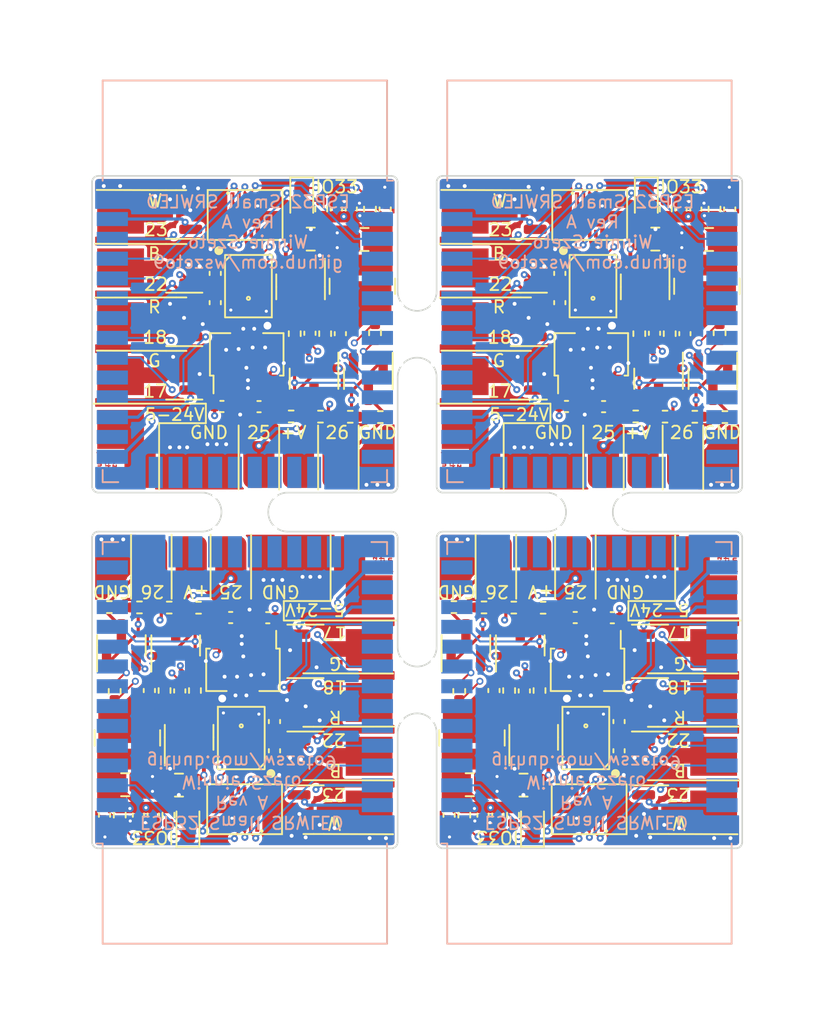
<source format=kicad_pcb>
(kicad_pcb (version 20211014) (generator pcbnew)
  (layers (0 "F.Cu" signal) (1 "In1.Cu" signal) (2 "In2.Cu" signal) (31 "B.Cu" signal) (34 "B.Paste" user) (35 "F.Paste" user) (36 "B.SilkS" user "B.Silkscreen") (37 "F.SilkS" user "F.Silkscreen") (38 "B.Mask" user) (39 "F.Mask" user) (44 "Edge.Cuts" user))
  (net 0 "")
  (net 1 "Board_0-/3V3")
  (net 2 "Board_0-/5v")
  (net 3 "Board_0-/ADDR1")
  (net 4 "Board_0-/ADDR1_SHIFTED")
  (net 5 "Board_0-/ADDR2")
  (net 6 "Board_0-/ADDR2_SHIFTED")
  (net 7 "Board_0-/B")
  (net 8 "Board_0-/BOOT")
  (net 9 "Board_0-/B_SIG")
  (net 10 "Board_0-/G")
  (net 11 "Board_0-/GND")
  (net 12 "Board_0-/G_SIG")
  (net 13 "Board_0-/MIC_POW")
  (net 14 "Board_0-/PDM_CLK")
  (net 15 "Board_0-/PDM_DATA")
  (net 16 "Board_0-/R")
  (net 17 "Board_0-/RST")
  (net 18 "Board_0-/RXD0")
  (net 19 "Board_0-/R_SIG")
  (net 20 "Board_0-/TXD0")
  (net 21 "Board_0-/VIN")
  (net 22 "Board_0-/W")
  (net 23 "Board_0-/W_SIG")
  (net 24 "Board_0-Net-(C4-Pad2)")
  (net 25 "Board_0-Net-(C5-Pad2)")
  (net 26 "Board_0-Net-(D1-Pad1)")
  (net 27 "Board_0-Net-(R9-Pad2)")
  (net 28 "Board_0-unconnected-(J2-Pad6)")
  (net 29 "Board_0-unconnected-(J2-Pad8)")
  (net 30 "Board_0-unconnected-(U1-Pad5)")
  (net 31 "Board_1-/3V3")
  (net 32 "Board_1-/5v")
  (net 33 "Board_1-/ADDR1")
  (net 34 "Board_1-/ADDR1_SHIFTED")
  (net 35 "Board_1-/ADDR2")
  (net 36 "Board_1-/ADDR2_SHIFTED")
  (net 37 "Board_1-/B")
  (net 38 "Board_1-/BOOT")
  (net 39 "Board_1-/B_SIG")
  (net 40 "Board_1-/G")
  (net 41 "Board_1-/GND")
  (net 42 "Board_1-/G_SIG")
  (net 43 "Board_1-/MIC_POW")
  (net 44 "Board_1-/PDM_CLK")
  (net 45 "Board_1-/PDM_DATA")
  (net 46 "Board_1-/R")
  (net 47 "Board_1-/RST")
  (net 48 "Board_1-/RXD0")
  (net 49 "Board_1-/R_SIG")
  (net 50 "Board_1-/TXD0")
  (net 51 "Board_1-/VIN")
  (net 52 "Board_1-/W")
  (net 53 "Board_1-/W_SIG")
  (net 54 "Board_1-Net-(C4-Pad2)")
  (net 55 "Board_1-Net-(C5-Pad2)")
  (net 56 "Board_1-Net-(D1-Pad1)")
  (net 57 "Board_1-Net-(R9-Pad2)")
  (net 58 "Board_1-unconnected-(J2-Pad6)")
  (net 59 "Board_1-unconnected-(J2-Pad8)")
  (net 60 "Board_1-unconnected-(U1-Pad5)")
  (net 61 "Board_2-/3V3")
  (net 62 "Board_2-/5v")
  (net 63 "Board_2-/ADDR1")
  (net 64 "Board_2-/ADDR1_SHIFTED")
  (net 65 "Board_2-/ADDR2")
  (net 66 "Board_2-/ADDR2_SHIFTED")
  (net 67 "Board_2-/B")
  (net 68 "Board_2-/BOOT")
  (net 69 "Board_2-/B_SIG")
  (net 70 "Board_2-/G")
  (net 71 "Board_2-/GND")
  (net 72 "Board_2-/G_SIG")
  (net 73 "Board_2-/MIC_POW")
  (net 74 "Board_2-/PDM_CLK")
  (net 75 "Board_2-/PDM_DATA")
  (net 76 "Board_2-/R")
  (net 77 "Board_2-/RST")
  (net 78 "Board_2-/RXD0")
  (net 79 "Board_2-/R_SIG")
  (net 80 "Board_2-/TXD0")
  (net 81 "Board_2-/VIN")
  (net 82 "Board_2-/W")
  (net 83 "Board_2-/W_SIG")
  (net 84 "Board_2-Net-(C4-Pad2)")
  (net 85 "Board_2-Net-(C5-Pad2)")
  (net 86 "Board_2-Net-(D1-Pad1)")
  (net 87 "Board_2-Net-(R9-Pad2)")
  (net 88 "Board_2-unconnected-(J2-Pad6)")
  (net 89 "Board_2-unconnected-(J2-Pad8)")
  (net 90 "Board_2-unconnected-(U1-Pad5)")
  (net 91 "Board_3-/3V3")
  (net 92 "Board_3-/5v")
  (net 93 "Board_3-/ADDR1")
  (net 94 "Board_3-/ADDR1_SHIFTED")
  (net 95 "Board_3-/ADDR2")
  (net 96 "Board_3-/ADDR2_SHIFTED")
  (net 97 "Board_3-/B")
  (net 98 "Board_3-/BOOT")
  (net 99 "Board_3-/B_SIG")
  (net 100 "Board_3-/G")
  (net 101 "Board_3-/GND")
  (net 102 "Board_3-/G_SIG")
  (net 103 "Board_3-/MIC_POW")
  (net 104 "Board_3-/PDM_CLK")
  (net 105 "Board_3-/PDM_DATA")
  (net 106 "Board_3-/R")
  (net 107 "Board_3-/RST")
  (net 108 "Board_3-/RXD0")
  (net 109 "Board_3-/R_SIG")
  (net 110 "Board_3-/TXD0")
  (net 111 "Board_3-/VIN")
  (net 112 "Board_3-/W")
  (net 113 "Board_3-/W_SIG")
  (net 114 "Board_3-Net-(C4-Pad2)")
  (net 115 "Board_3-Net-(C5-Pad2)")
  (net 116 "Board_3-Net-(D1-Pad1)")
  (net 117 "Board_3-Net-(R9-Pad2)")
  (net 118 "Board_3-unconnected-(J2-Pad6)")
  (net 119 "Board_3-unconnected-(J2-Pad8)")
  (net 120 "Board_3-unconnected-(U1-Pad5)")
  (net 121 "Board_0-/SCK_I2S")
  (net 122 "Board_0-unconnected-(U3-Pad12)")
  (net 123 "Board_0-unconnected-(U3-Pad14)")
  (net 124 "Board_0-unconnected-(U3-Pad16)")
  (net 125 "Board_0-unconnected-(U3-Pad17)")
  (net 126 "Board_0-unconnected-(U3-Pad18)")
  (net 127 "Board_0-unconnected-(U3-Pad19)")
  (net 128 "Board_0-unconnected-(U3-Pad20)")
  (net 129 "Board_0-unconnected-(U3-Pad21)")
  (net 130 "Board_0-unconnected-(U3-Pad22)")
  (net 131 "Board_0-unconnected-(U3-Pad23)")
  (net 132 "Board_0-unconnected-(U3-Pad24)")
  (net 133 "Board_0-unconnected-(U3-Pad26)")
  (net 134 "Board_0-unconnected-(U3-Pad29)")
  (net 135 "Board_0-unconnected-(U3-Pad32)")
  (net 136 "Board_0-unconnected-(U3-Pad4)")
  (net 137 "Board_0-unconnected-(U3-Pad5)")
  (net 138 "Board_0-unconnected-(U3-Pad6)")
  (net 139 "Board_0-unconnected-(U3-Pad7)")
  (net 140 "Board_0-unconnected-(U3-Pad8)")
  (net 141 "Board_1-/SCK_I2S")
  (net 142 "Board_1-unconnected-(U3-Pad12)")
  (net 143 "Board_1-unconnected-(U3-Pad14)")
  (net 144 "Board_1-unconnected-(U3-Pad16)")
  (net 145 "Board_1-unconnected-(U3-Pad17)")
  (net 146 "Board_1-unconnected-(U3-Pad18)")
  (net 147 "Board_1-unconnected-(U3-Pad19)")
  (net 148 "Board_1-unconnected-(U3-Pad20)")
  (net 149 "Board_1-unconnected-(U3-Pad21)")
  (net 150 "Board_1-unconnected-(U3-Pad22)")
  (net 151 "Board_1-unconnected-(U3-Pad23)")
  (net 152 "Board_1-unconnected-(U3-Pad24)")
  (net 153 "Board_1-unconnected-(U3-Pad26)")
  (net 154 "Board_1-unconnected-(U3-Pad29)")
  (net 155 "Board_1-unconnected-(U3-Pad32)")
  (net 156 "Board_1-unconnected-(U3-Pad4)")
  (net 157 "Board_1-unconnected-(U3-Pad5)")
  (net 158 "Board_1-unconnected-(U3-Pad6)")
  (net 159 "Board_1-unconnected-(U3-Pad7)")
  (net 160 "Board_1-unconnected-(U3-Pad8)")
  (net 161 "Board_2-/SCK_I2S")
  (net 162 "Board_2-unconnected-(U3-Pad12)")
  (net 163 "Board_2-unconnected-(U3-Pad14)")
  (net 164 "Board_2-unconnected-(U3-Pad16)")
  (net 165 "Board_2-unconnected-(U3-Pad17)")
  (net 166 "Board_2-unconnected-(U3-Pad18)")
  (net 167 "Board_2-unconnected-(U3-Pad19)")
  (net 168 "Board_2-unconnected-(U3-Pad20)")
  (net 169 "Board_2-unconnected-(U3-Pad21)")
  (net 170 "Board_2-unconnected-(U3-Pad22)")
  (net 171 "Board_2-unconnected-(U3-Pad23)")
  (net 172 "Board_2-unconnected-(U3-Pad24)")
  (net 173 "Board_2-unconnected-(U3-Pad26)")
  (net 174 "Board_2-unconnected-(U3-Pad29)")
  (net 175 "Board_2-unconnected-(U3-Pad32)")
  (net 176 "Board_2-unconnected-(U3-Pad4)")
  (net 177 "Board_2-unconnected-(U3-Pad5)")
  (net 178 "Board_2-unconnected-(U3-Pad6)")
  (net 179 "Board_2-unconnected-(U3-Pad7)")
  (net 180 "Board_2-unconnected-(U3-Pad8)")
  (net 181 "Board_3-/SCK_I2S")
  (net 182 "Board_3-unconnected-(U3-Pad12)")
  (net 183 "Board_3-unconnected-(U3-Pad14)")
  (net 184 "Board_3-unconnected-(U3-Pad16)")
  (net 185 "Board_3-unconnected-(U3-Pad17)")
  (net 186 "Board_3-unconnected-(U3-Pad18)")
  (net 187 "Board_3-unconnected-(U3-Pad19)")
  (net 188 "Board_3-unconnected-(U3-Pad20)")
  (net 189 "Board_3-unconnected-(U3-Pad21)")
  (net 190 "Board_3-unconnected-(U3-Pad22)")
  (net 191 "Board_3-unconnected-(U3-Pad23)")
  (net 192 "Board_3-unconnected-(U3-Pad24)")
  (net 193 "Board_3-unconnected-(U3-Pad26)")
  (net 194 "Board_3-unconnected-(U3-Pad29)")
  (net 195 "Board_3-unconnected-(U3-Pad32)")
  (net 196 "Board_3-unconnected-(U3-Pad4)")
  (net 197 "Board_3-unconnected-(U3-Pad5)")
  (net 198 "Board_3-unconnected-(U3-Pad6)")
  (net 199 "Board_3-unconnected-(U3-Pad7)")
  (net 200 "Board_3-unconnected-(U3-Pad8)")
  (net 201 "Board_0-Net-(C4-Pad1)")
  (net 202 "Board_1-Net-(C4-Pad1)")
  (net 203 "Board_2-Net-(C4-Pad1)")
  (net 204 "Board_3-Net-(C4-Pad1)")
  (footprint "Capacitor_SMD:C_0402_1005Metric" (layer "F.Cu") (at 65.975008 72.837509 90)
    (fp_text reference "C4" hide)
    (fp_text value "0402,100nF,16V,X7R ")
  )
  (footprint "WS_LCSC_Connectors:YXT-BB10-10S-02" (layer "F.Cu") (at 49.983231 80.444647 180)
    (fp_text reference "J2" hide)
    (fp_text value "BB10-10S-02")
  )
  (footprint "NPTH" (layer "F.Cu") (at 62.111004 73.176003)
    (fp_text reference "REF**" hide)
    (fp_text value "NPTH" hide)
  )
  (footprint "Resistor_SMD:R_0402_1005Metric" (layer "F.Cu") (at 76.950004 55.279998)
    (fp_text reference "R8" hide)
    (fp_text value "0402,10k")
  )
  (footprint "NPTH" (layer "F.Cu") (at 59.988998 48.119998)
    (fp_text reference "REF**" hide)
    (fp_text value "NPTH" hide)
  )
  (footprint "NPTH" (layer "F.Cu") (at 70.220002 60.338999)
    (fp_text reference "REF**" hide)
    (fp_text value "NPTH" hide)
  )
  (footprint "Resistor_SMD:R_0402_1005Metric" (layer "F.Cu") (at 80.790004 55.309998 180)
    (fp_text reference "R7" hide)
    (fp_text value "0402,10k")
  )
  (footprint "Capacitor_SMD:C_0402_1005Metric" (layer "F.Cu") (at 81.100004 41.974998 90)
    (fp_text reference "C6" hide)
    (fp_text value "0402,100nF,16V,X7R ")
  )
  (footprint "Capacitor_SMD:C_0805_2012Metric" (layer "F.Cu") (at 57.674997 43.924998 180)
    (fp_text reference "C8" hide)
    (fp_text value "0805,47uF,6.3V,X5R ")
  )
  (footprint "Package_TO_SOT_SMD:SOT-23" (layer "F.Cu") (at 76.500008 70.175009)
    (fp_text reference "U7" hide)
    (fp_text value "AO3400A")
  )
  (footprint "Package_TO_SOT_SMD:SOT-23" (layer "F.Cu") (at 54.400003 73.600007)
    (fp_text reference "U4" hide)
    (fp_text value "AO3400A")
  )
  (footprint "Capacitor_SMD:C_0402_1005Metric" (layer "F.Cu") (at 48.529997 54.629998)
    (fp_text reference "C11" hide)
    (fp_text value "0402,100nF,16V,X7R ")
  )
  (footprint "Capacitor_SMD:C_0402_1005Metric" (layer "F.Cu") (at 45.825003 72.862507 -90)
    (fp_text reference "C5" hide)
    (fp_text value "0402,47pF,50V,C0G ")
  )
  (footprint "WS_LCSC_ICs:MSM261D4030H1CPM" (layer "F.Cu") (at 50.229301 46.917498 180)
    (fp_text reference "U2" hide)
    (fp_text value "MSM261D4030H1CPM")
  )
  (footprint "Capacitor_SMD:C_0805_2012Metric" (layer "F.Cu") (at 79.775004 43.924998 180)
    (fp_text reference "C8" hide)
    (fp_text value "0805,47uF,6.3V,X5R ")
  )
  (footprint "Capacitor_SMD:C_0402_1005Metric" (layer "F.Cu") (at 70.200004 46.099998 90)
    (fp_text reference "C1" hide)
    (fp_text value "0402,10uF,6.3V,X5R ")
  )
  (footprint "NPTH" (layer "F.Cu") (at 62.111004 74.680003)
    (fp_text reference "REF**" hide)
    (fp_text value "NPTH" hide)
  )
  (footprint "Capacitor_SMD:C_0805_2012Metric" (layer "F.Cu") (at 76.325004 43.899998)
    (fp_text reference "C2" hide)
    (fp_text value "0805,10uF,50V,X5R ")
  )
  (footprint "NPTH" (layer "F.Cu") (at 48.872 60.338999)
    (fp_text reference "REF**" hide)
    (fp_text value "NPTH" hide)
  )
  (footprint "Resistor_SMD:R_0402_1005Metric" (layer "F.Cu") (at 45.100003 80.825007 -90)
    (fp_text reference "R4" hide)
    (fp_text value "0402,10k")
  )
  (footprint "Capacitor_SMD:C_0805_2012Metric" (layer "F.Cu") (at 42.325003 78.875007)
    (fp_text reference "C8" hide)
    (fp_text value "0805,47uF,6.3V,X5R ")
  )
  (footprint "Inductor_SMD:L_Wuerth_MAPI-4030" (layer "F.Cu") (at 42.465005 75.875007 -90)
    (fp_text reference "L1" hide)
    (fp_text value "4.7uH/2A")
  )
  (footprint "Package_TO_SOT_SMD:SOT-23" (layer "F.Cu") (at 42.080003 69.937508 90)
    (fp_text reference "U9" hide)
    (fp_text value "AO3400A")
  )
  (footprint "NPTH" (layer "F.Cu") (at 70.972002 60.338999)
    (fp_text reference "REF**" hide)
    (fp_text value "NPTH" hide)
  )
  (footprint "Resistor_SMD:R_0402_1005Metric" (layer "F.Cu") (at 41.975003 80.825007 -90)
    (fp_text reference "R1" hide)
    (fp_text value "0402,10k")
  )
  (footprint "Package_TO_SOT_SMD:SOT-23-6" (layer "F.Cu") (at 68.525008 75.837509 90)
    (fp_text reference "U1" hide)
    (fp_text value "TPS54202DDC")
  )
  (footprint "Capacitor_SMD:C_0402_1005Metric" (layer "F.Cu") (at 65.275008 80.825009 -90)
    (fp_text reference "C7" hide)
    (fp_text value "0402,100nF,16V,X7R ")
  )
  (footprint "NPTH" (layer "F.Cu") (at 59.989001 71.672003)
    (fp_text reference "REF**" hide)
    (fp_text value "NPTH" hide)
  )
  (footprint "Package_TO_SOT_SMD:SOT-89-3" (layer "F.Cu") (at 49.880003 71.210007 -90)
    (fp_text reference "U8" hide)
    (fp_text value "78L05G-AB3-R")
  )
  (footprint "Package_TO_SOT_SMD:SOT-23" (layer "F.Cu") (at 76.509477 80.476099)
    (fp_text reference "U6" hide)
    (fp_text value "AO3400A")
  )
  (footprint "Resistor_SMD:R_0402_1005Metric" (layer "F.Cu") (at 69.130008 67.530009 180)
    (fp_text reference "R6" hide)
    (fp_text value "0402,10k")
  )
  (footprint "Package_TO_SOT_SMD:SOT-23-6" (layer "F.Cu") (at 75.675004 46.962498 -90)
    (fp_text reference "U1" hide)
    (fp_text value "TPS54202DDC")
  )
  (footprint "Resistor_SMD:R_0402_1005Metric" (layer "F.Cu") (at 58.689997 55.309998 180)
    (fp_text reference "R7" hide)
    (fp_text value "0402,10k")
  )
  (footprint "Package_TO_SOT_SMD:SOT-23" (layer "F.Cu") (at 76.500008 73.600009)
    (fp_text reference "U4" hide)
    (fp_text value "AO3400A")
  )
  (footprint "NPTH" (layer "F.Cu") (at 59.988998 51.127998)
    (fp_text reference "REF**" hide)
    (fp_text value "NPTH" hide)
  )
  (footprint "Capacitor_SMD:C_0402_1005Metric" (layer "F.Cu") (at 78.225004 49.962498 -90)
    (fp_text reference "C4" hide)
    (fp_text value "0402,100nF,16V,X7R ")
  )
  (footprint "NPTH" (layer "F.Cu") (at 62.111002 51.127999)
    (fp_text reference "REF**" hide)
    (fp_text value "NPTH" hide)
  )
  (footprint "Resistor_SMD:R_0402_1005Metric" (layer "F.Cu") (at 66.950008 72.837509 -90)
    (fp_text reference "R2" hide)
    (fp_text value "0402,100k")
  )
  (footprint "Resistor_SMD:R_0402_1005Metric" (layer "F.Cu") (at 75.300004 49.962498 -90)
    (fp_text reference "R3" hide)
    (fp_text value "0402,22k")
  )
  (footprint "NPTH" (layer "F.Cu") (at 59.988998 48.871998)
    (fp_text reference "REF**" hide)
    (fp_text value "NPTH" hide)
  )
  (footprint "NPTH" (layer "F.Cu") (at 59.989001 73.176003)
    (fp_text reference "REF**" hide)
    (fp_text value "NPTH" hide)
  )
  (footprint "Package_TO_SOT_SMD:SOT-23" (layer "F.Cu") (at 45.590528 42.323908 180)
    (fp_text reference "U6" hide)
    (fp_text value "AO3400A")
  )
  (footprint "Package_TO_SOT_SMD:SOT-89-3" (layer "F.Cu") (at 71.980008 71.210009 -90)
    (fp_text reference "U8" hide)
    (fp_text value "78L05G-AB3-R")
  )
  (footprint "NPTH" (layer "F.Cu") (at 50.376 60.338998)
    (fp_text reference "REF**" hide)
    (fp_text value "NPTH" hide)
  )
  (footprint "NPTH" (layer "F.Cu") (at 51.127999 62.461003)
    (fp_text reference "REF**" hide)
    (fp_text value "NPTH" hide)
  )
  (footprint "Resistor_SMD:R_0402_1005Metric" (layer "F.Cu") (at 77.250004 49.962498 90)
    (fp_text reference "R2" hide)
    (fp_text value "0402,100k")
  )
  (footprint "Package_TO_SOT_SMD:SOT-23" (layer "F.Cu") (at 67.690535 42.323908 180)
    (fp_text reference "U6" hide)
    (fp_text value "AO3400A")
  )
  (footprint "NPTH" (layer "F.Cu") (at 51.879999 62.461002)
    (fp_text reference "REF**" hide)
    (fp_text value "NPTH" hide)
  )
  (footprint "Capacitor_SMD:C_0402_1005Metric" (layer "F.Cu") (at 77.975004 41.974998 90)
    (fp_text reference "C9" hide)
    (fp_text value "0402,10uF,6.3V,X5R ")
  )
  (footprint "NPTH" (layer "F.Cu") (at 48.12 60.338999)
    (fp_text reference "REF**" hide)
    (fp_text value "NPTH" hide)
  )
  (footprint "Capacitor_SMD:C_0402_1005Metric" (layer "F.Cu") (at 76.275004 49.937498 90)
    (fp_text reference "C5" hide)
    (fp_text value "0402,47pF,50V,C0G ")
  )
  (footprint "Capacitor_SMD:C_0402_1005Metric" (layer "F.Cu") (at 70.200003 47.974998 -90)
    (fp_text reference "C3" hide)
    (fp_text value "0402,100nF,16V,X7R ")
  )
  (footprint "NPTH" (layer "F.Cu") (at 59.989001 70.920003)
    (fp_text reference "REF**" hide)
    (fp_text value "NPTH" hide)
  )
  (footprint "NPTH" (layer "F.Cu") (at 62.111003 71.672003)
    (fp_text reference "REF**" hide)
    (fp_text value "NPTH" hide)
  )
  (footprint "Capacitor_SMD:C_0402_1005Metric" (layer "F.Cu") (at 74.000009 74.825009 90)
    (fp_text reference "C3" hide)
    (fp_text value "0402,100nF,16V,X7R ")
  )
  (footprint "NPTH" (layer "F.Cu") (at 59.988998 51.879998)
    (fp_text reference "REF**" hide)
    (fp_text value "NPTH" hide)
  )
  (footprint "Capacitor_SMD:C_0402_1005Metric" (layer "F.Cu") (at 78.925004 41.974998 90)
    (fp_text reference "C7" hide)
    (fp_text value "0402,100nF,16V,X7R ")
  )
  (footprint "Capacitor_SMD:C_0402_1005Metric" (layer "F.Cu") (at 71.190008 68.160009)
    (fp_text reference "C10" hide)
    (fp_text value "0402,100nF,50V,X7R ")
  )
  (footprint "NPTH" (layer "F.Cu") (at 62.111003 72.424003)
    (fp_text reference "REF**" hide)
    (fp_text value "NPTH" hide)
  )
  (footprint "NPTH" (layer "F.Cu") (at 62.111001 49.623999)
    (fp_text reference "REF**" hide)
    (fp_text value "NPTH" hide)
  )
  (footprint "Resistor_SMD:R_0402_1005Metric" (layer "F.Cu") (at 46.800003 72.837507 90)
    (fp_text reference "R3" hide)
    (fp_text value "0402,22k")
  )
  (footprint "WS_LCSC_ICs:MSM261D4030H1CPM" (layer "F.Cu") (at 49.770699 75.882507)
    (fp_text reference "U2" hide)
    (fp_text value "MSM261D4030H1CPM")
  )
  (footprint "NPTH" (layer "F.Cu") (at 59.988998 50.375998)
    (fp_text reference "REF**" hide)
    (fp_text value "NPTH" hide)
  )
  (footprint "Package_TO_SOT_SMD:SOT-23" (layer "F.Cu") (at 54.400003 77.025007)
    (fp_text reference "U5" hide)
    (fp_text value "AO3400A")
  )
  (footprint "LED_SMD:LED_0603_1608Metric" (layer "F.Cu") (at 53.649997 41.412498 -90)
    (fp_text reference "D1" hide)
    (fp_text value "LED_White")
  )
  (footprint "Resistor_SMD:R_0402_1005Metric" (layer "F.Cu") (at 77.000004 41.974998 90)
    (fp_text reference "R4" hide)
    (fp_text value "0402,10k")
  )
  (footprint "Resistor_SMD:R_0402_1005Metric" (layer "F.Cu") (at 63.410008 67.490009)
    (fp_text reference "R7" hide)
    (fp_text value "0402,10k")
  )
  (footprint "Resistor_SMD:R_0402_1005Metric" (layer "F.Cu") (at 67.250008 67.520009 180)
    (fp_text reference "R8" hide)
    (fp_text value "0402,10k")
  )
  (footprint "Capacitor_SMD:C_0402_1005Metric" (layer "F.Cu") (at 54.174997 49.937498 90)
    (fp_text reference "C5" hide)
    (fp_text value "0402,47pF,50V,C0G ")
  )
  (footprint "NPTH" (layer "F.Cu") (at 72.476001 62.461004)
    (fp_text reference "REF**" hide)
    (fp_text value "NPTH" hide)
  )
  (footprint "WS_LCSC_Connectors:YXT-BB10-10S-02" (layer "F.Cu") (at 72.083236 80.444649 180)
    (fp_text reference "J2" hide)
    (fp_text value "BB10-10S-02")
  )
  (footprint "Resistor_SMD:R_0402_1005Metric" (layer "F.Cu") (at 56.759997 55.289998)
    (fp_text reference "R5" hide)
    (fp_text value "0402,10k")
  )
  (footprint "NPTH" (layer "F.Cu") (at 59.989001 73.928003)
    (fp_text reference "REF**" hide)
    (fp_text value "NPTH" hide)
  )
  (footprint "Capacitor_SMD:C_0402_1005Metric" (layer "F.Cu") (at 66.225008 80.825009 -90)
    (fp_text reference "C9" hide)
    (fp_text value "0402,10uF,6.3V,X5R ")
  )
  (footprint "Capacitor_SMD:C_0402_1005Metric" (layer "F.Cu") (at 74.000008 76.700009 -90)
    (fp_text reference "C1" hide)
    (fp_text value "0402,10uF,6.3V,X5R ")
  )
  (footprint "WS_LCSC_ICs:MSM261D4030H1CPM" (layer "F.Cu") (at 71.870704 75.882509)
    (fp_text reference "U2" hide)
    (fp_text value "MSM261D4030H1CPM")
  )
  (footprint "Resistor_SMD:R_0402_1005Metric" (layer "F.Cu") (at 45.150003 67.520007 180)
    (fp_text reference "R8" hide)
    (fp_text value "0402,10k")
  )
  (footprint "LED_SMD:LED_0603_1608Metric" (layer "F.Cu") (at 46.350003 81.387507 90)
    (fp_text reference "D1" hide)
    (fp_text value "LED_White")
  )
  (footprint "NPTH" (layer "F.Cu") (at 70.220001 62.461005)
    (fp_text reference "REF**" hide)
    (fp_text value "NPTH" hide)
  )
  (footprint "Package_TO_SOT_SMD:SOT-23" (layer "F.Cu") (at 67.665008 69.947509 90)
    (fp_text reference "U10" hide)
    (fp_text value "AO3400A")
  )
  (footprint "Resistor_SMD:R_0402_1005Metric" (layer "F.Cu") (at 44.850003 72.837507 -90)
    (fp_text reference "R2" hide)
    (fp_text value "0402,100k")
  )
  (footprint "Resistor_SMD:R_0402_1005Metric" (layer "F.Cu") (at 52.969997 55.269998)
    (fp_text reference "R6" hide)
    (fp_text value "0402,10k")
  )
  (footprint "WS_LCSC_Connectors:1x5 solder pad" (layer "F.Cu") (at 42.029997 49.199998 -90)
    (fp_text reference "J3" hide)
    (fp_text value "SolderHeader1x5")
  )
  (footprint "Resistor_SMD:R_0402_1005Metric" (layer "F.Cu") (at 80.125004 41.974998 90)
    (fp_text reference "R1" hide)
    (fp_text value "0402,10k")
  )
  (footprint "Capacitor_SMD:C_0402_1005Metric" (layer "F.Cu") (at 51.900003 76.700007 -90)
    (fp_text reference "C1" hide)
    (fp_text value "0402,10uF,6.3V,X5R ")
  )
  (footprint "Resistor_SMD:R_0402_1005Metric" (layer "F.Cu") (at 54.899997 41.974998 90)
    (fp_text reference "R4" hide)
    (fp_text value "0402,10k")
  )
  (footprint "NPTH" (layer "F.Cu") (at 48.119999 62.461004)
    (fp_text reference "REF**" hide)
    (fp_text value "NPTH" hide)
  )
  (footprint "Resistor_SMD:R_0402_1005Metric" (layer "F.Cu") (at 75.070004 55.269998)
    (fp_text reference "R6" hide)
    (fp_text value "0402,10k")
  )
  (footprint "NPTH" (layer "F.Cu") (at 70.972001 62.461005)
    (fp_text reference "REF**" hide)
    (fp_text value "NPTH" hide)
  )
  (footprint "Resistor_SMD:R_0402_1005Metric" (layer "F.Cu") (at 41.650003 72.890008 90)
    (fp_text reference "R9" hide)
    (fp_text value "0402,220")
  )
  (footprint "Capacitor_SMD:C_0402_1005Metric" (layer "F.Cu") (at 43.175003 80.825007 -90)
    (fp_text reference "C7" hide)
    (fp_text value "0402,100nF,16V,X7R ")
  )
  (footprint "NPTH" (layer "F.Cu") (at 51.128 60.338998)
    (fp_text reference "REF**" hide)
    (fp_text value "NPTH" hide)
  )
  (footprint "NPTH" (layer "F.Cu") (at 73.980001 62.461003)
    (fp_text reference "REF**" hide)
    (fp_text value "NPTH" hide)
  )
  (footprint "Capacitor_SMD:C_0402_1005Metric" (layer "F.Cu") (at 73.010004 54.639998 180)
    (fp_text reference "C10" hide)
    (fp_text value "0402,100nF,50V,X7R ")
  )
  (footprint "WS_LCSC_Connectors:1x5 solder pad" (layer "F.Cu") (at 64.130004 49.199998 -90)
    (fp_text reference "J3" hide)
    (fp_text value "SolderHeader1x5")
  )
  (footprint "Capacitor_SMD:C_0402_1005Metric" (layer "F.Cu") (at 44.125003 80.825007 -90)
    (fp_text reference "C9" hide)
    (fp_text value "0402,10uF,6.3V,X5R ")
  )
  (footprint "Capacitor_SMD:C_0402_1005Metric" (layer "F.Cu") (at 63.100008 80.825009 -90)
    (fp_text reference "C6" hide)
    (fp_text value "0402,100nF,16V,X7R ")
  )
  (footprint "Resistor_SMD:R_0402_1005Metric" (layer "F.Cu") (at 64.075008 80.825009 -90)
    (fp_text reference "R1" hide)
    (fp_text value "0402,10k")
  )
  (footprint "NPTH" (layer "F.Cu") (at 62.111002 51.879999)
    (fp_text reference "REF**" hide)
    (fp_text value "NPTH" hide)
  )
  (footprint "Package_TO_SOT_SMD:SOT-23" (layer "F.Cu") (at 76.500008 77.025009)
    (fp_text reference "U5" hide)
    (fp_text value "AO3400A")
  )
  (footprint "Capacitor_SMD:C_0402_1005Metric" (layer "F.Cu") (at 70.630004 54.629998)
    (fp_text reference "C11" hide)
    (fp_text value "0402,100nF,16V,X7R ")
  )
  (footprint "Package_TO_SOT_SMD:SOT-23" (layer "F.Cu") (at 80.020004 52.862497 -90)
    (fp_text reference "U9" hide)
    (fp_text value "AO3400A")
  )
  (footprint "NPTH" (layer "F.Cu") (at 72.476002 60.338998)
    (fp_text reference "REF**" hide)
    (fp_text value "NPTH" hide)
  )
  (footprint "WS_LCSC_Connectors:1x7 wire solder pad" (layer "F.Cu") (at 49.100003 64.450007 180)
    (fp_text reference "J1" hide)
    (fp_text value "SolderHeader1x7")
  )
  (footprint "NPTH" (layer "F.Cu") (at 48.871999 62.461003)
    (fp_text reference "REF**" hide)
    (fp_text value "NPTH" hide)
  )
  (footprint "Capacitor_SMD:C_0402_1005Metric" (layer "F.Cu") (at 49.090003 68.160007)
    (fp_text reference "C10" hide)
    (fp_text value "0402,100nF,50V,X7R ")
  )
  (footprint "WS_LCSC_Connectors:1x5 solder pad" (layer "F.Cu") (at 57.970003 73.600007 90)
    (fp_text reference "J3" hide)
    (fp_text value "SolderHeader1x5")
  )
  (footprint "Capacitor_SMD:C_0402_1005Metric" (layer "F.Cu") (at 55.874997 41.974998 90)
    (fp_text reference "C9" hide)
    (fp_text value "0402,10uF,6.3V,X5R ")
  )
  (footprint "WS_LCSC_Connectors:1x7 wire solder pad" (layer "F.Cu") (at 71.200008 64.450009 180)
    (fp_text reference "J1" hide)
    (fp_text value "SolderHeader1x7")
  )
  (footprint "NPTH" (layer "F.Cu") (at 50.375999 62.461003)
    (fp_text reference "REF**" hide)
    (fp_text value "NPTH" hide)
  )
  (footprint "Package_TO_SOT_SMD:SOT-23" (layer "F.Cu") (at 45.599997 52.624998 180)
    (fp_text reference "U7" hide)
    (fp_text value "AO3400A")
  )
  (footprint "Package_TO_SOT_SMD:SOT-89-3" (layer "F.Cu") (at 72.220004 51.589998 90)
    (fp_text reference "U8" hide)
    (fp_text value "78L05G-AB3-R")
  )
  (footprint "Resistor_SMD:R_0402_1005Metric" (layer "F.Cu") (at 78.860004 55.289998)
    (fp_text reference "R5" hide)
    (fp_text value "0402,10k")
  )
  (footprint "WS_LCSC_Connectors:1x5 solder pad" (layer "F.Cu") (at 80.070008 73.600009 90)
    (fp_text reference "J3" hide)
    (fp_text value "SolderHeader1x5")
  )
  (footprint "Resistor_SMD:R_0402_1005Metric" (layer "F.Cu") (at 80.450004 49.909997 -90)
    (fp_text reference "R9" hide)
    (fp_text value "0402,220")
  )
  (footprint "NPTH" (layer "F.Cu") (at 62.111003 70.920003)
    (fp_text reference "REF**" hide)
    (fp_text value "NPTH" hide)
  )
  (footprint "Capacitor_SMD:C_0402_1005Metric" (layer "F.Cu") (at 51.900004 74.825007 90)
    (fp_text reference "C3" hide)
    (fp_text value "0402,100nF,16V,X7R ")
  )
  (footprint "Resistor_SMD:R_0402_1005Metric" (layer "F.Cu") (at 54.849997 55.279998)
    (fp_text reference "R8" hide)
    (fp_text value "0402,10k")
  )
  (footprint "Resistor_SMD:R_0402_1005Metric" (layer "F.Cu") (at 53.199997 49.962498 -90)
    (fp_text reference "R3" hide)
    (fp_text value "0402,22k")
  )
  (footprint "Resistor_SMD:R_0402_1005Metric" (layer "F.Cu") (at 63.750008 72.89001 90)
    (fp_text reference "R9" hide)
    (fp_text value "0402,220")
  )
  (footprint "NPTH" (layer "F.Cu") (at 62.111001 48.119999)
    (fp_text reference "REF**" hide)
    (fp_text value "NPTH" hide)
  )
  (footprint "Capacitor_SMD:C_0402_1005Metric" (layer "F.Cu") (at 50.909997 54.639998 180)
    (fp_text reference "C10" hide)
    (fp_text value "0402,100nF,50V,X7R ")
  )
  (footprint "NPTH" (layer "F.Cu") (at 73.228002 60.338998)
    (fp_text reference "REF**" hide)
    (fp_text value "NPTH" hide)
  )
  (footprint "Capacitor_SMD:C_0402_1005Metric" (layer "F.Cu") (at 41.000003 80.825007 -90)
    (fp_text reference "C6" hide)
    (fp_text value "0402,100nF,16V,X7R ")
  )
  (footprint "Package_TO_SOT_SMD:SOT-23" (layer "F.Cu") (at 54.400003 70.175007)
    (fp_text reference "U7" hide)
    (fp_text value "AO3400A")
  )
  (footprint "WS_LCSC_Connectors:YXT-BB10-10S-02" (layer "F.Cu") (at 50.016769 42.355358)
    (fp_text reference "J2" hide)
    (fp_text value "BB10-10S-02")
  )
  (footprint "NPTH" (layer "F.Cu") (at 73.228001 62.461003)
    (fp_text reference "REF**" hide)
    (fp_text value "NPTH" hide)
  )
  (footprint "WS_LCSC_Connectors:1x7 wire solder pad" (layer "F.Cu") (at 73.000004 58.349998)
    (fp_text reference "J1" hide)
    (fp_text value "SolderHeader1x7")
  )
  (footprint "Package_TO_SOT_SMD:SOT-23-6" (layer "F.Cu") (at 46.425003 75.837507 90)
    (fp_text reference "U1" hide)
    (fp_text value "TPS54202DDC")
  )
  (footprint "Capacitor_SMD:C_0402_1005Metric" (layer "F.Cu") (at 58.999997 41.974998 90)
    (fp_text reference "C6" hide)
    (fp_text value "0402,100nF,16V,X7R ")
  )
  (footprint "WS_LCSC_ICs:MSM261D4030H1CPM" (layer "F.Cu") (at 72.329308 46.917498 180)
    (fp_text reference "U2" hide)
    (fp_text value "MSM261D4030H1CPM")
  )
  (footprint "Package_TO_SOT_SMD:SOT-23" (layer "F.Cu") (at 67.700004 49.199998 180)
    (fp_text reference "U4" hide)
    (fp_text value "AO3400A")
  )
  (footprint "Package_TO_SOT_SMD:SOT-23" (layer "F.Cu") (at 67.700004 45.774998 180)
    (fp_text reference "U5" hide)
    (fp_text value "AO3400A")
  )
  (footprint "Resistor_SMD:R_0402_1005Metric" (layer "F.Cu") (at 43.240003 67.510007 180)
    (fp_text reference "R5" hide)
    (fp_text value "0402,10k")
  )
  (footprint "Package_TO_SOT_SMD:SOT-23" (layer "F.Cu") (at 57.919997 52.862497 -90)
    (fp_text reference "U9" hide)
    (fp_text value "AO3400A")
  )
  (footprint "NPTH" (layer "F.Cu") (at 71.724001 62.461004)
    (fp_text reference "REF**" hide)
    (fp_text value "NPTH" hide)
  )
  (footprint "NPTH" (layer "F.Cu") (at 71.724002 60.338999)
    (fp_text reference "REF**" hide)
    (fp_text value "NPTH" hide)
  )
  (footprint "Capacitor_SMD:C_0805_2012Metric" (layer "F.Cu") (at 67.875008 78.900009 180)
    (fp_text reference "C2" hide)
    (fp_text value "0805,10uF,50V,X5R ")
  )
  (footprint "Inductor_SMD:L_Wuerth_MAPI-4030" (layer "F.Cu") (at 79.635002 46.924998 90)
    (fp_text reference "L1" hide)
    (fp_text value "4.7uH/2A")
  )
  (footprint "NPTH" (layer "F.Cu") (at 49.623999 62.461003)
    (fp_text reference "REF**" hide)
    (fp_text value "NPTH" hide)
  )
  (footprint "Capacitor_SMD:C_0402_1005Metric" (layer "F.Cu") (at 67.925008 72.862509 -90)
    (fp_text reference "C5" hide)
    (fp_text value "0402,47pF,50V,C0G ")
  )
  (footprint "Package_TO_SOT_SMD:SOT-23" (layer "F.Cu") (at 54.434997 52.852498 -90)
    (fp_text reference "U10" hide)
    (fp_text value "AO3400A")
  )
  (footprint "Capacitor_SMD:C_0402_1005Metric" (layer "F.Cu") (at 51.470003 68.170007 180)
    (fp_text reference "C11" hide)
    (fp_text value "0402,100nF,16V,X7R ")
  )
  (footprint "Resistor_SMD:R_0402_1005Metric" (layer "F.Cu") (at 41.310003 67.490007)
    (fp_text reference "R7" hide)
    (fp_text value "0402,10k")
  )
  (footprint "Package_TO_SOT_SMD:SOT-23" (layer "F.Cu") (at 67.700004 52.624998 180)
    (fp_text reference "U7" hide)
    (fp_text value "AO3400A")
  )
  (footprint "NPTH" (layer "F.Cu") (at 62.111001 48.871999)
    (fp_text reference "REF**" hide)
    (fp_text value "NPTH" hide)
  )
  (footprint "Inductor_SMD:L_Wuerth_MAPI-4030" (layer "F.Cu") (at 64.56501 75.875009 -90)
    (fp_text reference "L1" hide)
    (fp_text value "4.7uH/2A")
  )
  (footprint "Resistor_SMD:R_0402_1005Metric" (layer "F.Cu") (at 68.900008 72.837509 90)
    (fp_text reference "R3" hide)
    (fp_text value "0402,22k")
  )
  (footprint "Resistor_SMD:R_0402_1005Metric" (layer "F.Cu") (at 67.200008 80.825009 -90)
    (fp_text reference "R4" hide)
    (fp_text value "0402,10k")
  )
  (footprint "NPTH" (layer "F.Cu") (at 73.980002 60.338998)
    (fp_text reference "REF**" hide)
    (fp_text value "NPTH" hide)
  )
  (footprint "Package_TO_SOT_SMD:SOT-23" (layer "F.Cu") (at 54.409472 80.476097)
    (fp_text reference "U6" hide)
    (fp_text value "AO3400A")
  )
  (footprint "Capacitor_SMD:C_0805_2012Metric" (layer "F.Cu") (at 45.775003 78.900007 180)
    (fp_text reference "C2" hide)
    (fp_text value "0805,10uF,50V,X5R ")
  )
  (footprint "Capacitor_SMD:C_0402_1005Metric" (layer "F.Cu") (at 56.824997 41.974998 90)
    (fp_text reference "C7" hide)
    (fp_text value "0402,100nF,16V,X7R ")
  )
  (footprint "NPTH" (layer "F.Cu") (at 59.988998 49.623998)
    (fp_text reference "REF**" hide)
    (fp_text value "NPTH" hide)
  )
  (footprint "NPTH" (layer "F.Cu") (at 59.989001 74.680003)
    (fp_text reference "REF**" hide)
    (fp_text value "NPTH" hide)
  )
  (footprint "Resistor_SMD:R_0402_1005Metric" (layer "F.Cu") (at 47.030003 67.530007 180)
    (fp_text reference "R6" hide)
    (fp_text value "0402,10k")
  )
  (footprint "WS_LCSC_Connectors:YXT-BB10-10S-02" (layer "F.Cu") (at 72.116776 42.355358)
    (fp_text reference "J2" hide)
    (fp_text value "BB10-10S-02")
  )
  (footprint "Capacitor_SMD:C_0402_1005Metric" (layer "F.Cu") (at 73.570008 68.170009 180)
    (fp_text reference "C11" hide)
    (fp_text value "0402,100nF,16V,X7R ")
  )
  (footprint "Capacitor_SMD:C_0402_1005Metric" (layer "F.Cu") (at 48.099996 47.974998 -90)
    (fp_text reference "C3" hide)
    (fp_text value "0402,100nF,16V,X7R ")
  )
  (footprint "NPTH" (layer "F.Cu") (at 62.111004 73.928003)
    (fp_text reference "REF**" hide)
    (fp_text value "NPTH" hide)
  )
  (footprint "Capacitor_SMD:C_0402_1005Metric" (layer "F.Cu") (at 43.875003 72.837507 90)
    (fp_text reference "C4" hide)
    (fp_text value "0402,100nF,16V,X7R ")
  )
  (footprint "LED_SMD:LED_0603_1608Metric" (layer "F.Cu") (at 75.750004 41.412498 -90)
    (fp_text reference "D1" hide)
    (fp_text value "LED_White")
  )
  (footprint "Capacitor_SMD:C_0805_2012Metric" (layer "F.Cu") (at 54.224997 43.899998)
    (fp_text reference "C2" hide)
    (fp_text value "0805,10uF,50V,X5R ")
  )
  (footprint "NPTH" (layer "F.Cu") (at 51.88 60.338998)
    (fp_text reference "REF**" hide)
    (fp_text value "NPTH" hide)
  )
  (footprint "NPTH" (layer "F.Cu") (at 49.624 60.338999)
    (fp_text reference "REF**" hide)
    (fp_text value "NPTH" hide)
  )
  (footprint "Package_TO_SOT_SMD:SOT-23" (layer "F.Cu") (at 45.565003 69.947507 90)
    (fp_text reference "U10" hide)
    (fp_text value "AO3400A")
  )
  (footprint "Resistor_SMD:R_0402_1005Metric" (layer "F.Cu") (at 58.349997 49.909997 -90)
    (fp_text reference "R9" hide)
    (fp_text value "0402,220")
  )
  (footprint "Package_TO_SOT_SMD:SOT-23" (layer "F.Cu") (at 45.599997 45.774998 180)
    (fp_text reference "U5" hide)
    (fp_text value "AO3400A")
  )
  (footprint "LED_SMD:LED_0603_1608Metric" (layer "F.Cu") (at 68.450008 81.387509 90)
    (fp_text reference "D1" hide)
    (fp_text value "LED_White")
  )
  (footprint "Capacitor_SMD:C_0805_2012Metric" (layer "F.Cu") (at 64.425008 78.875009)
    (fp_text reference "C8" hide)
    (fp_text value "0805,47uF,6.3V,X5R ")
  )
  (footprint "Package_TO_SOT_SMD:SOT-23" (layer "F.Cu") (at 64.180008 69.93751 90)
    (fp_text reference "U9" hide)
    (fp_text value "AO3400A")
  )
  (footprint "Package_TO_SOT_SMD:SOT-23" (layer "F.Cu") (at 76.535004 52.852498 -90)
    (fp_text reference "U10" hide)
    (fp_text value "AO3400A")
  )
  (footprint "NPTH" (layer "F.Cu") (at 59.989001 72.424003)
    (fp_text reference "REF**" hide)
    (fp_text value "NPTH" hide)
  )
  (footprint "Capacitor_SMD:C_0402_1005Metric" (layer "F.Cu") (at 48.099997 46.099998 90)
    (fp_text reference "C1" hide)
    (fp_text value "0402,10uF,6.3V,X5R ")
  )
  (footprint "Inductor_SMD:L_Wuerth_MAPI-4030" (layer "F.Cu") (at 57.534995 46.924998 90)
    (fp_text reference "L1" hide)
    (fp_text value "4.7uH/2A")
  )
  (footprint "Resistor_SMD:R_0402_1005Metric" (layer "F.Cu") (at 55.149997 49.962498 90)
    (fp_text reference "R2" hide)
    (fp_text value "0402,100k")
  )
  (footprint "Package_TO_SOT_SMD:SOT-89-3" (layer "F.Cu") (at 50.119997 51.589998 90)
    (fp_text reference "U8" hide)
    (fp_text value "78L05G-AB3-R")
  )
  (footprint "Package_TO_SOT_SMD:SOT-23" (layer "F.Cu") (at 45.599997 49.199998 180)
    (fp_text reference "U4" hide)
    (fp_text value "AO3400A")
  )
  (footprint "Capacitor_SMD:C_0402_1005Metric" (layer "F.Cu") (at 56.124997 49.962498 -90)
    (fp_text reference "C4" hide)
    (fp_text value "0402,100nF,16V,X7R ")
  )
  (footprint "Resistor_SMD:R_0402_1005Metric" (layer "F.Cu") (at 65.340008 67.510009 180)
    (fp_text reference "R5" hide)
    (fp_text value "0402,10k")
  )
  (footprint "Package_TO_SOT_SMD:SOT-23-6" (layer "F.Cu") (at 53.574997 46.962498 -90)
    (fp_text reference "U1" hide)
    (fp_text value "TPS54202DDC")
  )
  (footprint "WS_LCSC_Connectors:1x7 wire solder pad" (layer "F.Cu") (at 50.899997 58.349998)
    (fp_text reference "J1" hide)
    (fp_text value "SolderHeader1x7")
  )
  (footprint "Resistor_SMD:R_0402_1005Metric" (layer "F.Cu") (at 58.024997 41.974998 90)
    (fp_text reference "R1" hide)
    (fp_text value "0402,10k")
  )
  (footprint "NPTH" (layer "F.Cu") (at 62.111002 50.375999)
    (fp_text reference "REF**" hide)
    (fp_text value "NPTH" hide)
  )
  (footprint "RF_Module:ESP32-WROOM-32" (layer "B.Cu") (at 72.100004 49.599998 180)
    (fp_text reference "U3" hide)
    (fp_text value "ESP32-WROOM-32D")
  )
  (footprint "RF_Module:ESP32-WROOM-32" (layer "B.Cu") (at 49.999997 49.599998 180)
    (fp_text reference "U3" hide)
    (fp_text value "ESP32-WROOM-32D")
  )
  (footprint "RF_Module:ESP32-WROOM-32" (layer "B.Cu") (at 50.000003 73.200007)
    (fp_text reference "U3" hide)
    (fp_text value "ESP32-WROOM-32D")
  )
  (footprint "RF_Module:ESP32-WROOM-32" (layer "B.Cu") (at 72.100008 73.200009)
    (fp_text reference "U3" hide)
    (fp_text value "ESP32-WROOM-32D")
  )
  (gr_line (start 59.700003 68.350007) (end 52.500003 68.350007) (layer "F.SilkS") (width 0.12))
  (gr_line (start 40.299997 54.449998) (end 47.499997 54.449998) (layer "F.SilkS") (width 0.12))
  (gr_line (start 81.800008 68.350009) (end 74.600008 68.350009) (layer "F.SilkS") (width 0.12))
  (gr_line (start 62.400004 54.449998) (end 69.600004 54.449998) (layer "F.SilkS") (width 0.12))
  (gr_line (start 55.059472 82.036097) (end 59.500003 82.050007) (layer "F.SilkS") (width 0.12))
  (gr_line (start 44.940528 40.763908) (end 40.499997 40.749998) (layer "F.SilkS") (width 0.12))
  (gr_line (start 67.040535 40.763908) (end 62.600004 40.749998) (layer "F.SilkS") (width 0.12))
  (gr_line (start 77.159477 82.036099) (end 81.600008 82.050009) (layer "F.SilkS") (width 0.12))
  (gr_line (start 69.900008 62.850009) (end 69.900008 66.950009) (layer "F.SilkS") (width 0.12))
  (gr_line (start 74.300004 59.949998) (end 74.300004 55.849998) (layer "F.SilkS") (width 0.12))
  (gr_line (start 52.199997 59.949998) (end 52.199997 55.849998) (layer "F.SilkS") (width 0.12))
  (gr_line (start 47.800003 62.850007) (end 47.800003 66.950007) (layer "F.SilkS") (width 0.12))
  (gr_line (start 76.796363 55.849998) (end 76.800004 59.949998) (layer "F.SilkS") (width 0.12))
  (gr_line (start 67.403649 66.950009) (end 67.400008 62.850009) (layer "F.SilkS") (width 0.12))
  (gr_line (start 45.303644 66.950007) (end 45.300003 62.850007) (layer "F.SilkS") (width 0.12))
  (gr_line (start 54.696356 55.849998) (end 54.699997 59.949998) (layer "F.SilkS") (width 0.12))
  (gr_line (start 77.600008 67.100009) (end 77.600008 62.850009) (layer "F.SilkS") (width 0.12))
  (gr_line (start 55.500003 67.100007) (end 55.500003 62.850007) (layer "F.SilkS") (width 0.12))
  (gr_line (start 66.600004 55.699998) (end 66.600004 59.949998) (layer "F.SilkS") (width 0.12))
  (gr_line (start 44.499997 55.699998) (end 44.499997 59.949998) (layer "F.SilkS") (width 0.12))
  (gr_line (start 79.400004 59.949998) (end 79.400004 55.849998) (layer "F.SilkS") (width 0.12))
  (gr_line (start 42.700003 62.850007) (end 42.700003 66.950007) (layer "F.SilkS") (width 0.12))
  (gr_line (start 57.299997 59.949998) (end 57.299997 55.849998) (layer "F.SilkS") (width 0.12))
  (gr_line (start 64.800008 62.850009) (end 64.800008 66.950009) (layer "F.SilkS") (width 0.12))
  (gr_line (start 44.949997 44.214998) (end 40.399997 44.199998) (layer "F.SilkS") (width 0.12))
  (gr_line (start 77.150008 78.585009) (end 81.700008 78.600009) (layer "F.SilkS") (width 0.12))
  (gr_line (start 55.050003 78.585007) (end 59.600003 78.600007) (layer "F.SilkS") (width 0.12))
  (gr_line (start 67.050004 44.214998) (end 62.500004 44.199998) (layer "F.SilkS") (width 0.12))
  (gr_line (start 55.050003 75.160007) (end 59.600003 75.150007) (layer "F.SilkS") (width 0.12))
  (gr_line (start 44.949997 47.639998) (end 40.399997 47.649998) (layer "F.SilkS") (width 0.12))
  (gr_line (start 67.050004 47.639998) (end 62.500004 47.649998) (layer "F.SilkS") (width 0.12))
  (gr_line (start 77.150008 75.160009) (end 81.700008 75.150009) (layer "F.SilkS") (width 0.12))
  (gr_line (start 44.949997 51.064998) (end 40.499997 51.049998) (layer "F.SilkS") (width 0.12))
  (gr_line (start 55.050003 71.735007) (end 59.500003 71.750007) (layer "F.SilkS") (width 0.12))
  (gr_line (start 77.150008 71.735009) (end 81.600008 71.750009) (layer "F.SilkS") (width 0.12))
  (gr_line (start 67.050004 51.064998) (end 62.600004 51.049998) (layer "F.SilkS") (width 0.12))
  (gr_line (start 74.600008 68.350009) (end 74.600008 67.100009) (layer "F.SilkS") (width 0.12))
  (gr_line (start 69.600004 54.449998) (end 69.600004 55.699998) (layer "F.SilkS") (width 0.12))
  (gr_line (start 52.500003 68.350007) (end 52.500003 67.100007) (layer "F.SilkS") (width 0.12))
  (gr_line (start 47.499997 54.449998) (end 47.499997 55.699998) (layer "F.SilkS") (width 0.12))
  (gr_line (start 69.600004 55.699998) (end 66.600004 55.699998) (layer "F.SilkS") (width 0.12))
  (gr_line (start 47.499997 55.699998) (end 44.499997 55.699998) (layer "F.SilkS") (width 0.12))
  (gr_line (start 74.600008 67.100009) (end 77.600008 67.100009) (layer "F.SilkS") (width 0.12))
  (gr_line (start 52.500003 67.100007) (end 55.500003 67.100007) (layer "F.SilkS") (width 0.12))
  (gr_line (start 72.500008 66.950009) (end 72.500008 62.850009) (layer "F.SilkS") (width 0.12))
  (gr_line (start 49.599997 55.849998) (end 49.599997 59.949998) (layer "F.SilkS") (width 0.12))
  (gr_line (start 71.700004 55.849998) (end 71.700004 59.949998) (layer "F.SilkS") (width 0.12))
  (gr_line (start 50.400003 66.950007) (end 50.400003 62.850007) (layer "F.SilkS") (width 0.12))
  (gr_line (start 59.600315 60.097251) (end 59.629039 60.078987) (layer "Edge.Cuts") (width 0.1))
  (gr_line (start 60.009979 74.851096) (end 60.045024 74.801336) (layer "Edge.Cuts") (width 0.1))
  (gr_line (start 60.949778 48.496638) (end 60.889208 48.490672) (layer "Edge.Cuts") (width 0.1))
  (gr_line (start 60.623254 48.427512) (end 60.56647 48.405608) (layer "Edge.Cuts") (width 0.1))
  (gr_line (start 59.652178 82.861648) (end 59.692441 82.824185) (layer "Edge.Cuts") (width 0.1))
  (gr_line (start 48.481743 61.620997) (end 48.469869 61.680689) (layer "Edge.Cuts") (width 0.1))
  (gr_line (start 61.041063 71.300003) (end 60.949781 71.296642) (layer "Edge.Cuts") (width 0.1))
  (gr_line (start 59.475303 82.943739) (end 59.516047 82.933711) (layer "Edge.Cuts") (width 0.1))
  (gr_line (start 61.010569 74.300377) (end 61.058943 74.300003) (layer "Edge.Cuts") (width 0.1))
  (gr_line (start 61.058943 74.300003) (end 61.150225 74.303364) (layer "Edge.Cuts") (width 0.1))
  (gr_line (start 59.662075 60.053329) (end 59.689112 60.027678) (layer "Edge.Cuts") (width 0.1))
  (gr_line (start 81.700347 39.902759) (end 81.65551 39.880522) (layer "Edge.Cuts") (width 0.1))
  (gr_line (start 61.797671 74.544026) (end 61.845652 74.58147) (layer "Edge.Cuts") (width 0.1))
  (gr_line (start 60.456467 51.646417) (end 60.51083 51.619052) (layer "Edge.Cuts") (width 0.1))
  (gr_line (start 81.65551 39.880522) (end 81.603901 39.862805) (layer "Edge.Cuts") (width 0.1))
  (gr_line (start 62.295641 52.648778) (end 62.299002 52.74006) (layer "Edge.Cuts") (width 0.1))
  (gr_line (start 81.897142 82.604588) (end 81.900974 82.549954) (layer "Edge.Cuts") (width 0.1))
  (gr_line (start 60.326997 51.726194) (end 60.403511 51.676416) (layer "Edge.Cuts") (width 0.1))
  (gr_line (start 40.587068 60.150658) (end 47.259938 60.150999) (layer "Edge.Cuts") (width 0.1))
  (gr_line (start 62.306295 59.825427) (end 62.316299 59.866042) (layer "Edge.Cuts") (width 0.1))
  (gr_line (start 52.076603 60.34338) (end 52.128806 60.312091) (layer "Edge.Cuts") (width 0.1))
  (gr_line (start 73.761094 60.779805) (end 73.80898 60.702092) (layer "Edge.Cuts") (width 0.1))
  (gr_line (start 62.315004 62.938353) (end 62.306299 62.97459) (layer "Edge.Cuts") (width 0.1))
  (gr_line (start 81.816555 40.00405) (end 81.783393 39.966444) (layer "Edge.Cuts") (width 0.1))
  (gr_line (start 62.437929 62.746677) (end 62.410892 62.772328) (layer "Edge.Cuts") (width 0.1))
  (gr_line (start 69.571994 60.169255) (end 69.631687 60.181129) (layer "Edge.Cuts") (width 0.1))
  (gr_line (start 62.704097 39.848998) (end 62.666141 39.850561) (layer "Edge.Cuts") (width 0.1))
  (gr_line (start 73.984972 60.492932) (end 74.030068 60.45206) (layer "Edge.Cuts") (width 0.1))
  (gr_line (start 59.895388 47.734526) (end 59.873484 47.677742) (layer "Edge.Cuts") (width 0.1))
  (gr_line (start 61.891737 74.621224) (end 61.935816 74.663191) (layer "Edge.Cuts") (width 0.1))
  (gr_line (start 59.483237 62.657853) (end 59.44205 62.651328) (layer "Edge.Cuts") (width 0.1))
  (gr_line (start 61.041059 48.499999) (end 60.949778 48.496638) (layer "Edge.Cuts") (width 0.1))
  (gr_line (start 62.583974 82.933715) (end 62.624589 82.943717) (layer "Edge.Cuts") (width 0.1))
  (gr_line (start 51.977113 60.413449) (end 52.025998 60.377194) (layer "Edge.Cuts") (width 0.1))
  (gr_line (start 40.230572 40.09437) (end 40.212804 40.1461) (layer "Edge.Cuts") (width 0.1))
  (gr_line (start 48.490673 61.560793) (end 48.481743 61.620997) (layer "Edge.Cuts") (width 0.1))
  (gr_line (start 62.36373 62.831766) (end 62.342878 62.86788) (layer "Edge.Cuts") (width 0.1))
  (gr_line (start 40.357789 82.869424) (end 40.399659 82.897245) (layer "Edge.Cuts") (width 0.1))
  (gr_line (start 81.73555 62.725614) (end 81.711398 62.709409) (layer "Edge.Cuts") (width 0.1))
  (gr_line (start 47.561295 62.611842) (end 47.471993 62.630747) (layer "Edge.Cuts") (width 0.1))
  (gr_line (start 62.342755 40.068102) (end 62.330528 40.094491) (layer "Edge.Cuts") (width 0.1))
  (gr_line (start 81.682111 82.907152) (end 81.707402 82.893057) (layer "Edge.Cuts") (width 0.1))
  (gr_line (start 81.894569 59.820798) (end 81.899439 59.783849) (layer "Edge.Cuts") (width 0.1))
  (gr_line (start 48.218532 62.195651) (end 48.178778 62.241736) (layer "Edge.Cuts") (width 0.1))
  (gr_line (start 62.506728 60.101194) (end 62.544376 60.119422) (layer "Edge.Cuts") (width 0.1))
  (gr_line (start 81.603652 62.662749) (end 81.575297 62.656275) (layer "Edge.Cuts") (width 0.1))
  (gr_line (start 51.821221 62.241735) (end 51.781467 62.195649) (layer "Edge.Cuts") (width 0.1))
  (gr_line (start 60.25435 48.218531) (end 60.208265 48.178777) (layer "Edge.Cuts") (width 0.1))
  (gr_line (start 74.101335 62.40498) (end 74.053355 62.367535) (layer "Edge.Cuts") (width 0.1))
  (gr_line (start 48.092732 62.327783) (end 48.046647 62.367536) (layer "Edge.Cuts") (width 0.1))
  (gr_line (start 81.894572 62.979197) (end 81.887208 62.946139) (layer "Edge.Cuts") (width 0.1))
  (gr_line (start 60.231068 70.998941) (end 60.164189 70.936815) (layer "Edge.Cuts") (width 0.1))
  (gr_line (start 69.690725 60.195917) (end 69.777745 60.223485) (layer "Edge.Cuts") (width 0.1))
  (gr_line (start 48.393619 60.8885) (end 48.427513 60.973256) (layer "Edge.Cuts") (width 0.1))
  (gr_line (start 59.873484 47.677742) (end 59.854392 47.619951) (layer "Edge.Cuts") (width 0.1))
  (gr_line (start 52.740061 60.150998) (end 59.404052 60.150891) (layer "Edge.Cuts") (width 0.1))
  (gr_line (start 61.643534 71.153585) (end 61.58917 71.180949) (layer "Edge.Cuts") (width 0.1))
  (gr_line (start 74.840063 60.150998) (end 81.512914 60.150659) (layer "Edge.Cuts") (width 0.1))
  (gr_line (start 62.47484 60.081653) (end 62.506728 60.101194) (layer "Edge.Cuts") (width 0.1))
  (gr_line (start 52.64878 62.645641) (end 52.588211 62.639676) (layer "Edge.Cuts") (width 0.1))
  (gr_line (start 59.757251 82.731902) (end 59.769478 82.705513) (layer "Edge.Cuts") (width 0.1))
  (gr_line (start 60.082465 48.046646) (end 60.045021 47.998665) (layer "Edge.Cuts") (width 0.1))
  (gr_line (start 60.51083 51.619052) (end 60.566471 51.594389) (layer "Edge.Cuts") (width 0.1))
  (gr_line (start 62.548705 39.878778) (end 62.499458 39.902874) (layer "Edge.Cuts") (width 0.1))
  (gr_line (start 60.102062 74.730069) (end 60.164189 74.663191) (layer "Edge.Cuts") (width 0.1))
  (gr_line (start 40.212804 40.1461) (end 40.202266 40.199944) (layer "Edge.Cuts") (width 0.1))
  (gr_line (start 62.215915 75.093733) (end 62.236419 75.151037) (layer "Edge.Cuts") (width 0.1))
  (gr_line (start 52.237501 62.542622) (end 52.182482 62.5166) (layer "Edge.Cuts") (width 0.1))
  (gr_line (start 60.045021 47.998665) (end 60.009976 47.948905) (layer "Edge.Cuts") (width 0.1))
  (gr_line (start 60.829005 48.481742) (end 60.739702 48.462837) (layer "Edge.Cuts") (width 0.1))
  (gr_line (start 51.930066 60.45206) (end 51.977113 60.413449) (layer "Edge.Cuts") (width 0.1))
  (gr_line (start 73.603362 61.500223) (end 73.600376 61.439434) (layer "Edge.Cuts") (width 0.1))
  (gr_line (start 40.237204 59.920517) (end 40.252743 59.950316) (layer "Edge.Cuts") (width 0.1))
  (gr_line (start 40.20056 59.78386) (end 40.205432 59.820809) (layer "Edge.Cuts") (width 0.1))
  (gr_line (start 69.511791 62.639679) (end 69.451222 62.645645) (layer "Edge.Cuts") (width 0.1))
  (gr_line (start 47.471992 60.169255) (end 47.531685 60.181129) (layer "Edge.Cuts") (width 0.1))
  (gr_line (start 59.810327 75.388214) (end 59.819257 75.32801) (layer "Edge.Cuts") (width 0.1))
  (gr_line (start 59.804361 75.448783) (end 59.810327 75.388214) (layer "Edge.Cuts") (width 0.1))
  (gr_line (start 74.202514 60.327415) (end 74.25547 60.297417) (layer "Edge.Cuts") (width 0.1))
  (gr_line (start 62.192622 70.562502) (end 62.1666 70.61752) (layer "Edge.Cuts") (width 0.1))
  (gr_line (start 73.609328 61.239209) (end 73.618258 61.179006) (layer "Edge.Cuts") (width 0.1))
  (gr_line (start 69.777745 62.576519) (end 69.719955 62.59561) (layer "Edge.Cuts") (width 0.1))
  (gr_line (start 62.410895 60.027686) (end 62.441405 60.0563) (layer "Edge.Cuts") (width 0.1))
  (gr_line (start 59.395901 39.848999) (end 40.600058 39.849024) (layer "Edge.Cuts") (width 0.1))
  (gr_line (start 47.998666 60.395022) (end 48.046647 60.432466) (layer "Edge.Cuts") (width 0.1))
  (gr_line (start 62.152584 52.155467) (end 62.179948 52.20983) (layer "Edge.Cuts") (width 0.1))
  (gr_line (start 81.874323 62.906478) (end 81.851136 62.856609) (layer "Edge.Cuts") (width 0.1))
  (gr_line (start 62.407576 82.824195) (end 62.44781 82.861631) (layer "Edge.Cuts") (width 0.1))
  (gr_line (start 61.797669 71.05598) (end 61.747909 71.091025) (layer "Edge.Cuts") (width 0.1))
  (gr_line (start 59.800971 59.750085) (end 59.800998 52.74006) (layer "Edge.Cuts") (width 0.1))
  (gr_line (start 70.555083 61.739729) (end 70.527515 61.826748) (layer "Edge.Cuts") (width 0.1))
  (gr_line (start 61.935813 48.13681) (end 61.891734 48.178777) (layer "Edge.Cuts") (width 0.1))
  (gr_line (start 59.711638 39.997822) (end 59.692428 39.975811) (layer "Edge.Cuts") (width 0.1))
  (gr_line (start 81.901 59.745916) (end 81.901003 40.254091) (layer "Edge.Cuts") (width 0.1))
  (gr_line (start 62.583959 39.866293) (end 62.548705 39.878778) (layer "Edge.Cuts") (width 0.1))
  (gr_line (start 81.843052 40.042603) (end 81.816555 40.00405) (layer "Edge.Cuts") (width 0.1))
  (gr_line (start 62.254086 75.209279) (end 62.268874 75.268317) (layer "Edge.Cuts") (width 0.1))
  (gr_line (start 69.777745 60.223485) (end 69.834529 60.245389) (layer "Edge.Cuts") (width 0.1))
  (gr_line (start 59.628923 39.920928) (end 59.600567 39.90289) (layer "Edge.Cuts") (width 0.1))
  (gr_line (start 59.96209 47.871192) (end 59.920052 47.790167) (layer "Edge.Cuts") (width 0.1))
  (gr_line (start 73.941936 60.535968) (end 73.984972 60.492932) (layer "Edge.Cuts") (width 0.1))
  (gr_line (start 48.178778 62.241736) (end 48.136812 62.285816) (layer "Edge.Cuts") (width 0.1))
  (gr_line (start 61.089432 48.499624) (end 61.041059 48.499999) (layer "Edge.Cuts") (width 0.1))
  (gr_line (start 81.512914 60.150659) (end 81.542023 60.148681) (layer "Edge.Cuts") (width 0.1))
  (gr_line (start 74.151095 62.440025) (end 74.101335 62.40498) (layer "Edge.Cuts") (width 0.1))
  (gr_line (start 48.338907 62.020197) (end 48.307617 62.072401) (layer "Edge.Cuts") (width 0.1))
  (gr_line (start 47.35122 62.645643) (end 47.259939 62.649004) (layer "Edge.Cuts") (width 0.1))
  (gr_line (start 62.275175 70.301914) (end 62.261841 70.361298) (layer "Edge.Cuts") (width 0.1))
  (gr_line (start 81.819425 82.792222) (end 81.847246 82.750352) (layer "Edge.Cuts") (width 0.1))
  (gr_line (start 59.689112 60.027678) (end 59.711619 60.002195) (layer "Edge.Cuts") (width 0.1))
  (gr_line (start 70.373806 60.676997) (end 70.407619 60.727602) (layer "Edge.Cuts") (width 0.1))
  (gr_line (start 73.618258 61.179006) (end 73.630132 61.119313) (layer "Edge.Cuts") (width 0.1))
  (gr_line (start 69.890169 60.270053) (end 69.971195 60.312092) (layer "Edge.Cuts") (width 0.1))
  (gr_line (start 62.544376 60.119422) (end 62.576233 60.131302) (layer "Edge.Cuts") (width 0.1))
  (gr_line (start 47.351219 60.154359) (end 47.411789 60.160325) (layer "Edge.Cuts") (width 0.1))
  (gr_line (start 40.205432 59.820809) (end 40.212796 59.853867) (layer "Edge.Cuts") (width 0.1))
  (gr_line (start 59.729072 82.778933) (end 59.757251 82.731902) (layer "Edge.Cuts") (width 0.1))
  (gr_line (start 62.28558 52.558053) (end 62.295641 52.648778) (layer "Edge.Cuts") (width 0.1))
  (gr_line (start 60.208265 48.178777) (end 60.164186 48.13681) (layer "Edge.Cuts") (width 0.1))
  (gr_line (start 70.438909 60.779805) (end 70.467599 60.833481) (layer "Edge.Cuts") (width 0.1))
  (gr_line (start 60.326996 48.273803) (end 60.25435 48.218531) (layer "Edge.Cuts") (width 0.1))
  (gr_line (start 51.977113 62.386551) (end 51.930066 62.347941) (layer "Edge.Cuts") (width 0.1))
  (gr_line (start 61.150222 51.503359) (end 61.210791 51.509325) (layer "Edge.Cuts") (width 0.1))
  (gr_line (start 81.901003 40.254091) (end 81.897734 40.199933) (layer "Edge.Cuts") (width 0.1))
  (gr_line (start 62.388381 39.9978) (end 62.370934 40.021071) (layer "Edge.Cuts") (width 0.1))
  (gr_line (start 48.427513 60.973256) (end 48.446605 61.031046) (layer "Edge.Cuts") (width 0.1))
  (gr_line (start 59.83816 47.561294) (end 59.819254 47.471991) (layer "Edge.Cuts") (width 0.1))
  (gr_line (start 60.122223 70.892736) (end 60.082469 70.84665) (layer "Edge.Cuts") (width 0.1))
  (gr_line (start 60.045024 74.801336) (end 60.102062 74.730069) (layer "Edge.Cuts") (width 0.1))
  (gr_line (start 59.81442 52.558053) (end 59.824825 52.498087) (layer "Edge.Cuts") (width 0.1))
  (gr_line (start 47.817517 60.283401) (end 47.871193 60.312092) (layer "Edge.Cuts") (width 0.1))
  (gr_line (start 59.757146 62.867903) (end 59.736154 62.831569) (layer "Edge.Cuts") (width 0.1))
  (gr_line (start 62.054978 47.998665) (end 61.997939 48.069932) (layer "Edge.Cuts") (width 0.1))
  (gr_line (start 70.581745 61.179006) (end 70.590675 61.23921) (layer "Edge.Cuts") (width 0.1))
  (gr_line (start 62.254084 52.409275) (end 62.268872 52.468313) (layer "Edge.Cuts") (width 0.1))
  (gr_line (start 62.518112 82.907257) (end 62.544501 82.919484) (layer "Edge.Cuts") (width 0.1))
  (gr_line (start 62.388385 62.797811) (end 62.36373 62.831766) (layer "Edge.Cuts") (width 0.1))
  (gr_line (start 59.757126 59.932126) (end 59.771268 59.901164) (layer "Edge.Cuts") (width 0.1))
  (gr_line (start 51.692382 62.072399) (end 51.661092 62.020195) (layer "Edge.Cuts") (width 0.1))
  (gr_line (start 61.845648 48.218531) (end 61.797668 48.255975) (layer "Edge.Cuts") (width 0.1))
  (gr_line (start 62.236416 52.351033) (end 62.254084 52.409275) (layer "Edge.Cuts") (width 0.1))
  (gr_line (start 81.742217 39.93058) (end 81.700347 39.902759) (layer "Edge.Cuts") (width 0.1))
  (gr_line (start 73.672488 61.826746) (end 73.64492 61.739726) (layer "Edge.Cuts") (width 0.1))
  (gr_line (start 70.493621 60.8885) (end 70.527515 60.973256) (layer "Edge.Cuts") (width 0.1))
  (gr_line (start 59.83816 52.438703) (end 59.863584 52.351034) (layer "Edge.Cuts") (width 0.1))
  (gr_line (start 81.603621 60.137266) (end 81.631542 60.12867) (layer "Edge.Cuts") (width 0.1))
  (gr_line (start 62.576264 62.668694) (end 62.537084 62.683718) (layer "Edge.Cuts") (width 0.1))
  (gr_line (start 62.090023 47.948905) (end 62.054978 47.998665) (layer "Edge.Cuts") (width 0.1))
  (gr_line (start 62.657956 60.148676) (end 62.699914 60.150971) (layer "Edge.Cuts") (width 0.1))
  (gr_line (start 61.476745 51.572485) (end 61.533529 51.594389) (layer "Edge.Cuts") (width 0.1))
  (gr_line (start 81.860834 59.924628) (end 81.874214 59.893798) (layer "Edge.Cuts") (width 0.1))
  (gr_line (start 59.801001 75.540064) (end 59.804361 75.448783) (layer "Edge.Cuts") (width 0.1))
  (gr_line (start 62.289678 75.388213) (end 62.295644 75.448783) (layer "Edge.Cuts") (width 0.1))
  (gr_line (start 61.150222 71.296642) (end 61.089433 71.299629) (layer "Edge.Cuts") (width 0.1))
  (gr_line (start 73.96319 62.285815) (end 73.921223 62.241735) (layer "Edge.Cuts") (width 0.1))
  (gr_line (start 59.652194 39.938375) (end 59.628923 39.920928) (layer "Edge.Cuts") (width 0.1))
  (gr_line (start 51.572486 61.826745) (end 51.544918 61.739726) (layer "Edge.Cuts") (width 0.1))
  (gr_line (start 73.844025 60.652332) (end 73.881469 60.604351) (layer "Edge.Cuts") (width 0.1))
  (gr_line (start 81.603901 39.862805) (end 81.554583 39.852863) (layer "Edge.Cuts") (width 0.1))
  (gr_line (start 59.863586 75.151038) (end 59.88409 75.093733) (layer "Edge.Cuts") (width 0.1))
  (gr_line (start 73.719055 60.86083) (end 73.761094 60.779805) (layer "Edge.Cuts") (width 0.1))
  (gr_line (start 60.769316 71.269873) (end 60.710278 71.255085) (layer "Edge.Cuts") (width 0.1))
  (gr_line (start 60.739702 48.462837) (end 60.681045 48.446604) (layer "Edge.Cuts") (width 0.1))
  (gr_line (start 81.783393 39.966444) (end 81.742217 39.93058) (layer "Edge.Cuts") (width 0.1))
  (gr_line (start 69.35994 60.150999) (end 69.451221 60.154359) (layer "Edge.Cuts") (width 0.1))
  (gr_line (start 70.122888 60.41345) (end 70.169935 60.45206) (layer "Edge.Cuts") (width 0.1))
  (gr_line (start 61.747911 74.508981) (end 61.797671 74.544026) (layer "Edge.Cuts") (width 0.1))
  (gr_line (start 40.399659 82.897245) (end 40.444496 82.919482) (layer "Edge.Cuts") (width 0.1))
  (gr_line (start 62.299343 40.237054) (end 62.299001 47.259937) (layer "Edge.Cuts") (width 0.1))
  (gr_line (start 74.688212 60.160324) (end 74.748781 60.154359) (layer "Edge.Cuts") (width 0.1))
  (gr_line (start 40.496105 82.937199) (end 40.545423 82.947141) (layer "Edge.Cuts") (width 0.1))
  (gr_line (start 59.629039 60.078987) (end 59.662075 60.053329) (layer "Edge.Cuts") (width 0.1))
  (gr_line (start 47.471993 62.630747) (end 47.411789 62.639678) (layer "Edge.Cuts") (width 0.1))
  (gr_line (start 62.316299 59.866042) (end 62.328734 59.901174) (layer "Edge.Cuts") (width 0.1))
  (gr_line (start 62.268871 47.531684) (end 62.254083 47.590722) (layer "Edge.Cuts") (width 0.1))
  (gr_line (start 62.342878 62.86788) (end 62.328736 62.898842) (layer "Edge.Cuts") (width 0.1))
  (gr_line (start 61.3603 74.337165) (end 61.418957 74.353398) (layer "Edge.Cuts") (width 0.1))
  (gr_line (start 60.377601 48.307616) (end 60.326996 48.273803) (layer "Edge.Cuts") (width 0.1))
  (gr_line (start 48.218532 60.604352) (end 48.273804 60.676997) (layer "Edge.Cuts") (width 0.1))
  (gr_line (start 52.265472 60.245388) (end 52.322256 60.223484) (layer "Edge.Cuts") (width 0.1))
  (gr_line (start 48.380946 61.939172) (end 48.338907 62.020197) (layer "Edge.Cuts") (width 0.1))
  (gr_line (start 60.829006 51.518255) (end 60.889209 51.509325) (layer "Edge.Cuts") (width 0.1))
  (gr_line (start 40.199 63.054136) (end 40.199002 82.545913) (layer "Edge.Cuts") (width 0.1))
  (gr_line (start 52.58821 60.160324) (end 52.648779 60.154359) (layer "Edge.Cuts") (width 0.1))
  (gr_line (start 73.600001 61.39106) (end 73.603362 61.299778) (layer "Edge.Cuts") (width 0.1))
  (gr_line (start 40.399678 39.902744) (end 40.357775 39.930586) (layer "Edge.Cuts") (width 0.1))
  (gr_line (start 74.748782 62.645642) (end 74.688213 62.639677) (layer "Edge.Cuts") (width 0.1))
  (gr_line (start 60.623258 71.227517) (end 60.566474 71.205613) (layer "Edge.Cuts") (width 0.1))
  (gr_line (start 61.935814 70.936815) (end 61.868936 70.998941) (layer "Edge.Cuts") (width 0.1))
  (gr_line (start 59.793711 62.974577) (end 59.783707 62.933962) (layer "Edge.Cuts") (width 0.1))
  (gr_line (start 70.569871 61.680691) (end 70.555083 61.739729) (layer "Edge.Cuts") (width 0.1))
  (gr_line (start 74.151095 60.359977) (end 74.202514 60.327415) (layer "Edge.Cuts") (width 0.1))
  (gr_line (start 59.736154 62.831569) (end 59.711644 62.797831) (layer "Edge.Cuts") (width 0.1))
  (gr_line (start 40.283365 62.804171) (end 40.252764 62.849663) (layer "Edge.Cuts") (width 0.1))
  (gr_line (start 40.30198 60.018137) (end 40.322316 60.039113) (layer "Edge.Cuts") (width 0.1))
  (gr_line (start 51.661092 62.020195) (end 51.619054 61.93917) (layer "Edge.Cuts") (width 0.1))
  (gr_line (start 59.395909 82.951006) (end 59.433865 82.949443) (layer "Edge.Cuts") (width 0.1))
  (gr_line (start 60.082469 70.84665) (end 60.045025 70.79867) (layer "Edge.Cuts") (width 0.1))
  (gr_line (start 61.330688 71.269873) (end 61.270995 71.281747) (layer "Edge.Cuts") (width 0.1))
  (gr_line (start 61.533532 74.394393) (end 61.589172 74.419057) (layer "Edge.Cuts") (width 0.1))
  (gr_line (start 59.44205 62.651328) (end 59.400086 62.649028) (layer "Edge.Cuts") (width 0.1))
  (gr_line (start 69.451222 62.645645) (end 69.359941 62.649005) (layer "Edge.Cuts") (width 0.1))
  (gr_line (start 62.407565 39.975819) (end 62.388381 39.9978) (layer "Edge.Cuts") (width 0.1))
  (gr_line (start 59.947417 52.155467) (end 59.977416 52.102512) (layer "Edge.Cuts") (width 0.1))
  (gr_line (start 62.245608 70.419955) (end 62.226516 70.477746) (layer "Edge.Cuts") (width 0.1))
  (gr_line (start 69.834529 60.245389) (end 69.890169 60.270053) (layer "Edge.Cuts") (width 0.1))
  (gr_line (start 62.054979 70.798669) (end 62.017535 70.84665) (layer "Edge.Cuts") (width 0.1))
  (gr_line (start 51.661092 60.779805) (end 51.692382 60.727602) (layer "Edge.Cuts") (width 0.1))
  (gr_line (start 59.800662 82.562898) (end 59.801001 75.540064) (layer "Edge.Cuts") (width 0.1))
  (gr_line (start 59.804362 70.151223) (end 59.801001 70.059941) (layer "Edge.Cuts") (width 0.1))
  (gr_line (start 59.977416 52.102512) (end 60.009977 52.051092) (layer "Edge.Cuts") (width 0.1))
  (gr_line (start 40.392495 62.707026) (end 40.364483 62.725594) (layer "Edge.Cuts") (width 0.1))
  (gr_line (start 59.551301 82.921226) (end 59.600548 82.89713) (layer "Edge.Cuts") (width 0.1))
  (gr_line (start 60.045022 52.001332) (end 60.082466 51.953351) (layer "Edge.Cuts") (width 0.1))
  (gr_line (start 51.53013 61.680687) (end 51.518256 61.620995) (layer "Edge.Cuts") (width 0.1))
  (gr_line (start 62.122587 74.902516) (end 62.166602 74.982485) (layer "Edge.Cuts") (width 0.1))
  (gr_line (start 62.657988 62.651325) (end 62.616544 62.657902) (layer "Edge.Cuts") (width 0.1))
  (gr_line (start 60.045025 70.79867) (end 60.00998 70.74891) (layer "Edge.Cuts") (width 0.1))
  (gr_line (start 60.566473 74.394393) (end 60.623257 74.372489) (layer "Edge.Cuts") (width 0.1))
  (gr_line (start 47.677743 60.223485) (end 47.762498 60.257379) (layer "Edge.Cuts") (width 0.1))
  (gr_line (start 70.215031 60.492933) (end 70.258067 60.535969) (layer "Edge.Cuts") (width 0.1))
  (gr_line (start 40.230581 82.705644) (end 40.242859 82.73211) (layer "Edge.Cuts") (width 0.1))
  (gr_line (start 60.710278 71.255085) (end 60.623258 71.227517) (layer "Edge.Cuts") (width 0.1))
  (gr_line (start 62.299346 82.562919) (end 62.301324 82.592028) (layer "Edge.Cuts") (width 0.1))
  (gr_line (start 60.403511 51.676416) (end 60.456467 51.646417) (layer "Edge.Cuts") (width 0.1))
  (gr_line (start 40.444496 82.919482) (end 40.496105 82.937199) (layer "Edge.Cuts") (width 0.1))
  (gr_line (start 47.948906 62.440026) (end 47.871193 62.487911) (layer "Edge.Cuts") (width 0.1))
  (gr_line (start 40.256954 82.757401) (end 40.283451 82.795954) (layer "Edge.Cuts") (width 0.1))
  (gr_line (start 61.643534 51.646417) (end 61.696489 51.676416) (layer "Edge.Cuts") (width 0.1))
  (gr_line (start 59.920052 52.209831) (end 59.947417 52.155467) (layer "Edge.Cuts") (width 0.1))
  (gr_line (start 40.448698 39.878778) (end 40.399678 39.902744) (layer "Edge.Cuts") (width 0.1))
  (gr_line (start 51.500374 61.439433) (end 51.5 61.39106) (layer "Edge.Cuts") (width 0.1))
  (gr_line (start 61.270997 74.318259) (end 61.3603 74.337165) (layer "Edge.Cuts") (width 0.1))
  (gr_line (start 59.804359 52.648779) (end 59.81442 52.558053) (layer "Edge.Cuts") (width 0.1))
  (gr_line (start 70.023398 60.343381) (end 70.074003 60.377194) (layer "Edge.Cuts") (width 0.1))
  (gr_line (start 47.259938 60.150999) (end 47.351219 60.154359) (layer "Edge.Cuts") (width 0.1))
  (gr_line (start 51.841934 60.535968) (end 51.88497 60.492932) (layer "Edge.Cuts") (width 0.1))
  (gr_line (start 47.871193 62.487911) (end 47.817518 62.516601) (layer "Edge.Cuts") (width 0.1))
  (gr_line (start 48.136812 62.285816) (end 48.092732 62.327783) (layer "Edge.Cuts") (width 0.1))
  (gr_line (start 47.531685 60.181129) (end 47.590723 60.195917) (layer "Edge.Cuts") (width 0.1))
  (gr_line (start 61.210792 71.290677) (end 61.150222 71.296642) (layer "Edge.Cuts") (width 0.1))
  (gr_line (start 61.957068 51.884969) (end 62.017534 51.953351) (layer "Edge.Cuts") (width 0.1))
  (gr_line (start 48.307617 60.727602) (end 48.338907 60.779805) (layer "Edge.Cuts") (width 0.1))
  (gr_line (start 59.757259 40.068127) (end 59.729061 40.021062) (layer "Edge.Cuts") (width 0.1))
  (gr_line (start 62.492622 82.893062) (end 62.518112 82.907257) (layer "Edge.Cuts") (width 0.1))
  (gr_line (start 40.283365 59.995841) (end 40.30198 60.018137) (layer "Edge.Cuts") (width 0.1))
  (gr_line (start 61.533529 51.594389) (end 61.58917 51.619052) (layer "Edge.Cuts") (width 0.1))
  (gr_line (start 62.301293 59.791757) (end 62.306295 59.825427) (layer "Edge.Cuts") (width 0.1))
  (gr_line (start 70.581745 61.620998) (end 70.569871 61.680691) (layer "Edge.Cuts") (width 0.1))
  (gr_line (start 60.122219 48.092731) (end 60.082465 48.046646) (layer "Edge.Cuts") (width 0.1))
  (gr_line (start 74.228808 62.48791) (end 74.151095 62.440025) (layer "Edge.Cuts") (width 0.1))
  (gr_line (start 40.364483 62.725594) (end 40.322314 62.760898) (layer "Edge.Cuts") (width 0.1))
  (gr_line (start 62.474831 39.918347) (end 62.447828 39.938356) (layer "Edge.Cuts") (width 0.1))
  (gr_line (start 61.997939 48.069932) (end 61.935813 48.13681) (layer "Edge.Cuts") (width 0.1))
  (gr_line (start 40.545423 82.947141) (end 40.600045 82.950974) (layer "Edge.Cuts") (width 0.1))
  (gr_line (start 59.814423 70.241949) (end 59.804362 70.151223) (layer "Edge.Cuts") (width 0.1))
  (gr_line (start 62.090024 70.748909) (end 62.054979 70.798669) (layer "Edge.Cuts") (width 0.1))
  (gr_line (start 62.499689 62.702755) (end 62.470965 62.721019) (layer "Edge.Cuts") (width 0.1))
  (gr_line (start 81.897734 40.199933) (end 81.887204 40.146128) (layer "Edge.Cuts") (width 0.1))
  (gr_line (start 40.364454 60.074392) (end 40.388606 60.090597) (layer "Edge.Cuts") (width 0.1))
  (gr_line (start 81.851136 62.856609) (end 81.836159 62.831571) (layer "Edge.Cuts") (width 0.1))
  (gr_line (start 59.600567 39.90289) (end 59.551285 39.878775) (layer "Edge.Cuts") (width 0.1))
  (gr_line (start 62.054979 52.001332) (end 62.090024 52.051092) (layer "Edge.Cuts") (width 0.1))
  (gr_line (start 47.762498 60.257379) (end 47.817517 60.283401) (layer "Edge.Cuts") (width 0.1))
  (gr_line (start 59.895391 70.53453) (end 59.873487 70.477746) (layer "Edge.Cuts") (width 0.1))
  (gr_line (start 81.631536 62.671334) (end 81.603652 62.662749) (layer "Edge.Cuts") (width 0.1))
  (gr_line (start 61.058941 51.499999) (end 61.150222 51.503359) (layer "Edge.Cuts") (width 0.1))
  (gr_line (start 61.69649 71.123586) (end 61.643534 71.153585) (layer "Edge.Cuts") (width 0.1))
  (gr_line (start 40.600058 39.849024) (end 40.545406 39.852863) (layer "Edge.Cuts") (width 0.1))
  (gr_line (start 61.210791 51.509325) (end 61.270995 51.518255) (layer "Edge.Cuts") (width 0.1))
  (gr_line (start 48.046647 62.367536) (end 47.998666 62.404981) (layer "Edge.Cuts") (width 0.1))
  (gr_line (start 60.510833 71.180949) (end 60.429808 71.13891) (layer "Edge.Cuts") (width 0.1))
  (gr_line (start 60.278112 51.76245) (end 60.326997 51.726194) (layer "Edge.Cuts") (width 0.1))
  (gr_line (start 40.545406 39.852863) (end 40.496127 39.862797) (layer "Edge.Cuts") (width 0.1))
  (gr_line (start 70.236814 62.285817) (end 70.192734 62.327784) (layer "Edge.Cuts") (width 0.1))
  (gr_line (start 74.309833 60.270052) (end 74.365474 60.245388) (layer "Edge.Cuts") (width 0.1))
  (gr_line (start 59.794591 82.620678) (end 59.798708 82.591794) (layer "Edge.Cuts") (width 0.1))
  (gr_line (start 70.596641 61.500225) (end 70.590675 61.560794) (layer "Edge.Cuts") (width 0.1))
  (gr_line (start 81.899439 59.783849) (end 81.901 59.745916) (layer "Edge.Cuts") (width 0.1))
  (gr_line (start 52.209831 60.270052) (end 52.265472 60.245388) (layer "Edge.Cuts") (width 0.1))
  (gr_line (start 62.280745 47.471991) (end 62.268871 47.531684) (layer "Edge.Cuts") (width 0.1))
  (gr_line (start 81.682107 60.107141) (end 81.707511 60.092978) (layer "Edge.Cuts") (width 0.1))
  (gr_line (start 73.600376 61.439434) (end 73.600001 61.39106) (layer "Edge.Cuts") (width 0.1))
  (gr_line (start 74.309834 62.529949) (end 74.228808 62.48791) (layer "Edge.Cuts") (width 0.1))
  (gr_line (start 51.930066 62.347941) (end 51.863188 62.285814) (layer "Edge.Cuts") (width 0.1))
  (gr_line (start 47.411789 60.160325) (end 47.471992 60.169255) (layer "Edge.Cuts") (width 0.1))
  (gr_line (start 81.554583 39.852863) (end 81.499953 39.849026) (layer "Edge.Cuts") (width 0.1))
  (gr_line (start 62.616769 60.142151) (end 62.657956 60.148676) (layer "Edge.Cuts") (width 0.1))
  (gr_line (start 62.370934 40.021071) (end 62.342755 40.068102) (layer "Edge.Cuts") (width 0.1))
  (gr_line (start 62.299001 47.259937) (end 62.29564 47.351218) (layer "Edge.Cuts") (width 0.1))
  (gr_line (start 51.572486 60.973255) (end 51.59439 60.916471) (layer "Edge.Cuts") (width 0.1))
  (gr_line (start 59.56292 60.116288) (end 59.600315 60.097251) (layer "Edge.Cuts") (width 0.1))
  (gr_line (start 59.793705 59.825416) (end 59.798702 59.791785) (layer "Edge.Cuts") (width 0.1))
  (gr_line (start 59.801001 70.059941) (end 59.800975 63.049937) (layer "Edge.Cuts") (width 0.1))
  (gr_line (start 59.736274 59.96824) (end 59.757126 59.932126) (layer "Edge.Cuts") (width 0.1))
  (gr_line (start 48.490673 61.23921) (end 48.496639 61.299779) (layer "Edge.Cuts") (width 0.1))
  (gr_line (start 70.278781 62.241738) (end 70.236814 62.285817) (layer "Edge.Cuts") (width 0.1))
  (gr_line (start 62.072809 74.826001) (end 62.122587 74.902516) (layer "Edge.Cuts") (width 0.1))
  (gr_line (start 81.901007 63.054102) (end 81.899444 63.016146) (layer "Edge.Cuts") (width 0.1))
  (gr_line (start 70.407619 60.727602) (end 70.438909 60.779805) (layer "Edge.Cuts") (width 0.1))
  (gr_line (start 81.550072 82.947739) (end 81.603877 82.937209) (layer "Edge.Cuts") (width 0.1))
  (gr_line (start 62.1666 70.61752) (end 62.13791 70.671196) (layer "Edge.Cuts") (width 0.1))
  (gr_line (start 69.631687 60.181129) (end 69.690725 60.195917) (layer "Edge.Cuts") (width 0.1))
  (gr_line (start 51.544918 61.060275) (end 51.572486 60.973255) (layer "Edge.Cuts") (width 0.1))
  (gr_line (start 40.200567 63.016155) (end 40.199 63.054136) (layer "Edge.Cuts") (width 0.1))
  (gr_line (start 59.400086 62.649028) (end 52.740061 62.649002) (layer "Edge.Cuts") (width 0.1))
  (gr_line (start 40.205437 62.979206) (end 40.200567 63.016155) (layer "Edge.Cuts") (width 0.1))
  (gr_line (start 81.575304 60.14373) (end 81.603621 60.137266) (layer "Edge.Cuts") (width 0.1))
  (gr_line (start 70.373806 62.123007) (end 70.318534 62.195652) (layer "Edge.Cuts") (width 0.1))
  (gr_line (start 48.427513 61.826747) (end 48.405609 61.883531) (layer "Edge.Cuts") (width 0.1))
  (gr_line (start 73.826197 62.123005) (end 73.792384 62.0724) (layer "Edge.Cuts") (width 0.1))
  (gr_line (start 73.603362 61.299778) (end 73.609328 61.239209) (layer "Edge.Cuts") (width 0.1))
  (gr_line (start 60.142933 51.884969) (end 60.185969 51.841933) (layer "Edge.Cuts") (width 0.1))
  (gr_line (start 48.046647 60.432466) (end 48.092732 60.47222) (layer "Edge.Cuts") (width 0.1))
  (gr_line (start 59.593278 62.69881) (end 59.55563 62.680582) (layer "Edge.Cuts") (width 0.1))
  (gr_line (start 81.735523 60.07441) (end 81.777692 60.039106) (layer "Edge.Cuts") (width 0.1))
  (gr_line (start 47.590723 60.195917) (end 47.677743 60.223485) (layer "Edge.Cuts") (width 0.1))
  (gr_line (start 59.79868 40.207978) (end 59.794585 40.179315) (layer "Edge.Cuts") (width 0.1))
  (gr_line (start 62.328734 59.901174) (end 62.34286 59.932101) (layer "Edge.Cuts") (width 0.1))
  (gr_line (start 70.467599 61.966523) (end 70.438909 62.020199) (layer "Edge.Cuts") (width 0.1))
  (gr_line (start 40.388606 60.090597) (end 40.417868 60.107127) (layer "Edge.Cuts") (width 0.1))
  (gr_line (start 62.695952 62.649115) (end 62.657988 62.651325) (layer "Edge.Cuts") (width 0.1))
  (gr_line (start 59.920055 75.009835) (end 59.947419 74.955471) (layer "Edge.Cuts") (width 0.1))
  (gr_line (start 81.707402 82.893057) (end 81.745955 82.86656) (layer "Edge.Cuts") (width 0.1))
  (gr_line (start 61.58917 71.180949) (end 61.53353 71.205613) (layer "Edge.Cuts") (width 0.1))
  (gr_line (start 60.681046 51.553393) (end 60.739703 51.53716) (layer "Edge.Cuts") (width 0.1))
  (gr_line (start 69.359941 62.649005) (end 62.695952 62.649115) (layer "Edge.Cuts") (width 0.1))
  (gr_line (start 62.280748 75.32801) (end 62.289678 75.388213) (layer "Edge.Cuts") (width 0.1))
  (gr_line (start 81.745955 82.86656) (end 81.783561 82.833398) (layer "Edge.Cuts") (width 0.1))
  (gr_line (start 51.88497 60.492932) (end 51.930066 60.45206) (layer "Edge.Cuts") (width 0.1))
  (gr_line (start 61.58917 51.619052) (end 61.643534 51.646417) (layer "Edge.Cuts") (width 0.1))
  (gr_line (start 62.017535 70.84665) (end 61.977781 70.892735) (layer "Edge.Cuts") (width 0.1))
  (gr_line (start 60.278115 71.037552) (end 60.231068 70.998941) (layer "Edge.Cuts") (width 0.1))
  (gr_line (start 59.783707 62.933962) (end 59.771272 62.89883) (layer "Edge.Cuts") (width 0.1))
  (gr_line (start 59.769478 82.705513) (end 59.781226 82.674026) (layer "Edge.Cuts") (width 0.1))
  (gr_line (start 60.164186 48.13681) (end 60.122219 48.092731) (layer "Edge.Cuts") (width 0.1))
  (gr_line (start 60.889209 51.509325) (end 60.949778 51.503359) (layer "Edge.Cuts") (width 0.1))
  (gr_line (start 61.089433 71.299629) (end 61.041063 71.300003) (layer "Edge.Cuts") (width 0.1))
  (gr_line (start 62.544501 82.919484) (end 62.583974 82.933715) (layer "Edge.Cuts") (width 0.1))
  (gr_line (start 59.794585 40.179315) (end 59.78123 40.126005) (layer "Edge.Cuts") (width 0.1))
  (gr_line (start 81.874214 59.893798) (end 81.887196 59.853895) (layer "Edge.Cuts") (width 0.1))
  (gr_line (start 81.887204 40.146128) (end 81.869425 40.09436) (layer "Edge.Cuts") (width 0.1))
  (gr_line (start 61.589172 74.419057) (end 61.670198 74.461096) (layer "Edge.Cuts") (width 0.1))
  (gr_line (start 60.566471 51.594389) (end 60.623255 51.572485) (layer "Edge.Cuts") (width 0.1))
  (gr_line (start 40.198999 40.25409) (end 40.198997 59.745904) (layer "Edge.Cuts") (width 0.1))
  (gr_line (start 62.666156 82.949444) (end 62.704047 82.951) (layer "Edge.Cuts") (width 0.1))
  (gr_line (start 62.447828 39.938356) (end 62.407565 39.975819) (layer "Edge.Cuts") (width 0.1))
  (gr_line (start 62.166598 47.817516) (end 62.122584 47.897485) (layer "Edge.Cuts") (width 0.1))
  (gr_line (start 73.761094 62.020196) (end 73.719056 61.939171) (layer "Edge.Cuts") (width 0.1))
  (gr_line (start 51.59439 61.883529) (end 51.572486 61.826745) (layer "Edge.Cuts") (width 0.1))
  (gr_line (start 70.599627 61.360568) (end 70.600001 61.408944) (layer "Edge.Cuts") (width 0.1))
  (gr_line (start 52.528007 60.169255) (end 52.58821 60.160324) (layer "Edge.Cuts") (width 0.1))
  (gr_line (start 52.322256 60.223484) (end 52.409276 60.195917) (layer "Edge.Cuts") (width 0.1))
  (gr_line (start 74.101335 60.395022) (end 74.151095 60.359977) (layer "Edge.Cuts") (width 0.1))
  (gr_line (start 62.616544 62.657902) (end 62.576264 62.668694) (layer "Edge.Cuts") (width 0.1))
  (gr_line (start 81.631542 60.12867) (end 81.682107 60.107141) (layer "Edge.Cuts") (width 0.1))
  (gr_line (start 62.666141 39.850561) (end 62.624703 39.856265) (layer "Edge.Cuts") (width 0.1))
  (gr_line (start 59.920055 70.590171) (end 59.895391 70.53453) (layer "Edge.Cuts") (width 0.1))
  (gr_line (start 52.740061 62.649002) (end 52.64878 62.645641) (layer "Edge.Cuts") (width 0.1))
  (gr_line (start 61.270994 48.481742) (end 61.21079 48.490672) (layer "Edge.Cuts") (width 0.1))
  (gr_line (start 60.681048 74.353398) (end 60.739705 74.337165) (layer "Edge.Cuts") (width 0.1))
  (gr_line (start 81.836159 62.831571) (end 81.819419 62.807787) (layer "Edge.Cuts") (width 0.1))
  (gr_line (start 62.236419 75.151037) (end 62.254086 75.209279) (layer "Edge.Cuts") (width 0.1))
  (gr_line (start 74.628009 60.169255) (end 74.688212 60.160324) (layer "Edge.Cuts") (width 0.1))
  (gr_line (start 59.863584 52.351034) (end 59.895388 52.265471) (layer "Edge.Cuts") (width 0.1))
  (gr_line (start 81.512987 62.649347) (end 74.840063 62.649003) (layer "Edge.Cuts") (width 0.1))
  (gr_line (start 40.587092 62.649345) (end 40.557983 62.651323) (layer "Edge.Cuts") (width 0.1))
  (gr_line (start 61.389726 71.255085) (end 61.330688 71.269873) (layer "Edge.Cuts") (width 0.1))
  (gr_line (start 62.122585 52.102511) (end 62.152584 52.155467) (layer "Edge.Cuts") (width 0.1))
  (gr_line (start 60.681045 48.446604) (end 60.623254 48.427512) (layer "Edge.Cuts") (width 0.1))
  (gr_line (start 40.557949 60.148676) (end 40.587068 60.150658) (layer "Edge.Cuts") (width 0.1))
  (gr_line (start 60.082466 51.953351) (end 60.142933 51.884969) (layer "Edge.Cuts") (width 0.1))
  (gr_line (start 62.328736 62.898842) (end 62.315004 62.938353) (layer "Edge.Cuts") (width 0.1))
  (gr_line (start 40.198997 59.745904) (end 40.20056 59.78386) (layer "Edge.Cuts") (width 0.1))
  (gr_line (start 62.268874 75.268317) (end 62.280748 75.32801) (layer "Edge.Cuts") (width 0.1))
  (gr_line (start 40.357775 39.930586) (end 40.316627 39.966423) (layer "Edge.Cuts") (width 0.1))
  (gr_line (start 81.711398 62.709409) (end 81.682136 62.692879) (layer "Edge.Cuts") (width 0.1))
  (gr_line (start 74.840063 62.649003) (end 74.748782 62.645642) (layer "Edge.Cuts") (width 0.1))
  (gr_line (start 73.64492 61.060275) (end 73.672488 60.973255) (layer "Edge.Cuts") (width 0.1))
  (gr_line (start 61.891734 48.178777) (end 61.845648 48.218531) (layer "Edge.Cuts") (width 0.1))
  (gr_line (start 74.25547 60.297417) (end 74.309833 60.270052) (layer "Edge.Cuts") (width 0.1))
  (gr_line (start 52.322257 62.576516) (end 52.237501 62.542622) (layer "Edge.Cuts") (width 0.1))
  (gr_line (start 73.630132 61.119313) (end 73.64492 61.060275) (layer "Edge.Cuts") (width 0.1))
  (gr_line (start 70.600001 61.408944) (end 70.596641 61.500225) (layer "Edge.Cuts") (width 0.1))
  (gr_line (start 69.719955 62.59561) (end 69.661297 62.611843) (layer "Edge.Cuts") (width 0.1))
  (gr_line (start 81.869483 82.705515) (end 81.8872 82.653906) (layer "Edge.Cuts") (width 0.1))
  (gr_line (start 40.600045 82.950974) (end 59.395909 82.951006) (layer "Edge.Cuts") (width 0.1))
  (gr_line (start 61.868936 51.80106) (end 61.914032 51.841933) (layer "Edge.Cuts") (width 0.1))
  (gr_line (start 81.869425 40.09436) (end 81.857147 40.067894) (layer "Edge.Cuts") (width 0.1))
  (gr_line (start 59.810324 47.411788) (end 59.804358 47.351219) (layer "Edge.Cuts") (width 0.1))
  (gr_line (start 70.407619 62.072402) (end 70.373806 62.123007) (layer "Edge.Cuts") (width 0.1))
  (gr_line (start 62.301325 40.20795) (end 62.299343 40.237054) (layer "Edge.Cuts") (width 0.1))
  (gr_line (start 81.542055 62.65133) (end 81.512987 62.649347) (layer "Edge.Cuts") (width 0.1))
  (gr_line (start 62.624703 39.856265) (end 62.583959 39.866293) (layer "Edge.Cuts") (width 0.1))
  (gr_line (start 48.405609 61.883531) (end 48.380946 61.939172) (layer "Edge.Cuts") (width 0.1))
  (gr_line (start 47.762499 62.542623) (end 47.677743 62.576518) (layer "Edge.Cuts") (width 0.1))
  (gr_line (start 62.342745 82.731879) (end 62.370943 82.778944) (layer "Edge.Cuts") (width 0.1))
  (gr_line (start 60.829009 71.281747) (end 60.769316 71.269873) (layer "Edge.Cuts") (width 0.1))
  (gr_line (start 81.603877 82.937209) (end 81.655645 82.91943) (layer "Edge.Cuts") (width 0.1))
  (gr_line (start 74.422258 60.223484) (end 74.480049 60.204393) (layer "Edge.Cuts") (width 0.1))
  (gr_line (start 60.623255 51.572485) (end 60.681046 51.553393) (layer "Edge.Cuts") (width 0.1))
  (gr_line (start 62.330528 40.094491) (end 62.31878 40.125978) (layer "Edge.Cuts") (width 0.1))
  (gr_line (start 40.257011 40.0425) (end 40.242867 40.067869) (layer "Edge.Cuts") (width 0.1))
  (gr_line (start 59.804358 47.351219) (end 59.800998 47.259937) (layer "Edge.Cuts") (width 0.1))
  (gr_line (start 73.881469 60.604351) (end 73.941936 60.535968) (layer "Edge.Cuts") (width 0.1))
  (gr_line (start 60.889208 48.490672) (end 60.829005 48.481742) (layer "Edge.Cuts") (width 0.1))
  (gr_line (start 61.914032 51.841933) (end 61.957068 51.884969) (layer "Edge.Cuts") (width 0.1))
  (gr_line (start 60.377605 71.107621) (end 60.327 71.073808) (layer "Edge.Cuts") (width 0.1))
  (gr_line (start 51.692382 60.727602) (end 51.726195 60.676997) (layer "Edge.Cuts") (width 0.1))
  (gr_line (start 62.299002 70.059941) (end 62.295642 70.151223) (layer "Edge.Cuts") (width 0.1))
  (gr_line (start 60.185969 51.841933) (end 60.231065 51.80106) (layer "Edge.Cuts") (width 0.1))
  (gr_line (start 61.696489 51.676416) (end 61.747909 51.708977) (layer "Edge.Cuts") (width 0.1))
  (gr_line (start 59.781226 82.674026) (end 59.794591 82.620678) (layer "Edge.Cuts") (width 0.1))
  (gr_line (start 81.783561 82.833398) (end 81.819425 82.792222) (layer "Edge.Cuts") (width 0.1))
  (gr_line (start 52.076603 62.45662) (end 52.025998 62.422807) (layer "Edge.Cuts") (width 0.1))
  (gr_line (start 62.236415 47.648963) (end 62.215911 47.706268) (layer "Edge.Cuts") (width 0.1))
  (gr_line (start 51.781467 62.195649) (end 51.726195 62.123004) (layer "Edge.Cuts") (width 0.1))
  (gr_line (start 52.409276 60.195917) (end 52.468314 60.181128) (layer "Edge.Cuts") (width 0.1))
  (gr_line (start 61.935816 74.663191) (end 61.997943 74.730069) (layer "Edge.Cuts") (width 0.1))
  (gr_line (start 40.496385 62.662738) (end 40.468464 62.671334) (layer "Edge.Cuts") (width 0.1))
  (gr_line (start 52.528007 62.630746) (end 52.438705 62.61184) (layer "Edge.Cuts") (width 0.1))
  (gr_line (start 40.202266 40.199944) (end 40.198999 40.25409) (layer "Edge.Cuts") (width 0.1))
  (gr_line (start 62.215911 47.706268) (end 62.19262 47.762497) (layer "Edge.Cuts") (width 0.1))
  (gr_line (start 81.575297 62.656275) (end 81.542055 62.65133) (layer "Edge.Cuts") (width 0.1))
  (gr_line (start 81.900974 82.549954) (end 81.901007 63.054102) (layer "Edge.Cuts") (width 0.1))
  (gr_line (start 62.44781 82.861631) (end 62.492622 82.893062) (layer "Edge.Cuts") (width 0.1))
  (gr_line (start 48.136811 60.514187) (end 48.178778 60.558266) (layer "Edge.Cuts") (width 0.1))
  (gr_line (start 59.819254 47.471991) (end 59.810324 47.411788) (layer "Edge.Cuts") (width 0.1))
  (gr_line (start 81.847246 82.750352) (end 81.869483 82.705515) (layer "Edge.Cuts") (width 0.1))
  (gr_line (start 47.817518 62.516601) (end 47.762499 62.542623) (layer "Edge.Cuts") (width 0.1))
  (gr_line (start 60.429808 71.13891) (end 60.377605 71.107621) (layer "Edge.Cuts") (width 0.1))
  (gr_line (start 60.352094 74.508981) (end 60.429807 74.461096) (layer "Edge.Cuts") (width 0.1))
  (gr_line (start 70.098668 62.404982) (end 70.048908 62.440027) (layer "Edge.Cuts") (width 0.1))
  (gr_line (start 47.677743 62.576518) (end 47.619953 62.595609) (layer "Edge.Cuts") (width 0.1))
  (gr_line (start 59.854396 70.419956) (end 59.838163 70.361298) (layer "Edge.Cuts") (width 0.1))
  (gr_line (start 73.672488 60.973255) (end 73.694392 60.916471) (layer "Edge.Cuts") (width 0.1))
  (gr_line (start 61.670198 74.461096) (end 61.747911 74.508981) (layer "Edge.Cuts") (width 0.1))
  (gr_line (start 40.212796 59.853867) (end 40.225774 59.893772) (layer "Edge.Cuts") (width 0.1))
  (gr_line (start 81.655645 82.91943) (end 81.682111 82.907152) (layer "Edge.Cuts") (width 0.1))
  (gr_line (start 59.771268 59.901164) (end 59.785 59.861653) (layer "Edge.Cuts") (width 0.1))
  (gr_line (start 47.998666 62.404981) (end 47.948906 62.440026) (layer "Edge.Cuts") (width 0.1))
  (gr_line (start 40.316627 39.966423) (end 40.283439 40.004059) (layer "Edge.Cuts") (width 0.1))
  (gr_line (start 62.122584 47.897485) (end 62.090023 47.948905) (layer "Edge.Cuts") (width 0.1))
  (gr_line (start 59.55563 62.680582) (end 59.523773 62.668702) (layer "Edge.Cuts") (width 0.1))
  (gr_line (start 62.388362 60.002173) (end 62.410895 60.027686) (layer "Edge.Cuts") (width 0.1))
  (gr_line (start 40.252764 62.849663) (end 40.239172 62.875376) (layer "Edge.Cuts") (width 0.1))
  (gr_line (start 70.590675 61.560794) (end 70.581745 61.620998) (layer "Edge.Cuts") (width 0.1))
  (gr_line (start 62.285581 70.241948) (end 62.275175 70.301914) (layer "Edge.Cuts") (width 0.1))
  (gr_line (start 60.949781 74.303364) (end 61.010569 74.300377) (layer "Edge.Cuts") (width 0.1))
  (gr_line (start 40.322314 62.760898) (end 40.302006 62.781845) (layer "Edge.Cuts") (width 0.1))
  (gr_line (start 59.88409 75.093733) (end 59.920055 75.009835) (layer "Edge.Cuts") (width 0.1))
  (gr_line (start 60.510833 74.419057) (end 60.566473 74.394393) (layer "Edge.Cuts") (width 0.1))
  (gr_line (start 59.962094 70.671196) (end 59.920055 70.590171) (layer "Edge.Cuts") (width 0.1))
  (gr_line (start 47.259939 62.649004) (end 40.587092 62.649345) (layer "Edge.Cuts") (width 0.1))
  (gr_line (start 69.89017 62.529951) (end 69.834529 62.554615) (layer "Edge.Cuts") (width 0.1))
  (gr_line (start 74.688213 62.639677) (end 74.628009 62.630746) (layer "Edge.Cuts") (width 0.1))
  (gr_line (start 81.887208 62.946139) (end 81.874323 62.906478) (layer "Edge.Cuts") (width 0.1))
  (gr_line (start 62.318774 82.674001) (end 62.328788 82.701307) (layer "Edge.Cuts") (width 0.1))
  (gr_line (start 59.798713 63.008247) (end 59.793711 62.974577) (layer "Edge.Cuts") (width 0.1))
  (gr_line (start 73.80898 60.702092) (end 73.844025 60.652332) (layer "Edge.Cuts") (width 0.1))
  (gr_line (start 60.889212 71.290677) (end 60.829009 71.281747) (layer "Edge.Cuts") (width 0.1))
  (gr_line (start 60.429807 74.461096) (end 60.510833 74.419057) (layer "Edge.Cuts") (width 0.1))
  (gr_line (start 59.920052 47.790167) (end 59.895388 47.734526) (layer "Edge.Cuts") (width 0.1))
  (gr_line (start 69.451221 60.154359) (end 69.511791 60.160325) (layer "Edge.Cuts") (width 0.1))
  (gr_line (start 81.819419 62.807787) (end 81.783397 62.766455) (layer "Edge.Cuts") (width 0.1))
  (gr_line (start 62.261841 70.361298) (end 62.245608 70.419955) (layer "Edge.Cuts") (width 0.1))
  (gr_line (start 52.128806 62.487909) (end 52.076603 62.45662) (layer "Edge.Cuts") (width 0.1))
  (gr_line (start 62.13791 70.671196) (end 62.090024 70.748909) (layer "Edge.Cuts") (width 0.1))
  (gr_line (start 59.551285 39.878775) (end 59.511652 39.864994) (layer "Edge.Cuts") (width 0.1))
  (gr_line (start 59.711625 82.802204) (end 59.729072 82.778933) (layer "Edge.Cuts") (width 0.1))
  (gr_line (start 48.469869 61.680689) (end 48.455081 61.739728) (layer "Edge.Cuts") (width 0.1))
  (gr_line (start 40.199002 82.545913) (end 40.202272 82.600071) (layer "Edge.Cuts") (width 0.1))
  (gr_line (start 61.589169 48.380945) (end 61.533528 48.405608) (layer "Edge.Cuts") (width 0.1))
  (gr_line (start 40.252743 59.950316) (end 40.283365 59.995841) (layer "Edge.Cuts") (width 0.1))
  (gr_line (start 40.302006 62.781845) (end 40.283365 62.804171) (layer "Edge.Cuts") (width 0.1))
  (gr_line (start 59.433865 82.949443) (end 59.475303 82.943739) (layer "Edge.Cuts") (width 0.1))
  (gr_line (start 73.694392 60.916471) (end 73.719055 60.86083) (layer "Edge.Cuts") (width 0.1))
  (gr_line (start 69.511791 60.160325) (end 69.571994 60.169255) (layer "Edge.Cuts") (width 0.1))
  (gr_line (start 59.711644 62.797831) (end 59.689111 62.772318) (layer "Edge.Cuts") (width 0.1))
  (gr_line (start 51.53013 61.119313) (end 51.544918 61.060275) (layer "Edge.Cuts") (width 0.1))
  (gr_line (start 62.704047 82.951) (end 81.495914 82.951008) (layer "Edge.Cuts") (width 0.1))
  (gr_line (start 51.59439 60.916471) (end 51.619053 60.86083) (layer "Edge.Cuts") (width 0.1))
  (gr_line (start 62.226516 70.477746) (end 62.192622 70.562502) (layer "Edge.Cuts") (width 0.1))
  (gr_line (start 61.533528 48.405608) (end 61.476744 48.427512) (layer "Edge.Cuts") (width 0.1))
  (gr_line (start 51.5 61.39106) (end 51.50336 61.299778) (layer "Edge.Cuts") (width 0.1))
  (gr_line (start 40.21281 62.946109) (end 40.205437 62.979206) (layer "Edge.Cuts") (width 0.1))
  (gr_line (start 70.590675 61.23921) (end 70.596641 61.299779) (layer "Edge.Cuts") (width 0.1))
  (gr_line (start 40.225774 59.893772) (end 40.237204 59.920517) (layer "Edge.Cuts") (width 0.1))
  (gr_line (start 69.834529 62.554615) (end 69.777745 62.576519) (layer "Edge.Cuts") (width 0.1))
  (gr_line (start 48.5 61.408943) (end 48.496639 61.500224) (layer "Edge.Cuts") (width 0.1))
  (gr_line (start 59.831131 75.268317) (end 59.845919 75.209279) (layer "Edge.Cuts") (width 0.1))
  (gr_line (start 61.476748 74.372489) (end 61.533532 74.394393) (layer "Edge.Cuts") (width 0.1))
  (gr_line (start 59.854392 47.619951) (end 59.83816 47.561294) (layer "Edge.Cuts") (width 0.1))
  (gr_line (start 61.476746 71.227517) (end 61.389726 71.255085) (layer "Edge.Cuts") (width 0.1))
  (gr_line (start 62.624589 82.943717) (end 62.666156 82.949444) (layer "Edge.Cuts") (width 0.1))
  (gr_line (start 61.360297 51.53716) (end 61.418955 51.553393) (layer "Edge.Cuts") (width 0.1))
  (gr_line (start 59.977418 74.902516) (end 60.009979 74.851096) (layer "Edge.Cuts") (width 0.1))
  (gr_line (start 48.455081 61.739728) (end 48.427513 61.826747) (layer "Edge.Cuts") (width 0.1))
  (gr_line (start 52.182482 62.5166) (end 52.128806 62.487909) (layer "Edge.Cuts") (width 0.1))
  (gr_line (start 51.863188 62.285814) (end 51.821221 62.241735) (layer "Edge.Cuts") (width 0.1))
  (gr_line (start 74.007269 62.327782) (end 73.96319 62.285815) (layer "Edge.Cuts") (width 0.1))
  (gr_line (start 62.204612 52.265471) (end 62.236416 52.351033) (layer "Edge.Cuts") (width 0.1))
  (gr_line (start 73.694392 61.88353) (end 73.672488 61.826746) (layer "Edge.Cuts") (width 0.1))
  (gr_line (start 59.845919 75.209279) (end 59.863586 75.151038) (layer "Edge.Cuts") (width 0.1))
  (gr_line (start 48.499625 61.360568) (end 48.5 61.408943) (layer "Edge.Cuts") (width 0.1))
  (gr_line (start 51.50336 61.500222) (end 51.500374 61.439433) (layer "Edge.Cuts") (width 0.1))
  (gr_line (start 40.322316 60.039113) (end 40.364454 60.074392) (layer "Edge.Cuts") (width 0.1))
  (gr_line (start 52.025998 62.422807) (end 51.977113 62.386551) (layer "Edge.Cuts") (width 0.1))
  (gr_line (start 51.509326 61.239209) (end 51.518256 61.179006) (layer "Edge.Cuts") (width 0.1))
  (gr_line (start 62.19262 47.762497) (end 62.166598 47.817516) (layer "Edge.Cuts") (width 0.1))
  (gr_line (start 61.747909 71.091025) (end 61.69649 71.123586) (layer "Edge.Cuts") (width 0.1))
  (gr_line (start 62.268872 52.468313) (end 62.28558 52.558053) (layer "Edge.Cuts") (width 0.1))
  (gr_line (start 70.258067 60.535969) (end 70.318534 60.604352) (layer "Edge.Cuts") (width 0.1))
  (gr_line (start 62.166602 74.982485) (end 62.192624 75.037504) (layer "Edge.Cuts") (width 0.1))
  (gr_line (start 60.164189 70.936815) (end 60.122223 70.892736) (layer "Edge.Cuts") (width 0.1))
  (gr_line (start 59.800975 63.049937) (end 59.798713 63.008247) (layer "Edge.Cuts") (width 0.1))
  (gr_line (start 70.527515 61.826748) (end 70.493621 61.911504) (layer "Edge.Cuts") (width 0.1))
  (gr_line (start 70.56284 61.089704) (end 70.581745 61.179006) (layer "Edge.Cuts") (width 0.1))
  (gr_line (start 61.270995 51.518255) (end 61.360297 51.53716) (layer "Edge.Cuts") (width 0.1))
  (gr_line (start 59.729061 40.021062) (end 59.711638 39.997822) (layer "Edge.Cuts") (width 0.1))
  (gr_line (start 51.509326 61.560791) (end 51.50336 61.500222) (layer "Edge.Cuts") (width 0.1))
  (gr_line (start 69.571995 62.630749) (end 69.511791 62.639679) (layer "Edge.Cuts") (width 0.1))
  (gr_line (start 59.800998 52.74006) (end 59.804359 52.648779) (layer "Edge.Cuts") (width 0.1))
  (gr_line (start 52.588211 62.639676) (end 52.528007 62.630746) (layer "Edge.Cuts") (width 0.1))
  (gr_line (start 40.316613 82.83356) (end 40.357789 82.869424) (layer "Edge.Cuts") (width 0.1))
  (gr_line (start 61.150221 48.496638) (end 61.089432 48.499624) (layer "Edge.Cuts") (width 0.1))
  (gr_line (start 73.881469 62.19565) (end 73.826197 62.123005) (layer "Edge.Cuts") (width 0.1))
  (gr_line (start 62.299029 63.049913) (end 62.299002 70.059941) (layer "Edge.Cuts") (width 0.1))
  (gr_line (start 70.146649 62.367537) (end 70.098668 62.404982) (layer "Edge.Cuts") (width 0.1))
  (gr_line (start 61.747908 48.29102) (end 61.670194 48.338906) (layer "Edge.Cuts") (width 0.1))
  (gr_line (start 48.338907 60.779805) (end 48.367597 60.833481) (layer "Edge.Cuts") (width 0.1))
  (gr_line (start 60.00998 70.74891) (end 59.962094 70.671196) (layer "Edge.Cuts") (width 0.1))
  (gr_line (start 51.544918 61.739726) (end 51.53013 61.680687) (layer "Edge.Cuts") (width 0.1))
  (gr_line (start 62.31878 40.125978) (end 62.305415 40.179326) (layer "Edge.Cuts") (width 0.1))
  (gr_line (start 40.417868 60.107127) (end 40.468468 60.128672) (layer "Edge.Cuts") (width 0.1))
  (gr_line (start 62.295644 75.448783) (end 62.299005 75.540064) (layer "Edge.Cuts") (width 0.1))
  (gr_line (start 47.871193 60.312092) (end 47.948906 60.359977) (layer "Edge.Cuts") (width 0.1))
  (gr_line (start 60.009977 52.051092) (end 60.045022 52.001332) (layer "Edge.Cuts") (width 0.1))
  (gr_line (start 48.273804 62.123006) (end 48.218532 62.195651) (layer "Edge.Cuts") (width 0.1))
  (gr_line (start 73.630132 61.680688) (end 73.618258 61.620995) (layer "Edge.Cuts") (width 0.1))
  (gr_line (start 70.318534 62.195652) (end 70.278781 62.241738) (layer "Edge.Cuts") (width 0.1))
  (gr_line (start 69.971195 62.487912) (end 69.89017 62.529951) (layer "Edge.Cuts") (width 0.1))
  (gr_line (start 60.829008 74.318259) (end 60.889211 74.309329) (layer "Edge.Cuts") (width 0.1))
  (gr_line (start 59.692441 82.824185) (end 59.711625 82.802204) (layer "Edge.Cuts") (width 0.1))
  (gr_line (start 70.493621 61.911504) (end 70.467599 61.966523) (layer "Edge.Cuts") (width 0.1))
  (gr_line (start 74.628009 62.630746) (end 74.568317 62.618873) (layer "Edge.Cuts") (width 0.1))
  (gr_line (start 70.527515 60.973256) (end 70.546607 61.031046) (layer "Edge.Cuts") (width 0.1))
  (gr_line (start 62.305419 82.620691) (end 62.318774 82.674001) (layer "Edge.Cuts") (width 0.1))
  (gr_line (start 48.446605 61.031046) (end 48.462838 61.089704) (layer "Edge.Cuts") (width 0.1))
  (gr_line (start 74.030068 60.45206) (end 74.101335 60.395022) (layer "Edge.Cuts") (width 0.1))
  (gr_line (start 81.682136 62.692879) (end 81.631536 62.671334) (layer "Edge.Cuts") (width 0.1))
  (gr_line (start 61.150225 74.303364) (end 61.210794 74.309329) (layer "Edge.Cuts") (width 0.1))
  (gr_line (start 81.499953 39.849026) (end 62.704097 39.848998) (layer "Edge.Cuts") (width 0.1))
  (gr_line (start 62.699914 60.150971) (end 69.35994 60.150999) (layer "Edge.Cuts") (width 0.1))
  (gr_line (start 73.64492 61.739726) (end 73.630132 61.680688) (layer "Edge.Cuts") (width 0.1))
  (gr_line (start 60.327 71.073808) (end 60.278115 71.037552) (layer "Edge.Cuts") (width 0.1))
  (gr_line (start 60.56647 48.405608) (end 60.51083 48.380945) (layer "Edge.Cuts") (width 0.1))
  (gr_line (start 62.179948 52.20983) (end 62.204612 52.265471) (layer "Edge.Cuts") (width 0.1))
  (gr_line (start 74.509278 62.604084) (end 74.422259 62.576517) (layer "Edge.Cuts") (width 0.1))
  (gr_line (start 61.845652 74.58147) (end 61.891737 74.621224) (layer "Edge.Cuts") (width 0.1))
  (gr_line (start 62.388366 82.802184) (end 62.407576 82.824195) (layer "Edge.Cuts") (width 0.1))
  (gr_line (start 59.625166 62.718351) (end 59.593278 62.69881) (layer "Edge.Cuts") (width 0.1))
  (gr_line (start 81.887196 59.853895) (end 81.894569 59.820798) (layer "Edge.Cuts") (width 0.1))
  (gr_line (start 48.496639 61.500224) (end 48.490673 61.560793) (layer "Edge.Cuts") (width 0.1))
  (gr_line (start 59.442016 60.148681) (end 59.48346 60.142104) (layer "Edge.Cuts") (width 0.1))
  (gr_line (start 81.777692 60.039106) (end 81.798 60.018159) (layer "Edge.Cuts") (width 0.1))
  (gr_line (start 74.568317 62.618873) (end 74.509278 62.604084) (layer "Edge.Cuts") (width 0.1))
  (gr_line (start 51.619053 60.86083) (end 51.661092 60.779805) (layer "Edge.Cuts") (width 0.1))
  (gr_line (start 40.242859 82.73211) (end 40.256954 82.757401) (layer "Edge.Cuts") (width 0.1))
  (gr_line (start 61.797668 48.255975) (end 61.747908 48.29102) (layer "Edge.Cuts") (width 0.1))
  (gr_line (start 40.239172 62.875376) (end 40.225792 62.906206) (layer "Edge.Cuts") (width 0.1))
  (gr_line (start 59.800658 40.237087) (end 59.79868 40.207978) (layer "Edge.Cuts") (width 0.1))
  (gr_line (start 40.225792 62.906206) (end 40.21281 62.946109) (layer "Edge.Cuts") (width 0.1))
  (gr_line (start 62.306299 62.97459) (end 62.301302 63.008221) (layer "Edge.Cuts") (width 0.1))
  (gr_line (start 48.273804 60.676997) (end 48.307617 60.727602) (layer "Edge.Cuts") (width 0.1))
  (gr_line (start 47.411789 62.639678) (end 47.35122 62.645643) (layer "Edge.Cuts") (width 0.1))
  (gr_line (start 52.648779 60.154359) (end 52.740061 60.150998) (layer "Edge.Cuts") (width 0.1))
  (gr_line (start 81.798 60.018159) (end 81.816641 59.995833) (layer "Edge.Cuts") (width 0.1))
  (gr_line (start 61.21079 48.490672) (end 61.150221 48.496638) (layer "Edge.Cuts") (width 0.1))
  (gr_line (start 81.542023 60.148681) (end 81.575304 60.14373) (layer "Edge.Cuts") (width 0.1))
  (gr_line (start 62.34286 59.932101) (end 62.363852 59.968435) (layer "Edge.Cuts") (width 0.1))
  (gr_line (start 59.511652 39.864994) (end 59.475286 39.856264) (layer "Edge.Cuts") (width 0.1))
  (gr_line (start 81.816641 59.995833) (end 81.847242 59.950341) (layer "Edge.Cuts") (width 0.1))
  (gr_line (start 40.417899 62.692863) (end 40.392495 62.707026) (layer "Edge.Cuts") (width 0.1))
  (gr_line (start 62.192624 75.037504) (end 62.215915 75.093733) (layer "Edge.Cuts") (width 0.1))
  (gr_line (start 62.328788 82.701307) (end 62.342745 82.731879) (layer "Edge.Cuts") (width 0.1))
  (gr_line (start 81.783397 62.766455) (end 81.758606 62.743706) (layer "Edge.Cuts") (width 0.1))
  (gr_line (start 73.609328 61.560792) (end 73.603362 61.500223) (layer "Edge.Cuts") (width 0.1))
  (gr_line (start 59.658601 62.743704) (end 59.625166 62.718351) (layer "Edge.Cuts") (width 0.1))
  (gr_line (start 59.78123 40.126005) (end 59.771216 40.098699) (layer "Edge.Cuts") (width 0.1))
  (gr_line (start 62.370943 82.778944) (end 62.388366 82.802184) (layer "Edge.Cuts") (width 0.1))
  (gr_line (start 59.798702 59.791785) (end 59.800971 59.750085) (layer "Edge.Cuts") (width 0.1))
  (gr_line (start 70.318534 60.604352) (end 70.373806 60.676997) (layer "Edge.Cuts") (width 0.1))
  (gr_line (start 40.496352 60.137257) (end 40.524707 60.143731) (layer "Edge.Cuts") (width 0.1))
  (gr_line (start 40.202272 82.600071) (end 40.212802 82.653876) (layer "Edge.Cuts") (width 0.1))
  (gr_line (start 59.600548 82.89713) (end 59.625175 82.881657) (layer "Edge.Cuts") (width 0.1))
  (gr_line (start 61.389725 48.45508) (end 61.330686 48.469868) (layer "Edge.Cuts") (width 0.1))
  (gr_line (start 61.997943 74.730069) (end 62.036553 74.777116) (layer "Edge.Cuts") (width 0.1))
  (gr_line (start 61.270995 71.281747) (end 61.210792 71.290677) (layer "Edge.Cuts") (width 0.1))
  (gr_line (start 73.618258 61.620995) (end 73.609328 61.560792) (layer "Edge.Cuts") (width 0.1))
  (gr_line (start 60.949778 51.503359) (end 61.010567 51.500373) (layer "Edge.Cuts") (width 0.1))
  (gr_line (start 52.468314 60.181128) (end 52.528007 60.169255) (layer "Edge.Cuts") (width 0.1))
  (gr_line (start 59.433848 39.850562) (end 59.395901 39.848999) (layer "Edge.Cuts") (width 0.1))
  (gr_line (start 74.748781 60.154359) (end 74.840063 60.150998) (layer "Edge.Cuts") (width 0.1))
  (gr_line (start 62.576233 60.131302) (end 62.616769 60.142151) (layer "Edge.Cuts") (width 0.1))
  (gr_line (start 48.307617 62.072401) (end 48.273804 62.123006) (layer "Edge.Cuts") (width 0.1))
  (gr_line (start 60.231065 51.80106) (end 60.278112 51.76245) (layer "Edge.Cuts") (width 0.1))
  (gr_line (start 51.726195 62.123004) (end 51.692382 62.072399) (layer "Edge.Cuts") (width 0.1))
  (gr_line (start 81.857147 40.067894) (end 81.843052 40.042603) (layer "Edge.Cuts") (width 0.1))
  (gr_line (start 74.053355 62.367535) (end 74.007269 62.327782) (layer "Edge.Cuts") (width 0.1))
  (gr_line (start 62.299031 59.750067) (end 62.301293 59.791757) (layer "Edge.Cuts") (width 0.1))
  (gr_line (start 48.462838 61.089704) (end 48.481743 61.179006) (layer "Edge.Cuts") (width 0.1))
  (gr_line (start 59.625175 82.881657) (end 59.652178 82.861648) (layer "Edge.Cuts") (width 0.1))
  (gr_line (start 51.518256 61.620995) (end 51.509326 61.560791) (layer "Edge.Cuts") (width 0.1))
  (gr_line (start 59.771216 40.098699) (end 59.757259 40.068127) (layer "Edge.Cuts") (width 0.1))
  (gr_line (start 73.792384 62.0724) (end 73.761094 62.020196) (layer "Edge.Cuts") (width 0.1))
  (gr_line (start 51.781467 60.604351) (end 51.841934 60.535968) (layer "Edge.Cuts") (width 0.1))
  (gr_line (start 81.758606 62.743706) (end 81.73555 62.725614) (layer "Edge.Cuts") (width 0.1))
  (gr_line (start 60.623257 74.372489) (end 60.681048 74.353398) (layer "Edge.Cuts") (width 0.1))
  (gr_line (start 62.441405 60.0563) (end 62.47484 60.081653) (layer "Edge.Cuts") (width 0.1))
  (gr_line (start 60.739705 74.337165) (end 60.829008 74.318259) (layer "Edge.Cuts") (width 0.1))
  (gr_line (start 60.889211 74.309329) (end 60.949781 74.303364) (layer "Edge.Cuts") (width 0.1))
  (gr_line (start 61.747909 51.708977) (end 61.797669 51.744022) (layer "Edge.Cuts") (width 0.1))
  (gr_line (start 73.719056 61.939171) (end 73.694392 61.88353) (layer "Edge.Cuts") (width 0.1))
  (gr_line (start 62.470965 62.721019) (end 62.437929 62.746677) (layer "Edge.Cuts") (width 0.1))
  (gr_line (start 73.921223 62.241735) (end 73.881469 62.19565) (layer "Edge.Cuts") (width 0.1))
  (gr_line (start 62.305415 40.179326) (end 62.301325 40.20795) (layer "Edge.Cuts") (width 0.1))
  (gr_line (start 59.819257 75.32801) (end 59.831131 75.268317) (layer "Edge.Cuts") (width 0.1))
  (gr_line (start 59.824825 52.498087) (end 59.83816 52.438703) (layer "Edge.Cuts") (width 0.1))
  (gr_line (start 61.53353 71.205613) (end 61.476746 71.227517) (layer "Edge.Cuts") (width 0.1))
  (gr_line (start 59.711619 60.002195) (end 59.736274 59.96824) (layer "Edge.Cuts") (width 0.1))
  (gr_line (start 40.242867 40.067869) (end 40.230572 40.09437) (layer "Edge.Cuts") (width 0.1))
  (gr_line (start 62.090024 52.051092) (end 62.122585 52.102511) (layer "Edge.Cuts") (width 0.1))
  (gr_line (start 62.299002 52.74006) (end 62.299031 59.750067) (layer "Edge.Cuts") (width 0.1))
  (gr_line (start 48.178778 60.558266) (end 48.218532 60.604352) (layer "Edge.Cuts") (width 0.1))
  (gr_line (start 48.367597 60.833481) (end 48.393619 60.8885) (layer "Edge.Cuts") (width 0.1))
  (gr_line (start 60.254353 74.581471) (end 60.302334 74.544026) (layer "Edge.Cuts") (width 0.1))
  (gr_line (start 62.29564 47.351218) (end 62.289675 47.411787) (layer "Edge.Cuts") (width 0.1))
  (gr_line (start 52.438705 62.61184) (end 52.380047 62.595607) (layer "Edge.Cuts") (width 0.1))
  (gr_line (start 62.299005 75.540064) (end 62.299346 82.562919) (layer "Edge.Cuts") (width 0.1))
  (gr_line (start 62.301324 82.592028) (end 62.305419 82.620691) (layer "Edge.Cuts") (width 0.1))
  (gr_line (start 51.726195 60.676997) (end 51.781467 60.604351) (layer "Edge.Cuts") (width 0.1))
  (gr_line (start 70.546607 61.031046) (end 70.56284 61.089704) (layer "Edge.Cuts") (width 0.1))
  (gr_line (start 60.302334 74.544026) (end 60.352094 74.508981) (layer "Edge.Cuts") (width 0.1))
  (gr_line (start 62.289675 47.411787) (end 62.280745 47.471991) (layer "Edge.Cuts") (width 0.1))
  (gr_line (start 40.557983 62.651323) (end 40.524702 62.656274) (layer "Edge.Cuts") (width 0.1))
  (gr_line (start 74.480049 60.204393) (end 74.538706 60.18816) (layer "Edge.Cuts") (width 0.1))
  (gr_line (start 61.418955 51.553393) (end 61.476745 51.572485) (layer "Edge.Cuts") (width 0.1))
  (gr_line (start 70.467599 60.833481) (end 70.493621 60.8885) (layer "Edge.Cuts") (width 0.1))
  (gr_line (start 59.52374 60.131312) (end 59.56292 60.116288) (layer "Edge.Cuts") (width 0.1))
  (gr_line (start 60.429804 48.338906) (end 60.377601 48.307616) (layer "Edge.Cuts") (width 0.1))
  (gr_line (start 47.948906 60.359977) (end 47.998666 60.395022) (layer "Edge.Cuts") (width 0.1))
  (gr_line (start 59.404052 60.150891) (end 59.442016 60.148681) (layer "Edge.Cuts") (width 0.1))
  (gr_line (start 81.707511 60.092978) (end 81.735523 60.07441) (layer "Edge.Cuts") (width 0.1))
  (gr_line (start 40.212802 82.653876) (end 40.230581 82.705644) (layer "Edge.Cuts") (width 0.1))
  (gr_line (start 81.899444 63.016146) (end 81.894572 62.979197) (layer "Edge.Cuts") (width 0.1))
  (gr_line (start 51.50336 61.299778) (end 51.509326 61.239209) (layer "Edge.Cuts") (width 0.1))
  (gr_line (start 74.422259 62.576517) (end 74.365475 62.554613) (layer "Edge.Cuts") (width 0.1))
  (gr_line (start 60.009976 47.948905) (end 59.96209 47.871192) (layer "Edge.Cuts") (width 0.1))
  (gr_line (start 61.418957 74.353398) (end 61.476748 74.372489) (layer "Edge.Cuts") (width 0.1))
  (gr_line (start 62.301302 63.008221) (end 62.299029 63.049913) (layer "Edge.Cuts") (width 0.1))
  (gr_line (start 60.739703 51.53716) (end 60.829006 51.518255) (layer "Edge.Cuts") (width 0.1))
  (gr_line (start 59.771272 62.89883) (end 59.757146 62.867903) (layer "Edge.Cuts") (width 0.1))
  (gr_line (start 60.208268 74.621224) (end 60.254353 74.581471) (layer "Edge.Cuts") (width 0.1))
  (gr_line (start 62.036553 74.777116) (end 62.072809 74.826001) (layer "Edge.Cuts") (width 0.1))
  (gr_line (start 59.692428 39.975811) (end 59.652194 39.938375) (layer "Edge.Cuts") (width 0.1))
  (gr_line (start 70.048908 62.440027) (end 69.971195 62.487912) (layer "Edge.Cuts") (width 0.1))
  (gr_line (start 59.48346 60.142104) (end 59.52374 60.131312) (layer "Edge.Cuts") (width 0.1))
  (gr_line (start 59.895388 52.265471) (end 59.920052 52.209831) (layer "Edge.Cuts") (width 0.1))
  (gr_line (start 61.330686 48.469868) (end 61.270994 48.481742) (layer "Edge.Cuts") (width 0.1))
  (gr_line (start 59.689111 62.772318) (end 59.658601 62.743704) (layer "Edge.Cuts") (width 0.1))
  (gr_line (start 61.010567 51.500373) (end 61.058941 51.499999) (layer "Edge.Cuts") (width 0.1))
  (gr_line (start 40.468468 60.128672) (end 40.496352 60.137257) (layer "Edge.Cuts") (width 0.1))
  (gr_line (start 70.192734 62.327784) (end 70.146649 62.367537) (layer "Edge.Cuts") (width 0.1))
  (gr_line (start 52.025998 60.377194) (end 52.076603 60.34338) (layer "Edge.Cuts") (width 0.1))
  (gr_line (start 40.524702 62.656274) (end 40.496385 62.662738) (layer "Edge.Cuts") (width 0.1))
  (gr_line (start 59.523773 62.668702) (end 59.483237 62.657853) (layer "Edge.Cuts") (width 0.1))
  (gr_line (start 69.971195 60.312092) (end 70.023398 60.343381) (layer "Edge.Cuts") (width 0.1))
  (gr_line (start 70.074003 60.377194) (end 70.122888 60.41345) (layer "Edge.Cuts") (width 0.1))
  (gr_line (start 61.977781 70.892735) (end 61.935814 70.936815) (layer "Edge.Cuts") (width 0.1))
  (gr_line (start 48.481743 61.179006) (end 48.490673 61.23921) (layer "Edge.Cuts") (width 0.1))
  (gr_line (start 40.496127 39.862797) (end 40.448698 39.878778) (layer "Edge.Cuts") (width 0.1))
  (gr_line (start 61.868936 70.998941) (end 61.797669 71.05598) (layer "Edge.Cuts") (width 0.1))
  (gr_line (start 52.128806 60.312091) (end 52.209831 60.270052) (layer "Edge.Cuts") (width 0.1))
  (gr_line (start 48.092732 60.47222) (end 48.136811 60.514187) (layer "Edge.Cuts") (width 0.1))
  (gr_line (start 81.495914 82.951008) (end 81.550072 82.947739) (layer "Edge.Cuts") (width 0.1))
  (gr_line (start 74.365474 60.245388) (end 74.422258 60.223484) (layer "Edge.Cuts") (width 0.1))
  (gr_line (start 51.619054 61.93917) (end 51.59439 61.883529) (layer "Edge.Cuts") (width 0.1))
  (gr_line (start 52.380047 62.595607) (end 52.322257 62.576516) (layer "Edge.Cuts") (width 0.1))
  (gr_line (start 62.254083 47.590722) (end 62.236415 47.648963) (layer "Edge.Cuts") (width 0.1))
  (gr_line (start 61.476744 48.427512) (end 61.389725 48.45508) (layer "Edge.Cuts") (width 0.1))
  (gr_line (start 62.295642 70.151223) (end 62.285581 70.241948) (layer "Edge.Cuts") (width 0.1))
  (gr_line (start 70.438909 62.020199) (end 70.407619 62.072402) (layer "Edge.Cuts") (width 0.1))
  (gr_line (start 60.164189 74.663191) (end 60.208268 74.621224) (layer "Edge.Cuts") (width 0.1))
  (gr_line (start 74.538706 60.18816) (end 74.628009 60.169255) (layer "Edge.Cuts") (width 0.1))
  (gr_line (start 61.670194 48.338906) (end 61.589169 48.380945) (layer "Edge.Cuts") (width 0.1))
  (gr_line (start 81.847242 59.950341) (end 81.860834 59.924628) (layer "Edge.Cuts") (width 0.1))
  (gr_line (start 81.8872 82.653906) (end 81.897142 82.604588) (layer "Edge.Cuts") (width 0.1))
  (gr_line (start 59.516047 82.933711) (end 59.551301 82.921226) (layer "Edge.Cuts") (width 0.1))
  (gr_line (start 60.51083 48.380945) (end 60.429804 48.338906) (layer "Edge.Cuts") (width 0.1))
  (gr_line (start 62.363852 59.968435) (end 62.388362 60.002173) (layer "Edge.Cuts") (width 0.1))
  (gr_line (start 40.283439 40.004059) (end 40.257011 40.0425) (layer "Edge.Cuts") (width 0.1))
  (gr_line (start 62.537084 62.683718) (end 62.499689 62.702755) (layer "Edge.Cuts") (width 0.1))
  (gr_line (start 48.496639 61.299779) (end 48.499625 61.360568) (layer "Edge.Cuts") (width 0.1))
  (gr_line (start 59.838163 70.361298) (end 59.824828 70.301915) (layer "Edge.Cuts") (width 0.1))
  (gr_line (start 69.661297 62.611843) (end 69.571995 62.630749) (layer "Edge.Cuts") (width 0.1))
  (gr_line (start 59.947419 74.955471) (end 59.977418 74.902516) (layer "Edge.Cuts") (width 0.1))
  (gr_line (start 70.169935 60.45206) (end 70.215031 60.492933) (layer "Edge.Cuts") (width 0.1))
  (gr_line (start 61.797669 51.744022) (end 61.868936 51.80106) (layer "Edge.Cuts") (width 0.1))
  (gr_line (start 59.800998 47.259937) (end 59.800658 40.237087) (layer "Edge.Cuts") (width 0.1))
  (gr_line (start 62.017534 51.953351) (end 62.054979 52.001332) (layer "Edge.Cuts") (width 0.1))
  (gr_line (start 62.499458 39.902874) (end 62.474831 39.918347) (layer "Edge.Cuts") (width 0.1))
  (gr_line (start 60.949781 71.296642) (end 60.889212 71.290677) (layer "Edge.Cuts") (width 0.1))
  (gr_line (start 59.785 59.861653) (end 59.793705 59.825416) (layer "Edge.Cuts") (width 0.1))
  (gr_line (start 60.566474 71.205613) (end 60.510833 71.180949) (layer "Edge.Cuts") (width 0.1))
  (gr_line (start 40.283451 82.795954) (end 40.316613 82.83356) (layer "Edge.Cuts") (width 0.1))
  (gr_line (start 40.524707 60.143731) (end 40.557949 60.148676) (layer "Edge.Cuts") (width 0.1))
  (gr_line (start 62.410892 62.772328) (end 62.388385 62.797811) (layer "Edge.Cuts") (width 0.1))
  (gr_line (start 59.873487 70.477746) (end 59.854396 70.419956) (layer "Edge.Cuts") (width 0.1))
  (gr_line (start 40.468464 62.671334) (end 40.417899 62.692863) (layer "Edge.Cuts") (width 0.1))
  (gr_line (start 47.619953 62.595609) (end 47.561295 62.611842) (layer "Edge.Cuts") (width 0.1))
  (gr_line (start 70.596641 61.299779) (end 70.599627 61.360568) (layer "Edge.Cuts") (width 0.1))
  (gr_line (start 59.475286 39.856264) (end 59.433848 39.850562) (layer "Edge.Cuts") (width 0.1))
  (gr_line (start 74.365475 62.554613) (end 74.309834 62.529949) (layer "Edge.Cuts") (width 0.1))
  (gr_line (start 61.210794 74.309329) (end 61.270997 74.318259) (layer "Edge.Cuts") (width 0.1))
  (gr_line (start 59.798708 82.591794) (end 59.800662 82.562898) (layer "Edge.Cuts") (width 0.1))
  (gr_line (start 59.824828 70.301915) (end 59.814423 70.241949) (layer "Edge.Cuts") (width 0.1))
  (gr_line (start 51.518256 61.179006) (end 51.53013 61.119313) (layer "Edge.Cuts") (width 0.1))
  (gr_text "wszeto9.\ngithub.io\n/smolwled" (at 58.800003 64.050007 90) (layer "F.Cu") (effects (font (size 0.3 0.3) (thickness 0.075))))
  (gr_text "wszeto9.\ngithub.io\n/smolwled" (at 80.900008 64.050009 90) (layer "F.Cu") (effects (font (size 0.3 0.3) (thickness 0.075))))
  (gr_text "wszeto9.\ngithub.io\n/smolwled" (at 41.199997 58.749998 270) (layer "F.Cu") (effects (font (size 0.3 0.3) (thickness 0.075))))
  (gr_text "wszeto9.\ngithub.io\n/smolwled" (at 63.300004 58.749998 270) (layer "F.Cu") (effects (font (size 0.3 0.3) (thickness 0.075))))
  (gr_text "ESP32 Small SRWLED\nRev A\nWinnie Szeto\ngithub.com/wszeto9" (at 49.800003 79.350007 180) (layer "B.SilkS") (effects (font (size 0.8 0.8) (thickness 0.12)) (justify mirror)))
  (gr_text "ESP32 Small SRWLED\nRev A\nWinnie Szeto\ngithub.com/wszeto9" (at 71.900008 79.350009 180) (layer "B.SilkS") (effects (font (size 0.8 0.8) (thickness 0.12)) (justify mirror)))
  (gr_text "ESP32 Small SRWLED\nRev A\nWinnie Szeto\ngithub.com/wszeto9" (at 50.199997 43.449998) (layer "B.SilkS") (effects (font (size 0.8 0.8) (thickness 0.12)) (justify mirror)))
  (gr_text "ESP32 Small SRWLED\nRev A\nWinnie Szeto\ngithub.com/wszeto9" (at 72.300004 43.449998) (layer "B.SilkS") (effects (font (size 0.8 0.8) (thickness 0.12)) (justify mirror)))
  (gr_text "5-24V\n" (at 45.499997 55.149998) (layer "F.SilkS") (effects (font (size 0.77 0.77) (thickness 0.12))))
  (gr_text "5-24V\n" (at 54.500003 67.650007 180) (layer "F.SilkS") (effects (font (size 0.77 0.77) (thickness 0.12))))
  (gr_text "5-24V\n" (at 76.600008 67.650009 180) (layer "F.SilkS") (effects (font (size 0.77 0.77) (thickness 0.12))))
  (gr_text "5-24V\n" (at 67.600004 55.149998) (layer "F.SilkS") (effects (font (size 0.77 0.77) (thickness 0.12))))
  (gr_text "B\n" (at 44.199997 44.849998) (layer "F.SilkS") (effects (font (size 0.8 0.8) (thickness 0.12))))
  (gr_text "B\n" (at 66.300004 44.849998) (layer "F.SilkS") (effects (font (size 0.8 0.8) (thickness 0.12))))
  (gr_text "B\n" (at 77.900008 77.950009 180) (layer "F.SilkS") (effects (font (size 0.8 0.8) (thickness 0.12))))
  (gr_text "B\n" (at 55.800003 77.950007 180) (layer "F.SilkS") (effects (font (size 0.8 0.8) (thickness 0.12))))
  (gr_text "G" (at 55.800003 71.100007 180) (layer "F.SilkS") (effects (font (size 0.8 0.8) (thickness 0.12))))
  (gr_text "G" (at 77.900008 71.100009 180) (layer "F.SilkS") (effects (font (size 0.8 0.8) (thickness 0.12))))
  (gr_text "G" (at 44.199997 51.699998) (layer "F.SilkS") (effects (font (size 0.8 0.8) (thickness 0.12))))
  (gr_text "G" (at 66.300004 51.699998) (layer "F.SilkS") (effects (font (size 0.8 0.8) (thickness 0.12))))
  (gr_text "17\n" (at 55.750003 69.150007 180) (layer "F.SilkS") (effects (font (size 0.8 0.8) (thickness 0.12))))
  (gr_text "17\n" (at 77.850008 69.150009 180) (layer "F.SilkS") (effects (font (size 0.8 0.8) (thickness 0.12))))
  (gr_text "17\n" (at 44.249997 53.649998) (layer "F.SilkS") (effects (font (size 0.8 0.8) (thickness 0.12))))
  (gr_text "17\n" (at 66.350004 53.649998) (layer "F.SilkS") (effects (font (size 0.8 0.8) (thickness 0.12))))
  (gr_text "W\n" (at 55.750003 81.350007 180) (layer "F.SilkS") (effects (font (size 0.8 0.8) (thickness 0.12))))
  (gr_text "W\n" (at 77.850008 81.350009 180) (layer "F.SilkS") (effects (font (size 0.8 0.8) (thickness 0.12))))
  (gr_text "W\n" (at 66.350004 41.449998) (layer "F.SilkS") (effects (font (size 0.8 0.8) (thickness 0.12))))
  (gr_text "W\n" (at 44.249997 41.449998) (layer "F.SilkS") (effects (font (size 0.8 0.8) (thickness 0.12))))
  (gr_text "18\n" (at 55.750003 72.600007 180) (layer "F.SilkS") (effects (font (size 0.8 0.8) (thickness 0.12))))
  (gr_text "18\n" (at 77.850008 72.600009 180) (layer "F.SilkS") (effects (font (size 0.8 0.8) (thickness 0.12))))
  (gr_text "18\n" (at 44.249997 50.199998) (layer "F.SilkS") (effects (font (size 0.8 0.8) (thickness 0.12))))
  (gr_text "18\n" (at 66.350004 50.199998) (layer "F.SilkS") (effects (font (size 0.8 0.8) (thickness 0.12))))
  (gr_text "  GND  25 +V  26 GND" (at 47.500003 66.500007 180) (layer "F.SilkS") (effects (font (size 0.8 0.8) (thickness 0.12))))
  (gr_text "  GND  25 +V  26 GND" (at 69.600008 66.500009 180) (layer "F.SilkS") (effects (font (size 0.8 0.8) (thickness 0.12))))
  (gr_text "  GND  25 +V  26 GND" (at 52.499997 56.299998) (layer "F.SilkS") (effects (font (size 0.8 0.8) (thickness 0.12))))
  (gr_text "  GND  25 +V  26 GND" (at 74.600004 56.299998) (layer "F.SilkS") (effects (font (size 0.8 0.8) (thickness 0.12))))
  (gr_text "R\n" (at 77.900008 74.550009 180) (layer "F.SilkS") (effects (font (size 0.8 0.8) (thickness 0.12))))
  (gr_text "R\n" (at 55.800003 74.550007 180) (layer "F.SilkS") (effects (font (size 0.8 0.8) (thickness 0.12))))
  (gr_text "R\n" (at 44.199997 48.249998) (layer "F.SilkS") (effects (font (size 0.8 0.8) (thickness 0.12))))
  (gr_text "R\n" (at 66.300004 48.249998) (layer "F.SilkS") (effects (font (size 0.8 0.8) (thickness 0.12))))
  (gr_text "22\n" (at 77.800008 76.000009 180) (layer "F.SilkS") (effects (font (size 0.8 0.8) (thickness 0.12))))
  (gr_text "22\n" (at 66.400004 46.799998) (layer "F.SilkS") (effects (font (size 0.8 0.8) (thickness 0.12))))
  (gr_text "22\n" (at 44.299997 46.799998) (layer "F.SilkS") (effects (font (size 0.8 0.8) (thickness 0.12))))
  (gr_text "22\n" (at 55.700003 76.000007 180) (layer "F.SilkS") (effects (font (size 0.8 0.8) (thickness 0.12))))
  (gr_text "IO33" (at 78.000004 40.549998) (layer "F.SilkS") (effects (font (size 0.8 0.8) (thickness 0.12))))
  (gr_text "IO33" (at 55.899997 40.549998) (layer "F.SilkS") (effects (font (size 0.8 0.8) (thickness 0.12))))
  (gr_text "IO33" (at 66.200008 82.250009 180) (layer "F.SilkS") (effects (font (size 0.8 0.8) (thickness 0.12))))
  (gr_text "IO33" (at 44.100003 82.250007 180) (layer "F.SilkS") (effects (font (size 0.8 0.8) (thickness 0.12))))
  (gr_text "23\n" (at 66.400004 43.299998) (layer "F.SilkS") (effects (font (size 0.8 0.8) (thickness 0.12))))
  (gr_text "23\n" (at 77.800008 79.500009 180) (layer "F.SilkS") (effects (font (size 0.8 0.8) (thickness 0.12))))
  (gr_text "23\n" (at 55.700003 79.500007 180) (layer "F.SilkS") (effects (font (size 0.8 0.8) (thickness 0.12))))
  (gr_text "23\n" (at 44.299997 43.299998) (layer "F.SilkS") (effects (font (size 0.8 0.8) (thickness 0.12))))
  (segment (start 49.799997 42.349998) (end 50.399997 42.349998) (width 0.2032) (layer "F.Cu") (net 1))
  (segment (start 54.229997 50.472498) (end 54.174997 50.417498) (width 0.25) (layer "F.Cu") (net 1))
  (segment (start 56.049997 52.179998) (end 55.649997 52.179998) (width 0.5) (layer "F.Cu") (net 1))
  (segment (start 50.399997 42.349998) (end 54.764997 42.349998) (width 0.2032) (layer "F.Cu") (net 1))
  (segment (start 49.199997 41.149998) (end 49.199997 41.749998) (width 0.2032) (layer "F.Cu") (net 1))
  (segment (start 55.649997 52.179998) (end 55.384997 51.914998) (width 0.5) (layer "F.Cu") (net 1))
  (segment (start 55.844997 42.484998) (end 55.874997 42.454998) (width 0.2032) (layer "F.Cu") (net 1))
  (segment (start 55.091637 51.914998) (end 55.384997 51.914998) (width 0.2032) (layer "F.Cu") (net 1))
  (segment (start 49.199997 41.749998) (end 49.799997 42.349998) (width 0.2032) (layer "F.Cu") (net 1))
  (segment (start 58.576637 51.924997) (end 58.869997 51.924997) (width 0.2032) (layer "F.Cu") (net 1))
  (segment (start 57.269997 55.289998) (end 56.839997 54.859998) (width 0.2032) (layer "F.Cu") (net 1))
  (segment (start 58.224997 43.924998) (end 56.824997 42.524998) (width 0.25) (layer "F.Cu") (net 1))
  (segment (start 53.479997 55.269998) (end 53.479997 53.526638) (width 0.2032) (layer "F.Cu") (net 1))
  (segment (start 54.274997 50.472498) (end 54.274997 50.684998) (width 0.127) (layer "F.Cu") (net 1))
  (segment (start 54.899997 42.484998) (end 55.844997 42.484998) (width 0.2032) (layer "F.Cu") (net 1))
  (segment (start 55.874997 42.454998) (end 56.344997 42.454998) (width 0.5) (layer "F.Cu") (net 1))
  (segment (start 56.839997 53.661637) (end 58.576637 51.924997) (width 0.2032) (layer "F.Cu") (net 1))
  (segment (start 54.274997 50.684998) (end 54.679997 51.089998) (width 0.127) (layer "F.Cu") (net 1))
  (segment (start 56.839997 54.859998) (end 56.839997 53.661637) (width 0.2032) (layer "F.Cu") (net 1))
  (segment (start 58.024997 42.484998) (end 57.459997 42.484998) (width 0.127) (layer "F.Cu") (net 1))
  (segment (start 56.344997 42.454998) (end 56.824997 42.454998) (width 0.5) (layer "F.Cu") (net 1))
  (segment (start 50.399997 42.349998) (end 50.799997 42.749998) (width 0.2032) (layer "F.Cu") (net 1))
  (segment (start 57.459997 42.484998) (end 57.374997 42.399998) (width 0.127) (layer "F.Cu") (net 1))
  (segment (start 56.824997 42.524998) (end 56.824997 42.454998) (width 0.25) (layer "F.Cu") (net 1))
  (segment (start 50.799997 42.749998) (end 50.799997 43.549998) (width 0.2032) (layer "F.Cu") (net 1))
  (segment (start 54.764997 42.349998) (end 54.899997 42.484998) (width 0.2032) (layer "F.Cu") (net 1))
  (segment (start 55.149997 50.472498) (end 54.229997 50.472498) (width 0.25) (layer "F.Cu") (net 1))
  (segment (start 53.479997 53.526638) (end 55.091637 51.914998) (width 0.2032) (layer "F.Cu") (net 1))
  (segment (start 56.824997 42.454998) (end 57.319997 42.454998) (width 0.5) (layer "F.Cu") (net 1))
  (segment (start 58.624997 43.924998) (end 58.224997 43.924998) (width 0.25) (layer "F.Cu") (net 1))
  (segment (start 57.319997 42.454998) (end 57.374997 42.399998) (width 0.5) (layer "F.Cu") (net 1))
  (via (at 54.679997 51.089998) (size 0.45) (drill 0.2) (layers "F.Cu" "B.Cu") (net 1))
  (via (at 57.374997 42.399998) (size 0.45) (drill 0.2) (layers "F.Cu" "B.Cu") (net 1))
  (via (at 56.839997 54.209998) (size 0.45) (drill 0.2) (layers "F.Cu" "B.Cu") (net 1))
  (via (at 56.049997 52.179998) (size 0.45) (drill 0.2) (layers "F.Cu" "B.Cu") (net 1))
  (via (at 56.344997 42.454998) (size 0.45) (drill 0.2) (layers "F.Cu" "B.Cu") (net 1))
  (segment (start 58.499997 42.614998) (end 57.589997 42.614998) (width 0.5) (layer "B.Cu") (net 1))
  (segment (start 57.589997 42.614998) (end 57.374997 42.399998) (width 0.5) (layer "B.Cu") (net 1))
  (segment (start 57.689977 55.800018) (end 55.880017 55.800018) (width 0.2032) (layer "F.Cu") (net 2))
  (segment (start 48.049997 53.809998) (end 48.619997 53.239998) (width 0.2032) (layer "F.Cu") (net 2))
  (segment (start 48.059997 54.639998) (end 48.049997 54.629998) (width 0.2032) (layer "F.Cu") (net 2))
  (segment (start 55.880017 55.800018) (end 55.359997 55.279998) (width 0.2032) (layer "F.Cu") (net 2))
  (segment (start 55.359997 54.559998) (end 55.439997 54.479998) (width 0.2032) (layer "F.Cu") (net 2))
  (segment (start 48.049997 54.629998) (end 48.049997 53.809998) (width 0.2032) (layer "F.Cu") (net 2))
  (segment (start 48.059997 55.219998) (end 48.059997 54.639998) (width 0.2032) (layer "F.Cu") (net 2))
  (segment (start 55.359997 55.279998) (end 55.359997 54.559998) (width 0.2032) (layer "F.Cu") (net 2))
  (segment (start 58.179997 55.309998) (end 57.689977 55.800018) (width 0.2032) (layer "F.Cu") (net 2))
  (via (at 48.059997 55.219998) (size 0.45) (drill 0.2) (layers "F.Cu" "B.Cu") (net 2))
  (via (at 55.439997 54.479998) (size 0.45) (drill 0.2) (layers "F.Cu" "B.Cu") (net 2))
  (segment (start 53.188386 53.108387) (end 53.188386 52.211609) (width 0.2032) (layer "F.Cu") (net 3))
  (segment (start 52.459997 55.269998) (end 52.459997 54.879998) (width 0.2032) (layer "F.Cu") (net 3))
  (segment (start 53.188386 54.151609) (end 53.188386 53.108387) (width 0.2032) (layer "F.Cu") (net 3))
  (segment (start 53.188386 52.211609) (end 53.484997 51.914998) (width 0.2032) (layer "F.Cu") (net 3))
  (segment (start 52.459997 54.879998) (end 53.188386 54.151609) (width 0.2032) (layer "F.Cu") (net 3))
  (via (at 53.188386 53.108387) (size 0.45) (drill 0.2) (layers "F.Cu" "B.Cu") (net 3))
  (segment (start 57.949997 54.044998) (end 57.013386 53.108387) (width 0.127) (layer "B.Cu") (net 3))
  (segment (start 58.499997 54.044998) (end 57.949997 54.044998) (width 0.127) (layer "B.Cu") (net 3))
  (segment (start 57.013386 53.108387) (end 53.188386 53.108387) (width 0.127) (layer "B.Cu") (net 3))
  (segment (start 53.569997 56.049998) (end 53.299997 56.049998) (width 0.2032) (layer "F.Cu") (net 4))
  (segment (start 54.339997 55.279998) (end 53.569997 56.049998) (width 0.2032) (layer "F.Cu") (net 4))
  (segment (start 54.434997 53.789998) (end 54.434997 55.184998) (width 0.2032) (layer "F.Cu") (net 4))
  (segment (start 54.434997 55.184998) (end 54.339997 55.279998) (width 0.2032) (layer "F.Cu") (net 4))
  (via (at 53.299997 56.049998) (size 0.45) (drill 0.25) (layers "F.Cu" "B.Cu") (net 4))
  (via (at 50.899997 57.149998) (size 0.45) (drill 0.25) (layers "F.Cu" "B.Cu") (net 4))
  (segment (start 51.999997 56.049998) (end 50.899997 57.149998) (width 0.2032) (layer "B.Cu") (net 4))
  (segment (start 53.299997 56.049998) (end 51.999997 56.049998) (width 0.2032) (layer "B.Cu") (net 4))
  (segment (start 56.409997 51.364997) (end 56.969997 51.924997) (width 0.127) (layer "F.Cu") (net 5))
  (segment (start 56.969997 51.924997) (end 56.969997 52.109998) (width 0.2032) (layer "F.Cu") (net 5))
  (segment (start 56.249997 52.829998) (end 56.249997 55.289998) (width 0.2032) (layer "F.Cu") (net 5))
  (segment (start 56.409997 51.349998) (end 56.409997 51.364997) (width 0.127) (layer "F.Cu") (net 5))
  (segment (start 56.969997 52.109998) (end 56.249997 52.829998) (width 0.2032) (layer "F.Cu") (net 5))
  (via (at 56.409997 51.349998) (size 0.45) (drill 0.2) (layers "F.Cu" "B.Cu") (net 5))
  (segment (start 58.499997 52.774998) (end 57.834997 52.774998) (width 0.127) (layer "B.Cu") (net 5))
  (segment (start 57.834997 52.774998) (end 56.409997 51.349998) (width 0.127) (layer "B.Cu") (net 5))
  (segment (start 57.919997 54.029998) (end 57.919997 53.799997) (width 0.2032) (layer "F.Cu") (net 6))
  (segment (start 59.019997 55.309998) (end 59.199997 55.309998) (width 0.2032) (layer "F.Cu") (net 6))
  (segment (start 55.979997 58.349998) (end 59.019997 55.309998) (width 0.2032) (layer "F.Cu") (net 6))
  (segment (start 59.199997 55.309998) (end 57.919997 54.029998) (width 0.2032) (layer "F.Cu") (net 6))
  (segment (start 44.662497 45.774998) (end 42.054997 45.774998) (width 1) (layer "F.Cu") (net 7))
  (segment (start 42.054997 45.774998) (end 42.029997 45.749998) (width 1) (layer "F.Cu") (net 7))
  (segment (start 54.899997 41.464998) (end 54.884997 41.449998) (width 0.127) (layer "F.Cu") (net 8))
  (segment (start 54.884997 41.449998) (end 53.199997 41.449998) (width 0.127) (layer "F.Cu") (net 8))
  (segment (start 49.599997 43.549998) (end 49.599997 44.274998) (width 0.127) (layer "F.Cu") (net 8))
  (segment (start 53.199997 41.449998) (end 52.699997 40.949998) (width 0.127) (layer "F.Cu") (net 8))
  (via (at 52.699997 40.949998) (size 0.45) (drill 0.2) (layers "F.Cu" "B.Cu") (net 8))
  (via (at 49.599997 44.274998) (size 0.45) (drill 0.2) (layers "F.Cu" "B.Cu") (net 8))
  (via (at 44.04853 55.580992) (size 0.45) (drill 0.25) (layers "F.Cu" "B.Cu") (net 8))
  (segment (start 42.049997 57.854998) (end 44.04853 55.856465) (width 0.2032) (layer "B.Cu") (net 8))
  (segment (start 44.04853 55.856465) (end 44.04853 55.580992) (width 0.2032) (layer "B.Cu") (net 8))
  (segment (start 52.699997 41.174998) (end 52.699997 40.949998) (width 0.127) (layer "B.Cu") (net 8))
  (segment (start 41.499997 57.854998) (end 42.049997 57.854998) (width 0.2032) (layer "B.Cu") (net 8))
  (segment (start 49.599997 44.274998) (end 52.699997 41.174998) (width 0.127) (layer "B.Cu") (net 8))
  (segment (start 45.819997 46.179998) (end 45.992497 46.179998) (width 0.2032) (layer "F.Cu") (net 9))
  (segment (start 45.992497 46.179998) (end 46.537497 46.724998) (width 0.2032) (layer "F.Cu") (net 9))
  (via (at 45.819997 46.179998) (size 0.45) (drill 0.2) (layers "F.Cu" "B.Cu") (net 9))
  (via (at 45.439997 43.619998) (size 0.45) (drill 0.2) (layers "F.Cu" "B.Cu") (net 9))
  (segment (start 41.499997 43.884998) (end 45.174997 43.884998) (width 0.2032) (layer "B.Cu") (net 9))
  (segment (start 45.174997 43.884998) (end 45.439997 43.619998) (width 0.2032) (layer "B.Cu") (net 9))
  (segment (start 44.662497 52.624998) (end 42.054997 52.624998) (width 1) (layer "F.Cu") (net 10))
  (segment (start 42.054997 52.624998) (end 42.029997 52.649998) (width 1) (layer "F.Cu") (net 10))
  (segment (start 57.244997 41.494998) (end 57.349997 41.599998) (width 0.5) (layer "F.Cu") (net 11))
  (segment (start 53.199997 50.472498) (end 53.222497 50.472498) (width 0.127) (layer "F.Cu") (net 11))
  (segment (start 56.379997 41.494998) (end 56.824997 41.494998) (width 0.5) (layer "F.Cu") (net 11))
  (segment (start 55.874997 41.494998) (end 56.379997 41.494998) (width 0.5) (layer "F.Cu") (net 11))
  (segment (start 56.824997 41.494998) (end 57.244997 41.494998) (width 0.5) (layer "F.Cu") (net 11))
  (segment (start 53.260857 50.472498) (end 54.138708 51.350349) (width 0.2032) (layer "F.Cu") (net 11))
  (segment (start 54.138708 51.350349) (end 54.138708 51.548829) (width 0.2032) (layer "F.Cu") (net 11))
  (segment (start 53.354997 50.472498) (end 53.299997 50.417498) (width 0.127) (layer "F.Cu") (net 11))
  (segment (start 53.222497 50.472498) (end 53.499997 50.749998) (width 0.127) (layer "F.Cu") (net 11))
  (segment (start 53.199997 50.472498) (end 53.260857 50.472498) (width 0.2032) (layer "F.Cu") (net 11))
  (via (at 45.399997 51.449998) (size 0.45) (drill 0.25) (layers "F.Cu" "B.Cu") (net 11))
  (via (at 47.599997 57.049998) (size 0.45) (drill 0.25) (layers "F.Cu" "B.Cu") (net 11))
  (via (at 46.999997 40.649998) (size 0.45) (drill 0.25) (layers "F.Cu" "B.Cu") (net 11))
  (via (at 46.399997 45.549998) (size 0.45) (drill 0.25) (layers "F.Cu" "B.Cu") (net 11))
  (via (at 45.799997 57.249998) (size 0.45) (drill 0.25) (layers "F.Cu" "B.Cu") (net 11))
  (via (at 59.199997 59.649998) (size 0.45) (drill 0.25) (layers "F.Cu" "B.Cu") (net 11))
  (via (at 55.924997 44.449998) (size 0.45) (drill 0.2) (layers "F.Cu" "B.Cu") (net 11))
  (via (at 50.824997 41.774998) (size 0.45) (drill 0.2) (layers "F.Cu" "B.Cu") (net 11))
  (via (at 47.299997 49.349998) (size 0.45) (drill 0.25) (layers "F.Cu" "B.Cu") (net 11))
  (via (at 46.299997 57.249998) (size 0.45) (drill 0.25) (layers "F.Cu" "B.Cu") (net 11))
  (via (at 48.799997 50.999998) (size 0.45) (drill 0.25) (layers "F.Cu" "B.Cu") (net 11))
  (via (at 50.499997 50.849998) (size 0.45) (drill 0.25) (layers "F.Cu" "B.Cu") (net 11))
  (via (at 54.799997 44.949998) (size 0.45) (drill 0.25) (layers "F.Cu" "B.Cu") (net 11))
  (via (at 47.799997 44.549998) (size 0.45) (drill 0.25) (layers "F.Cu" "B.Cu") (net 11))
  (via (at 46.099997 48.949998) (size 0.45) (drill 0.25) (layers "F.Cu" "B.Cu") (net 11))
  (via (at 50.199997 52.949998) (size 0.45) (drill 0.25) (layers "F.Cu" "B.Cu") (net 11))
  (via (at 50.549997 44.424998) (size 0.45) (drill 0.2) (layers "F.Cu" "B.Cu") (net 11))
  (via (at 58.974997 40.574998) (size 0.45) (drill 0.2) (layers "F.Cu" "B.Cu") (net 11))
  (via (at 51.299997 50.849998) (size 0.45) (drill 0.25) (layers "F.Cu" "B.Cu") (net 11))
  (via (at 41.999997 40.499998) (size 0.45) (drill 0.25) (layers "F.Cu" "B.Cu") (net 11))
  (via (at 40.949997 40.499998) (size 0.45) (drill 0.25) (layers "F.Cu" "B.Cu") (net 11))
  (via (at 50.199997 53.449998) (size 0.45) (drill 0.25) (layers "F.Cu" "B.Cu") (net 11))
  (via (at 57.349997 41.599998) (size 0.45) (drill 0.2) (layers "F.Cu" "B.Cu") (net 11))
  (via (at 45.199997 48.049998) (size 0.45) (drill 0.25) (layers "F.Cu" "B.Cu") (net 11))
  (via (at 55.924997 43.499998) (size 0.45) (drill 0.2) (layers "F.Cu" "B.Cu") (net 11))
  (via (at 54.235362 43.267969) (size 0.45) (drill 0.25) (layers "F.Cu" "B.Cu") (net 11))
  (via (at 56.379997 41.494998) (size 0.45) (drill 0.2) (layers "F.Cu" "B.Cu") (net 11))
  (via (at 52.499997 51.849998) (size 0.45) (drill 0.25) (layers "F.Cu" "B.Cu") (net 11))
  (via (at 49.699997 55.149998) (size 0.45) (drill 0.25) (layers "F.Cu" "B.Cu") (net 11))
  (via (at 54.138708 51.548829) (size 0.45) (drill 0.2) (layers "F.Cu" "B.Cu") (net 11))
  (via (at 48.974997 44.249998) (size 0.45) (drill 0.2) (layers "F.Cu" "B.Cu") (net 11))
  (via (at 58.499997 59.649998) (size 0.45) (drill 0.25) (layers "F.Cu" "B.Cu") (net 11))
  (via (at 47.099997 52.549998) (size 0.45) (drill 0.25) (layers "F.Cu" "B.Cu") (net 11))
  (via (at 49.599997 50.949998) (size 0.45) (drill 0.25) (layers "F.Cu" "B.Cu") (net 11))
  (via (at 57.799997 59.649998) (size 0.45) (drill 0.25) (layers "F.Cu" "B.Cu") (net 11))
  (via (at 47.099997 45.649998) (size 0.45) (drill 0.25) (layers "F.Cu" "B.Cu") (net 11))
  (via (at 49.899997 49.649998) (size 0.45) (drill 0.25) (layers "F.Cu" "B.Cu") (net 11))
  (via (at 46.499997 42.049998) (size 0.45) (drill 0.25) (layers "F.Cu" "B.Cu") (net 11))
  (via (at 52.269997 43.969998) (size 0.45) (drill 0.2) (layers "F.Cu" "B.Cu") (net 11))
  (via (at 51.449997 49.449998) (size 1) (drill 0.5) (layers "F.Cu" "B.Cu") (net 11))
  (via (at 44.249997 41.149998) (size 0.45) (drill 0.25) (layers "F.Cu" "B.Cu") (net 11))
  (via (at 45.199997 57.249998) (size 0.45) (drill 0.25) (layers "F.Cu" "B.Cu") (net 11))
  (via (at 49.099997 48.449998) (size 0.45) (drill 0.2) (layers "F.Cu" "B.Cu") (net 11))
  (via (at 48.799997 57.049998) (size 0.45) (drill 0.25) (layers "F.Cu" "B.Cu") (net 11))
  (via (at 50.099997 52.149998) (size 0.45) (drill 0.25) (layers "F.Cu" "B.Cu") (net 11))
  (via (at 50.599997 49.649998) (size 0.45) (drill 0.25) (layers "F.Cu" "B.Cu") (net 11))
  (via (at 48.199997 57.049998) (size 0.45) (drill 0.25) (layers "F.Cu" "B.Cu") (net 11))
  (via (at 46.099997 40.549998) (size 0.45) (drill 0.25) (layers "F.Cu" "B.Cu") (net 11))
  (via (at 51.374997 48.524998) (size 0.45) (drill 0.2) (layers "F.Cu" "B.Cu") (net 11))
  (via (at 45.199997 41.349998) (size 0.45) (drill 0.25) (layers "F.Cu" "B.Cu") (net 11))
  (segment (start 58.499997 41.344998) (end 58.244997 41.599998) (width 0.5) (layer "B.Cu") (net 11))
  (segment (start 58.244997 41.599998) (end 57.349997 41.599998) (width 0.5) (layer "B.Cu") (net 11))
  (segment (start 46.537497 53.574998) (end 46.519997 53.592498) (width 0.2032) (layer "F.Cu") (net 12))
  (segment (start 46.519997 53.592498) (end 46.519997 54.099998) (width 0.2032) (layer "F.Cu") (net 12))
  (via (at 46.519997 54.099998) (size 0.45) (drill 0.2) (layers "F.Cu" "B.Cu") (net 12))
  (segment (start 41.499997 55.314998) (end 43.134997 55.314998) (width 0.2032) (layer "B.Cu") (net 12))
  (segment (start 43.775008 54.674987) (end 45.945008 54.674987) (width 0.2032) (layer "B.Cu") (net 12))
  (segment (start 43.134997 55.314998) (end 43.775008 54.674987) (width 0.2032) (layer "B.Cu") (net 12))
  (segment (start 45.945008 54.674987) (end 46.519997 54.099998) (width 0.2032) (layer "B.Cu") (net 12))
  (segment (start 48.600017 46.079978) (end 48.600017 45.728054) (width 0.2032) (layer "F.Cu") (net 13))
  (segment (start 48.750593 45.577478) (end 49.189281 45.577478) (width 0.2032) (layer "F.Cu") (net 13))
  (segment (start 48.099996 47.494998) (end 48.099997 47.029998) (width 0.2032) (layer "F.Cu") (net 13))
  (segment (start 48.099997 47.029998) (end 48.099997 46.579998) (width 0.2032) (layer "F.Cu") (net 13))
  (segment (start 48.099997 46.579998) (end 48.600017 46.079978) (width 0.2032) (layer "F.Cu") (net 13))
  (segment (start 45.349997 46.755858) (end 46.044137 47.449998) (width 0.2032) (layer "F.Cu") (net 13))
  (segment (start 45.349997 46.739998) (end 45.349997 46.755858) (width 0.2032) (layer "F.Cu") (net 13))
  (segment (start 49.189281 45.577478) (end 49.804301 46.192498) (width 0.2032) (layer "F.Cu") (net 13))
  (segment (start 48.099997 47.449998) (end 48.099997 47.029998) (width 0.2032) (layer "F.Cu") (net 13))
  (segment (start 48.600017 45.728054) (end 48.750593 45.577478) (width 0.2032) (layer "F.Cu") (net 13))
  (segment (start 46.044137 47.449998) (end 48.099997 47.449998) (width 0.2032) (layer "F.Cu") (net 13))
  (via (at 45.349997 46.739998) (size 0.45) (drill 0.2) (layers "F.Cu" "B.Cu") (net 13))
  (segment (start 41.499997 47.694998) (end 44.394997 47.694998) (width 0.2032) (layer "B.Cu") (net 13))
  (segment (start 44.394997 47.694998) (end 45.349997 46.739998) (width 0.2032) (layer "B.Cu") (net 13))
  (segment (start 51.115408 47.059587) (end 51.115408 45.714225) (width 0.127) (layer "F.Cu") (net 14))
  (segment (start 51.115408 45.714225) (end 51.610516 45.219117) (width 0.127) (layer "F.Cu") (net 14))
  (segment (start 51.610516 45.219117) (end 51.610516 45.05829) (width 0.127) (layer "F.Cu") (net 14))
  (segment (start 50.649997 47.524998) (end 51.115408 47.059587) (width 0.127) (layer "F.Cu") (net 14))
  (via (at 45.339997 53.549998) (size 0.45) (drill 0.2) (layers "F.Cu" "B.Cu") (net 14))
  (via (at 51.610516 45.05829) (size 0.45) (drill 0.2) (layers "F.Cu" "B.Cu") (net 14))
  (segment (start 45.339997 53.549998) (end 43.294997 51.504998) (width 0.127) (layer "B.Cu") (net 14))
  (segment (start 43.294997 51.504998) (end 41.499997 51.504998) (width 0.127) (layer "B.Cu") (net 14))
  (segment (start 51.124997 45.399998) (end 51.124997 44.849998) (width 0.127) (layer "F.Cu") (net 15))
  (segment (start 50.649997 45.874998) (end 51.124997 45.399998) (width 0.127) (layer "F.Cu") (net 15))
  (segment (start 51.124997 44.849998) (end 51.574997 44.399998) (width 0.127) (layer "F.Cu") (net 15))
  (segment (start 50.649997 46.074998) (end 50.649997 45.874998) (width 0.127) (layer "F.Cu") (net 15))
  (via (at 51.574997 44.399998) (size 0.45) (drill 0.2) (layers "F.Cu" "B.Cu") (net 15))
  (via (at 45.277028 50.395131) (size 0.45) (drill 0.2) (layers "F.Cu" "B.Cu") (net 15))
  (segment (start 45.116895 50.234998) (end 41.499997 50.234998) (width 0.127) (layer "B.Cu") (net 15))
  (segment (start 45.277028 50.395131) (end 45.116895 50.234998) (width 0.127) (layer "B.Cu") (net 15))
  (segment (start 44.662497 49.199998) (end 42.029997 49.199998) (width 1) (layer "F.Cu") (net 16))
  (segment (start 50.399997 41.149998) (end 50.399997 40.881176) (width 0.127) (layer "F.Cu") (net 17))
  (segment (start 58.024997 41.464998) (end 58.024997 41.479998) (width 0.127) (layer "F.Cu") (net 17))
  (segment (start 50.664844 40.616329) (end 50.664844 40.474498) (width 0.127) (layer "F.Cu") (net 17))
  (segment (start 50.399997 40.881176) (end 50.664844 40.616329) (width 0.127) (layer "F.Cu") (net 17))
  (segment (start 57.224997 40.599998) (end 57.149997 40.599998) (width 0.127) (layer "F.Cu") (net 17))
  (segment (start 58.024997 41.479998) (end 58.999997 42.454998) (width 0.127) (layer "F.Cu") (net 17))
  (segment (start 58.024997 41.399998) (end 57.249997 40.624998) (width 0.127) (layer "F.Cu") (net 17))
  (segment (start 58.024997 41.464998) (end 58.024997 41.399998) (width 0.127) (layer "F.Cu") (net 17))
  (segment (start 57.249997 40.624998) (end 57.224997 40.599998) (width 0.127) (layer "F.Cu") (net 17))
  (via (at 57.149997 40.599998) (size 0.45) (drill 0.2) (layers "F.Cu" "B.Cu") (net 17))
  (via (at 50.664844 40.474498) (size 0.45) (drill 0.2) (layers "F.Cu" "B.Cu") (net 17))
  (segment (start 56.099997 40.599998) (end 55.374997 41.324998) (width 0.127) (layer "B.Cu") (net 17))
  (segment (start 57.149997 40.599998) (end 56.099997 40.599998) (width 0.127) (layer "B.Cu") (net 17))
  (segment (start 55.374997 41.324998) (end 55.374997 42.224998) (width 0.127) (layer "B.Cu") (net 17))
  (segment (start 50.664844 40.474498) (end 53.624497 40.474498) (width 0.127) (layer "B.Cu") (net 17))
  (segment (start 57.034997 43.884998) (end 58.499997 43.884998) (width 0.127) (layer "B.Cu") (net 17))
  (segment (start 55.374997 42.224998) (end 57.034997 43.884998) (width 0.127) (layer "B.Cu") (net 17))
  (segment (start 53.624497 40.474498) (end 55.374997 42.224998) (width 0.127) (layer "B.Cu") (net 17))
  (segment (start 49.999997 41.149998) (end 49.999997 40.549998) (width 0.127) (layer "F.Cu") (net 18))
  (via (at 49.999997 40.549998) (size 0.45) (drill 0.2) (layers "F.Cu" "B.Cu") (net 18))
  (segment (start 44.124997 46.424998) (end 41.499997 46.424998) (width 0.127) (layer "B.Cu") (net 18))
  (segment (start 49.999997 40.549998) (end 44.124997 46.424998) (width 0.127) (layer "B.Cu") (net 18))
  (segment (start 46.557497 50.169998) (end 46.537497 50.149998) (width 0.127) (layer "F.Cu") (net 19))
  (segment (start 47.479997 50.169998) (end 46.557497 50.169998) (width 0.127) (layer "F.Cu") (net 19))
  (via (at 47.479997 50.169998) (size 0.45) (drill 0.2) (layers "F.Cu" "B.Cu") (net 19))
  (segment (start 46.059997 53.529998) (end 46.059997 51.589998) (width 0.127) (layer "B.Cu") (net 19))
  (segment (start 46.059997 51.589998) (end 47.479997 50.169998) (width 0.127) (layer "B.Cu") (net 19))
  (segment (start 45.379997 54.209998) (end 46.059997 53.529998) (width 0.127) (layer "B.Cu") (net 19))
  (segment (start 41.919997 54.209998) (end 45.379997 54.209998) (width 0.127) (layer "B.Cu") (net 19))
  (segment (start 49.599997 41.149998) (end 49.599997 40.793456) (width 0.127) (layer "F.Cu") (net 20))
  (segment (start 49.599997 40.793456) (end 49.306619 40.500078) (width 0.127) (layer "F.Cu") (net 20))
  (via (at 49.306619 40.500078) (size 0.45) (drill 0.2) (layers "F.Cu" "B.Cu") (net 20))
  (segment (start 49.306619 40.500078) (end 44.651699 45.154998) (width 0.127) (layer "B.Cu") (net 20))
  (segment (start 44.651699 45.154998) (end 41.499997 45.154998) (width 0.127) (layer "B.Cu") (net 20))
  (segment (start 52.624997 44.549998) (end 52.624997 45.824998) (width 0.25) (layer "F.Cu") (net 21))
  (segment (start 51.619997 52.479998) (end 51.849997 52.249998) (width 0.2032) (layer "F.Cu") (net 21))
  (segment (start 51.389997 53.469998) (end 51.619997 53.239998) (width 0.2032) (layer "F.Cu") (net 21))
  (segment (start 53.439997 58.349998) (end 53.439997 57.85074) (width 1) (layer "F.Cu") (net 21))
  (segment (start 53.274997 43.899998) (end 52.624997 44.549998) (width 0.25) (layer "F.Cu") (net 21))
  (segment (start 51.389997 55.80074) (end 51.389997 54.639998) (width 1) (layer "F.Cu") (net 21))
  (segment (start 51.739255 56.149998) (end 44.980739 56.149998) (width 1) (layer "F.Cu") (net 21))
  (segment (start 51.389997 54.639998) (end 51.389997 53.469998) (width 0.2032) (layer "F.Cu") (net 21))
  (segment (start 53.439997 57.85074) (end 51.739255 56.149998) (width 1) (layer "F.Cu") (net 21))
  (segment (start 51.619997 53.239998) (end 51.619997 52.479998) (width 0.2032) (layer "F.Cu") (net 21))
  (segment (start 43.279997 57.85074) (end 43.279997 58.349998) (width 1) (layer "F.Cu") (net 21))
  (segment (start 51.739255 56.149998) (end 51.389997 55.80074) (width 1) (layer "F.Cu") (net 21))
  (segment (start 44.980739 56.149998) (end 43.279997 57.85074) (width 1) (layer "F.Cu") (net 21))
  (via (at 51.849997 52.249998) (size 0.45) (drill 0.25) (layers "F.Cu" "B.Cu") (net 21))
  (via (at 52.624997 44.549998) (size 0.45) (drill 0.25) (layers "F.Cu" "B.Cu") (net 21))
  (segment (start 44.674997 42.324998) (end 42.054997 42.324998) (width 1) (layer "F.Cu") (net 22))
  (segment (start 42.054997 42.324998) (end 42.029997 42.299998) (width 1) (layer "F.Cu") (net 22))
  (segment (start 46.169997 42.819998) (end 46.169997 42.894998) (width 0.2032) (layer "F.Cu") (net 23))
  (segment (start 46.169997 42.894998) (end 46.549997 43.274998) (width 0.2032) (layer "F.Cu") (net 23))
  (via (at 46.169997 42.819998) (size 0.45) (drill 0.2) (layers "F.Cu" "B.Cu") (net 23))
  (segment (start 45.964997 42.614998) (end 46.169997 42.819998) (width 0.2032) (layer "B.Cu") (net 23))
  (segment (start 41.499997 42.614998) (end 45.964997 42.614998) (width 0.2032) (layer "B.Cu") (net 23))
  (segment (start 56.207497 50.442498) (end 57.534995 49.115) (width 0.5) (layer "F.Cu") (net 24))
  (segment (start 57.534995 49.115) (end 57.534995 48.109998) (width 0.5) (layer "F.Cu") (net 24))
  (segment (start 53.574997 45.824998) (end 53.574997 46.228228) (width 0.5) (layer "F.Cu") (net 24))
  (segment (start 52.624997 48.877498) (end 52.624997 48.099998) (width 0.127) (layer "F.Cu") (net 25))
  (segment (start 53.199997 49.452498) (end 52.624997 48.877498) (width 0.127) (layer "F.Cu") (net 25))
  (segment (start 55.149997 49.452498) (end 53.199997 49.452498) (width 0.127) (layer "F.Cu") (net 25))
  (segment (start 58.349997 49.399997) (end 58.178837 49.399997) (width 0.127) (layer "F.Cu") (net 26))
  (segment (start 53.649997 40.624998) (end 54.524997 40.624998) (width 0.127) (layer "F.Cu") (net 26))
  (segment (start 54.524997 40.624998) (end 54.549997 40.599998) (width 0.127) (layer "F.Cu") (net 26))
  (segment (start 58.178837 49.399997) (end 57.023664 50.55517) (width 0.127) (layer "F.Cu") (net 26))
  (via (at 57.023664 50.55517) (size 0.45) (drill 0.25) (layers "F.Cu" "B.Cu") (net 26))
  (via (at 54.549997 40.599998) (size 0.45) (drill 0.25) (layers "F.Cu" "B.Cu") (net 26))
  (segment (start 57.669996 51.099998) (end 57.599997 51.099998) (width 0.127) (layer "F.Cu") (net 27))
  (segment (start 58.349997 50.419997) (end 57.669996 51.099998) (width 0.127) (layer "F.Cu") (net 27))
  (via (at 57.599997 51.099998) (size 0.45) (drill 0.25) (layers "F.Cu" "B.Cu") (net 27))
  (segment (start 71.900004 42.349998) (end 72.500004 42.349998) (width 0.2032) (layer "F.Cu") (net 31))
  (segment (start 76.330004 50.472498) (end 76.275004 50.417498) (width 0.25) (layer "F.Cu") (net 31))
  (segment (start 78.150004 52.179998) (end 77.750004 52.179998) (width 0.5) (layer "F.Cu") (net 31))
  (segment (start 72.500004 42.349998) (end 76.865004 42.349998) (width 0.2032) (layer "F.Cu") (net 31))
  (segment (start 71.300004 41.149998) (end 71.300004 41.749998) (width 0.2032) (layer "F.Cu") (net 31))
  (segment (start 77.750004 52.179998) (end 77.485004 51.914998) (width 0.5) (layer "F.Cu") (net 31))
  (segment (start 77.945004 42.484998) (end 77.975004 42.454998) (width 0.2032) (layer "F.Cu") (net 31))
  (segment (start 77.191644 51.914998) (end 77.485004 51.914998) (width 0.2032) (layer "F.Cu") (net 31))
  (segment (start 71.300004 41.749998) (end 71.900004 42.349998) (width 0.2032) (layer "F.Cu") (net 31))
  (segment (start 80.676644 51.924997) (end 80.970004 51.924997) (width 0.2032) (layer "F.Cu") (net 31))
  (segment (start 79.370004 55.289998) (end 78.940004 54.859998) (width 0.2032) (layer "F.Cu") (net 31))
  (segment (start 80.325004 43.924998) (end 78.925004 42.524998) (width 0.25) (layer "F.Cu") (net 31))
  (segment (start 75.580004 55.269998) (end 75.580004 53.526638) (width 0.2032) (layer "F.Cu") (net 31))
  (segment (start 76.375004 50.472498) (end 76.375004 50.684998) (width 0.127) (layer "F.Cu") (net 31))
  (segment (start 77.000004 42.484998) (end 77.945004 42.484998) (width 0.2032) (layer "F.Cu") (net 31))
  (segment (start 77.975004 42.454998) (end 78.445004 42.454998) (width 0.5) (layer "F.Cu") (net 31))
  (segment (start 78.940004 53.661637) (end 80.676644 51.924997) (width 0.2032) (layer "F.Cu") (net 31))
  (segment (start 76.375004 50.684998) (end 76.780004 51.089998) (width 0.127) (layer "F.Cu") (net 31))
  (segment (start 78.940004 54.859998) (end 78.940004 53.661637) (width 0.2032) (layer "F.Cu") (net 31))
  (segment (start 80.125004 42.484998) (end 79.560004 42.484998) (width 0.127) (layer "F.Cu") (net 31))
  (segment (start 78.445004 42.454998) (end 78.925004 42.454998) (width 0.5) (layer "F.Cu") (net 31))
  (segment (start 72.500004 42.349998) (end 72.900004 42.749998) (width 0.2032) (layer "F.Cu") (net 31))
  (segment (start 79.560004 42.484998) (end 79.475004 42.399998) (width 0.127) (layer "F.Cu") (net 31))
  (segment (start 78.925004 42.524998) (end 78.925004 42.454998) (width 0.25) (layer "F.Cu") (net 31))
  (segment (start 72.900004 42.749998) (end 72.900004 43.549998) (width 0.2032) (layer "F.Cu") (net 31))
  (segment (start 76.865004 42.349998) (end 77.000004 42.484998) (width 0.2032) (layer "F.Cu") (net 31))
  (segment (start 77.250004 50.472498) (end 76.330004 50.472498) (width 0.25) (layer "F.Cu") (net 31))
  (segment (start 75.580004 53.526638) (end 77.191644 51.914998) (width 0.2032) (layer "F.Cu") (net 31))
  (segment (start 78.925004 42.454998) (end 79.420004 42.454998) (width 0.5) (layer "F.Cu") (net 31))
  (segment (start 80.725004 43.924998) (end 80.325004 43.924998) (width 0.25) (layer "F.Cu") (net 31))
  (segment (start 79.420004 42.454998) (end 79.475004 42.399998) (width 0.5) (layer "F.Cu") (net 31))
  (via (at 76.780004 51.089998) (size 0.45) (drill 0.2) (layers "F.Cu" "B.Cu") (net 31))
  (via (at 79.475004 42.399998) (size 0.45) (drill 0.2) (layers "F.Cu" "B.Cu") (net 31))
  (via (at 78.940004 54.209998) (size 0.45) (drill 0.2) (layers "F.Cu" "B.Cu") (net 31))
  (via (at 78.150004 52.179998) (size 0.45) (drill 0.2) (layers "F.Cu" "B.Cu") (net 31))
  (via (at 78.445004 42.454998) (size 0.45) (drill 0.2) (layers "F.Cu" "B.Cu") (net 31))
  (segment (start 80.600004 42.614998) (end 79.690004 42.614998) (width 0.5) (layer "B.Cu") (net 31))
  (segment (start 79.690004 42.614998) (end 79.475004 42.399998) (width 0.5) (layer "B.Cu") (net 31))
  (segment (start 79.789984 55.800018) (end 77.980024 55.800018) (width 0.2032) (layer "F.Cu") (net 32))
  (segment (start 70.150004 53.809998) (end 70.720004 53.239998) (width 0.2032) (layer "F.Cu") (net 32))
  (segment (start 70.160004 54.639998) (end 70.150004 54.629998) (width 0.2032) (layer "F.Cu") (net 32))
  (segment (start 77.980024 55.800018) (end 77.460004 55.279998) (width 0.2032) (layer "F.Cu") (net 32))
  (segment (start 77.460004 54.559998) (end 77.540004 54.479998) (width 0.2032) (layer "F.Cu") (net 32))
  (segment (start 70.150004 54.629998) (end 70.150004 53.809998) (width 0.2032) (layer "F.Cu") (net 32))
  (segment (start 70.160004 55.219998) (end 70.160004 54.639998) (width 0.2032) (layer "F.Cu") (net 32))
  (segment (start 77.460004 55.279998) (end 77.460004 54.559998) (width 0.2032) (layer "F.Cu") (net 32))
  (segment (start 80.280004 55.309998) (end 79.789984 55.800018) (width 0.2032) (layer "F.Cu") (net 32))
  (via (at 70.160004 55.219998) (size 0.45) (drill 0.2) (layers "F.Cu" "B.Cu") (net 32))
  (via (at 77.540004 54.479998) (size 0.45) (drill 0.2) (layers "F.Cu" "B.Cu") (net 32))
  (segment (start 75.288393 53.108387) (end 75.288393 52.211609) (width 0.2032) (layer "F.Cu") (net 33))
  (segment (start 74.560004 55.269998) (end 74.560004 54.879998) (width 0.2032) (layer "F.Cu") (net 33))
  (segment (start 75.288393 54.151609) (end 75.288393 53.108387) (width 0.2032) (layer "F.Cu") (net 33))
  (segment (start 75.288393 52.211609) (end 75.585004 51.914998) (width 0.2032) (layer "F.Cu") (net 33))
  (segment (start 74.560004 54.879998) (end 75.288393 54.151609) (width 0.2032) (layer "F.Cu") (net 33))
  (via (at 75.288393 53.108387) (size 0.45) (drill 0.2) (layers "F.Cu" "B.Cu") (net 33))
  (segment (start 80.050004 54.044998) (end 79.113393 53.108387) (width 0.127) (layer "B.Cu") (net 33))
  (segment (start 80.600004 54.044998) (end 80.050004 54.044998) (width 0.127) (layer "B.Cu") (net 33))
  (segment (start 79.113393 53.108387) (end 75.288393 53.108387) (width 0.127) (layer "B.Cu") (net 33))
  (segment (start 75.670004 56.049998) (end 75.400004 56.049998) (width 0.2032) (layer "F.Cu") (net 34))
  (segment (start 76.440004 55.279998) (end 75.670004 56.049998) (width 0.2032) (layer "F.Cu") (net 34))
  (segment (start 76.535004 53.789998) (end 76.535004 55.184998) (width 0.2032) (layer "F.Cu") (net 34))
  (segment (start 76.535004 55.184998) (end 76.440004 55.279998) (width 0.2032) (layer "F.Cu") (net 34))
  (via (at 75.400004 56.049998) (size 0.45) (drill 0.25) (layers "F.Cu" "B.Cu") (net 34))
  (via (at 73.000004 57.149998) (size 0.45) (drill 0.25) (layers "F.Cu" "B.Cu") (net 34))
  (segment (start 74.100004 56.049998) (end 73.000004 57.149998) (width 0.2032) (layer "B.Cu") (net 34))
  (segment (start 75.400004 56.049998) (end 74.100004 56.049998) (width 0.2032) (layer "B.Cu") (net 34))
  (segment (start 78.510004 51.364997) (end 79.070004 51.924997) (width 0.127) (layer "F.Cu") (net 35))
  (segment (start 79.070004 51.924997) (end 79.070004 52.109998) (width 0.2032) (layer "F.Cu") (net 35))
  (segment (start 78.350004 52.829998) (end 78.350004 55.289998) (width 0.2032) (layer "F.Cu") (net 35))
  (segment (start 78.510004 51.349998) (end 78.510004 51.364997) (width 0.127) (layer "F.Cu") (net 35))
  (segment (start 79.070004 52.109998) (end 78.350004 52.829998) (width 0.2032) (layer "F.Cu") (net 35))
  (via (at 78.510004 51.349998) (size 0.45) (drill 0.2) (layers "F.Cu" "B.Cu") (net 35))
  (segment (start 80.600004 52.774998) (end 79.935004 52.774998) (width 0.127) (layer "B.Cu") (net 35))
  (segment (start 79.935004 52.774998) (end 78.510004 51.349998) (width 0.127) (layer "B.Cu") (net 35))
  (segment (start 80.020004 54.029998) (end 80.020004 53.799997) (width 0.2032) (layer "F.Cu") (net 36))
  (segment (start 81.120004 55.309998) (end 81.300004 55.309998) (width 0.2032) (layer "F.Cu") (net 36))
  (segment (start 78.080004 58.349998) (end 81.120004 55.309998) (width 0.2032) (layer "F.Cu") (net 36))
  (segment (start 81.300004 55.309998) (end 80.020004 54.029998) (width 0.2032) (layer "F.Cu") (net 36))
  (segment (start 66.762504 45.774998) (end 64.155004 45.774998) (width 1) (layer "F.Cu") (net 37))
  (segment (start 64.155004 45.774998) (end 64.130004 45.749998) (width 1) (layer "F.Cu") (net 37))
  (segment (start 77.000004 41.464998) (end 76.985004 41.449998) (width 0.127) (layer "F.Cu") (net 38))
  (segment (start 76.985004 41.449998) (end 75.300004 41.449998) (width 0.127) (layer "F.Cu") (net 38))
  (segment (start 71.700004 43.549998) (end 71.700004 44.274998) (width 0.127) (layer "F.Cu") (net 38))
  (segment (start 75.300004 41.449998) (end 74.800004 40.949998) (width 0.127) (layer "F.Cu") (net 38))
  (via (at 74.800004 40.949998) (size 0.45) (drill 0.2) (layers "F.Cu" "B.Cu") (net 38))
  (via (at 71.700004 44.274998) (size 0.45) (drill 0.2) (layers "F.Cu" "B.Cu") (net 38))
  (via (at 66.148537 55.580992) (size 0.45) (drill 0.25) (layers "F.Cu" "B.Cu") (net 38))
  (segment (start 64.150004 57.854998) (end 66.148537 55.856465) (width 0.2032) (layer "B.Cu") (net 38))
  (segment (start 66.148537 55.856465) (end 66.148537 55.580992) (width 0.2032) (layer "B.Cu") (net 38))
  (segment (start 74.800004 41.174998) (end 74.800004 40.949998) (width 0.127) (layer "B.Cu") (net 38))
  (segment (start 63.600004 57.854998) (end 64.150004 57.854998) (width 0.2032) (layer "B.Cu") (net 38))
  (segment (start 71.700004 44.274998) (end 74.800004 41.174998) (width 0.127) (layer "B.Cu") (net 38))
  (segment (start 67.920004 46.179998) (end 68.092504 46.179998) (width 0.2032) (layer "F.Cu") (net 39))
  (segment (start 68.092504 46.179998) (end 68.637504 46.724998) (width 0.2032) (layer "F.Cu") (net 39))
  (via (at 67.920004 46.179998) (size 0.45) (drill 0.2) (layers "F.Cu" "B.Cu") (net 39))
  (via (at 67.540004 43.619998) (size 0.45) (drill 0.2) (layers "F.Cu" "B.Cu") (net 39))
  (segment (start 63.600004 43.884998) (end 67.275004 43.884998) (width 0.2032) (layer "B.Cu") (net 39))
  (segment (start 67.275004 43.884998) (end 67.540004 43.619998) (width 0.2032) (layer "B.Cu") (net 39))
  (segment (start 66.762504 52.624998) (end 64.155004 52.624998) (width 1) (layer "F.Cu") (net 40))
  (segment (start 64.155004 52.624998) (end 64.130004 52.649998) (width 1) (layer "F.Cu") (net 40))
  (segment (start 79.345004 41.494998) (end 79.450004 41.599998) (width 0.5) (layer "F.Cu") (net 41))
  (segment (start 75.300004 50.472498) (end 75.322504 50.472498) (width 0.127) (layer "F.Cu") (net 41))
  (segment (start 78.480004 41.494998) (end 78.925004 41.494998) (width 0.5) (layer "F.Cu") (net 41))
  (segment (start 77.975004 41.494998) (end 78.480004 41.494998) (width 0.5) (layer "F.Cu") (net 41))
  (segment (start 78.925004 41.494998) (end 79.345004 41.494998) (width 0.5) (layer "F.Cu") (net 41))
  (segment (start 75.360864 50.472498) (end 76.238715 51.350349) (width 0.2032) (layer "F.Cu") (net 41))
  (segment (start 76.238715 51.350349) (end 76.238715 51.548829) (width 0.2032) (layer "F.Cu") (net 41))
  (segment (start 75.455004 50.472498) (end 75.400004 50.417498) (width 0.127) (layer "F.Cu") (net 41))
  (segment (start 75.322504 50.472498) (end 75.600004 50.749998) (width 0.127) (layer "F.Cu") (net 41))
  (segment (start 75.300004 50.472498) (end 75.360864 50.472498) (width 0.2032) (layer "F.Cu") (net 41))
  (via (at 67.500004 51.449998) (size 0.45) (drill 0.25) (layers "F.Cu" "B.Cu") (net 41))
  (via (at 69.700004 57.049998) (size 0.45) (drill 0.25) (layers "F.Cu" "B.Cu") (net 41))
  (via (at 69.100004 40.649998) (size 0.45) (drill 0.25) (layers "F.Cu" "B.Cu") (net 41))
  (via (at 68.500004 45.549998) (size 0.45) (drill 0.25) (layers "F.Cu" "B.Cu") (net 41))
  (via (at 67.900004 57.249998) (size 0.45) (drill 0.25) (layers "F.Cu" "B.Cu") (net 41))
  (via (at 81.300004 59.649998) (size 0.45) (drill 0.25) (layers "F.Cu" "B.Cu") (net 41))
  (via (at 78.025004 44.449998) (size 0.45) (drill 0.2) (layers "F.Cu" "B.Cu") (net 41))
  (via (at 72.925004 41.774998) (size 0.45) (drill 0.2) (layers "F.Cu" "B.Cu") (net 41))
  (via (at 69.400004 49.349998) (size 0.45) (drill 0.25) (layers "F.Cu" "B.Cu") (net 41))
  (via (at 68.400004 57.249998) (size 0.45) (drill 0.25) (layers "F.Cu" "B.Cu") (net 41))
  (via (at 70.900004 50.999998) (size 0.45) (drill 0.25) (layers "F.Cu" "B.Cu") (net 41))
  (via (at 72.600004 50.849998) (size 0.45) (drill 0.25) (layers "F.Cu" "B.Cu") (net 41))
  (via (at 76.900004 44.949998) (size 0.45) (drill 0.25) (layers "F.Cu" "B.Cu") (net 41))
  (via (at 69.900004 44.549998) (size 0.45) (drill 0.25) (layers "F.Cu" "B.Cu") (net 41))
  (via (at 68.200004 48.949998) (size 0.45) (drill 0.25) (layers "F.Cu" "B.Cu") (net 41))
  (via (at 72.300004 52.949998) (size 0.45) (drill 0.25) (layers "F.Cu" "B.Cu") (net 41))
  (via (at 72.650004 44.424998) (size 0.45) (drill 0.2) (layers "F.Cu" "B.Cu") (net 41))
  (via (at 81.075004 40.574998) (size 0.45) (drill 0.2) (layers "F.Cu" "B.Cu") (net 41))
  (via (at 73.400004 50.849998) (size 0.45) (drill 0.25) (layers "F.Cu" "B.Cu") (net 41))
  (via (at 64.100004 40.499998) (size 0.45) (drill 0.25) (layers "F.Cu" "B.Cu") (net 41))
  (via (at 63.050004 40.499998) (size 0.45) (drill 0.25) (layers "F.Cu" "B.Cu") (net 41))
  (via (at 72.300004 53.449998) (size 0.45) (drill 0.25) (layers "F.Cu" "B.Cu") (net 41))
  (via (at 79.450004 41.599998) (size 0.45) (drill 0.2) (layers "F.Cu" "B.Cu") (net 41))
  (via (at 67.300004 48.049998) (size 0.45) (drill 0.25) (layers "F.Cu" "B.Cu") (net 41))
  (via (at 78.025004 43.499998) (size 0.45) (drill 0.2) (layers "F.Cu" "B.Cu") (net 41))
  (via (at 76.335369 43.267969) (size 0.45) (drill 0.25) (layers "F.Cu" "B.Cu") (net 41))
  (via (at 78.480004 41.494998) (size 0.45) (drill 0.2) (layers "F.Cu" "B.Cu") (net 41))
  (via (at 74.600004 51.849998) (size 0.45) (drill 0.25) (layers "F.Cu" "B.Cu") (net 41))
  (via (at 71.800004 55.149998) (size 0.45) (drill 0.25) (layers "F.Cu" "B.Cu") (net 41))
  (via (at 76.238715 51.548829) (size 0.45) (drill 0.2) (layers "F.Cu" "B.Cu") (net 41))
  (via (at 71.075004 44.249998) (size 0.45) (drill 0.2) (layers "F.Cu" "B.Cu") (net 41))
  (via (at 80.600004 59.649998) (size 0.45) (drill 0.25) (layers "F.Cu" "B.Cu") (net 41))
  (via (at 69.200004 52.549998) (size 0.45) (drill 0.25) (layers "F.Cu" "B.Cu") (net 41))
  (via (at 71.700004 50.949998) (size 0.45) (drill 0.25) (layers "F.Cu" "B.Cu") (net 41))
  (via (at 79.900004 59.649998) (size 0.45) (drill 0.25) (layers "F.Cu" "B.Cu") (net 41))
  (via (at 69.200004 45.649998) (size 0.45) (drill 0.25) (layers "F.Cu" "B.Cu") (net 41))
  (via (at 72.000004 49.649998) (size 0.45) (drill 0.25) (layers "F.Cu" "B.Cu") (net 41))
  (via (at 68.600004 42.049998) (size 0.45) (drill 0.25) (layers "F.Cu" "B.Cu") (net 41))
  (via (at 74.370004 43.969998) (size 0.45) (drill 0.2) (layers "F.Cu" "B.Cu") (net 41))
  (via (at 73.550004 49.449998) (size 1) (drill 0.5) (layers "F.Cu" "B.Cu") (net 41))
  (via (at 66.350004 41.149998) (size 0.45) (drill 0.25) (layers "F.Cu" "B.Cu") (net 41))
  (via (at 67.300004 57.249998) (size 0.45) (drill 0.25) (layers "F.Cu" "B.Cu") (net 41))
  (via (at 71.200004 48.449998) (size 0.45) (drill 0.2) (layers "F.Cu" "B.Cu") (net 41))
  (via (at 70.900004 57.049998) (size 0.45) (drill 0.25) (layers "F.Cu" "B.Cu") (net 41))
  (via (at 72.200004 52.149998) (size 0.45) (drill 0.25) (layers "F.Cu" "B.Cu") (net 41))
  (via (at 72.700004 49.649998) (size 0.45) (drill 0.25) (layers "F.Cu" "B.Cu") (net 41))
  (via (at 70.300004 57.049998) (size 0.45) (drill 0.25) (layers "F.Cu" "B.Cu") (net 41))
  (via (at 68.200004 40.549998) (size 0.45) (drill 0.25) (layers "F.Cu" "B.Cu") (net 41))
  (via (at 73.475004 48.524998) (size 0.45) (drill 0.2) (layers "F.Cu" "B.Cu") (net 41))
  (via (at 67.300004 41.349998) (size 0.45) (drill 0.25) (layers "F.Cu" "B.Cu") (net 41))
  (segment (start 80.600004 41.344998) (end 80.345004 41.599998) (width 0.5) (layer "B.Cu") (net 41))
  (segment (start 80.345004 41.599998) (end 79.450004 41.599998) (width 0.5) (layer "B.Cu") (net 41))
  (segment (start 68.637504 53.574998) (end 68.620004 53.592498) (width 0.2032) (layer "F.Cu") (net 42))
  (segment (start 68.620004 53.592498) (end 68.620004 54.099998) (width 0.2032) (layer "F.Cu") (net 42))
  (via (at 68.620004 54.099998) (size 0.45) (drill 0.2) (layers "F.Cu" "B.Cu") (net 42))
  (segment (start 63.600004 55.314998) (end 65.235004 55.314998) (width 0.2032) (layer "B.Cu") (net 42))
  (segment (start 65.875015 54.674987) (end 68.045015 54.674987) (width 0.2032) (layer "B.Cu") (net 42))
  (segment (start 65.235004 55.314998) (end 65.875015 54.674987) (width 0.2032) (layer "B.Cu") (net 42))
  (segment (start 68.045015 54.674987) (end 68.620004 54.099998) (width 0.2032) (layer "B.Cu") (net 42))
  (segment (start 70.700024 46.079978) (end 70.700024 45.728054) (width 0.2032) (layer "F.Cu") (net 43))
  (segment (start 70.8506 45.577478) (end 71.289288 45.577478) (width 0.2032) (layer "F.Cu") (net 43))
  (segment (start 70.200003 47.494998) (end 70.200004 47.029998) (width 0.2032) (layer "F.Cu") (net 43))
  (segment (start 70.200004 47.029998) (end 70.200004 46.579998) (width 0.2032) (layer "F.Cu") (net 43))
  (segment (start 70.200004 46.579998) (end 70.700024 46.079978) (width 0.2032) (layer "F.Cu") (net 43))
  (segment (start 67.450004 46.755858) (end 68.144144 47.449998) (width 0.2032) (layer "F.Cu") (net 43))
  (segment (start 67.450004 46.739998) (end 67.450004 46.755858) (width 0.2032) (layer "F.Cu") (net 43))
  (segment (start 71.289288 45.577478) (end 71.904308 46.192498) (width 0.2032) (layer "F.Cu") (net 43))
  (segment (start 70.200004 47.449998) (end 70.200004 47.029998) (width 0.2032) (layer "F.Cu") (net 43))
  (segment (start 70.700024 45.728054) (end 70.8506 45.577478) (width 0.2032) (layer "F.Cu") (net 43))
  (segment (start 68.144144 47.449998) (end 70.200004 47.449998) (width 0.2032) (layer "F.Cu") (net 43))
  (via (at 67.450004 46.739998) (size 0.45) (drill 0.2) (layers "F.Cu" "B.Cu") (net 43))
  (segment (start 63.600004 47.694998) (end 66.495004 47.694998) (width 0.2032) (layer "B.Cu") (net 43))
  (segment (start 66.495004 47.694998) (end 67.450004 46.739998) (width 0.2032) (layer "B.Cu") (net 43))
  (segment (start 73.215415 47.059587) (end 73.215415 45.714225) (width 0.127) (layer "F.Cu") (net 44))
  (segment (start 73.215415 45.714225) (end 73.710523 45.219117) (width 0.127) (layer "F.Cu") (net 44))
  (segment (start 73.710523 45.219117) (end 73.710523 45.05829) (width 0.127) (layer "F.Cu") (net 44))
  (segment (start 72.750004 47.524998) (end 73.215415 47.059587) (width 0.127) (layer "F.Cu") (net 44))
  (via (at 67.440004 53.549998) (size 0.45) (drill 0.2) (layers "F.Cu" "B.Cu") (net 44))
  (via (at 73.710523 45.05829) (size 0.45) (drill 0.2) (layers "F.Cu" "B.Cu") (net 44))
  (segment (start 67.440004 53.549998) (end 65.395004 51.504998) (width 0.127) (layer "B.Cu") (net 44))
  (segment (start 65.395004 51.504998) (end 63.600004 51.504998) (width 0.127) (layer "B.Cu") (net 44))
  (segment (start 73.225004 45.399998) (end 73.225004 44.849998) (width 0.127) (layer "F.Cu") (net 45))
  (segment (start 72.750004 45.874998) (end 73.225004 45.399998) (width 0.127) (layer "F.Cu") (net 45))
  (segment (start 73.225004 44.849998) (end 73.675004 44.399998) (width 0.127) (layer "F.Cu") (net 45))
  (segment (start 72.750004 46.074998) (end 72.750004 45.874998) (width 0.127) (layer "F.Cu") (net 45))
  (via (at 73.675004 44.399998) (size 0.45) (drill 0.2) (layers "F.Cu" "B.Cu") (net 45))
  (via (at 67.377035 50.395131) (size 0.45) (drill 0.2) (layers "F.Cu" "B.Cu") (net 45))
  (segment (start 67.216902 50.234998) (end 63.600004 50.234998) (width 0.127) (layer "B.Cu") (net 45))
  (segment (start 67.377035 50.395131) (end 67.216902 50.234998) (width 0.127) (layer "B.Cu") (net 45))
  (segment (start 66.762504 49.199998) (end 64.130004 49.199998) (width 1) (layer "F.Cu") (net 46))
  (segment (start 72.500004 41.149998) (end 72.500004 40.881176) (width 0.127) (layer "F.Cu") (net 47))
  (segment (start 80.125004 41.464998) (end 80.125004 41.479998) (width 0.127) (layer "F.Cu") (net 47))
  (segment (start 72.764851 40.616329) (end 72.764851 40.474498) (width 0.127) (layer "F.Cu") (net 47))
  (segment (start 72.500004 40.881176) (end 72.764851 40.616329) (width 0.127) (layer "F.Cu") (net 47))
  (segment (start 79.325004 40.599998) (end 79.250004 40.599998) (width 0.127) (layer "F.Cu") (net 47))
  (segment (start 80.125004 41.479998) (end 81.100004 42.454998) (width 0.127) (layer "F.Cu") (net 47))
  (segment (start 80.125004 41.399998) (end 79.350004 40.624998) (width 0.127) (layer "F.Cu") (net 47))
  (segment (start 80.125004 41.464998) (end 80.125004 41.399998) (width 0.127) (layer "F.Cu") (net 47))
  (segment (start 79.350004 40.624998) (end 79.325004 40.599998) (width 0.127) (layer "F.Cu") (net 47))
  (via (at 79.250004 40.599998) (size 0.45) (drill 0.2) (layers "F.Cu" "B.Cu") (net 47))
  (via (at 72.764851 40.474498) (size 0.45) (drill 0.2) (layers "F.Cu" "B.Cu") (net 47))
  (segment (start 78.200004 40.599998) (end 77.475004 41.324998) (width 0.127) (layer "B.Cu") (net 47))
  (segment (start 79.250004 40.599998) (end 78.200004 40.599998) (width 0.127) (layer "B.Cu") (net 47))
  (segment (start 77.475004 41.324998) (end 77.475004 42.224998) (width 0.127) (layer "B.Cu") (net 47))
  (segment (start 72.764851 40.474498) (end 75.724504 40.474498) (width 0.127) (layer "B.Cu") (net 47))
  (segment (start 79.135004 43.884998) (end 80.600004 43.884998) (width 0.127) (layer "B.Cu") (net 47))
  (segment (start 77.475004 42.224998) (end 79.135004 43.884998) (width 0.127) (layer "B.Cu") (net 47))
  (segment (start 75.724504 40.474498) (end 77.475004 42.224998) (width 0.127) (layer "B.Cu") (net 47))
  (segment (start 72.100004 41.149998) (end 72.100004 40.549998) (width 0.127) (layer "F.Cu") (net 48))
  (via (at 72.100004 40.549998) (size 0.45) (drill 0.2) (layers "F.Cu" "B.Cu") (net 48))
  (segment (start 66.225004 46.424998) (end 63.600004 46.424998) (width 0.127) (layer "B.Cu") (net 48))
  (segment (start 72.100004 40.549998) (end 66.225004 46.424998) (width 0.127) (layer "B.Cu") (net 48))
  (segment (start 68.657504 50.169998) (end 68.637504 50.149998) (width 0.127) (layer "F.Cu") (net 49))
  (segment (start 69.580004 50.169998) (end 68.657504 50.169998) (width 0.127) (layer "F.Cu") (net 49))
  (via (at 69.580004 50.169998) (size 0.45) (drill 0.2) (layers "F.Cu" "B.Cu") (net 49))
  (segment (start 68.160004 53.529998) (end 68.160004 51.589998) (width 0.127) (layer "B.Cu") (net 49))
  (segment (start 68.160004 51.589998) (end 69.580004 50.169998) (width 0.127) (layer "B.Cu") (net 49))
  (segment (start 67.480004 54.209998) (end 68.160004 53.529998) (width 0.127) (layer "B.Cu") (net 49))
  (segment (start 64.020004 54.209998) (end 67.480004 54.209998) (width 0.127) (layer "B.Cu") (net 49))
  (segment (start 71.700004 41.149998) (end 71.700004 40.793456) (width 0.127) (layer "F.Cu") (net 50))
  (segment (start 71.700004 40.793456) (end 71.406626 40.500078) (width 0.127) (layer "F.Cu") (net 50))
  (via (at 71.406626 40.500078) (size 0.45) (drill 0.2) (layers "F.Cu" "B.Cu") (net 50))
  (segment (start 71.406626 40.500078) (end 66.751706 45.154998) (width 0.127) (layer "B.Cu") (net 50))
  (segment (start 66.751706 45.154998) (end 63.600004 45.154998) (width 0.127) (layer "B.Cu") (net 50))
  (segment (start 74.725004 44.549998) (end 74.725004 45.824998) (width 0.25) (layer "F.Cu") (net 51))
  (segment (start 73.720004 52.479998) (end 73.950004 52.249998) (width 0.2032) (layer "F.Cu") (net 51))
  (segment (start 73.490004 53.469998) (end 73.720004 53.239998) (width 0.2032) (layer "F.Cu") (net 51))
  (segment (start 75.540004 58.349998) (end 75.540004 57.85074) (width 1) (layer "F.Cu") (net 51))
  (segment (start 75.375004 43.899998) (end 74.725004 44.549998) (width 0.25) (layer "F.Cu") (net 51))
  (segment (start 73.490004 55.80074) (end 73.490004 54.639998) (width 1) (layer "F.Cu") (net 51))
  (segment (start 73.839262 56.149998) (end 67.080746 56.149998) (width 1) (layer "F.Cu") (net 51))
  (segment (start 73.490004 54.639998) (end 73.490004 53.469998) (width 0.2032) (layer "F.Cu") (net 51))
  (segment (start 75.540004 57.85074) (end 73.839262 56.149998) (width 1) (layer "F.Cu") (net 51))
  (segment (start 73.720004 53.239998) (end 73.720004 52.479998) (width 0.2032) (layer "F.Cu") (net 51))
  (segment (start 65.380004 57.85074) (end 65.380004 58.349998) (width 1) (layer "F.Cu") (net 51))
  (segment (start 73.839262 56.149998) (end 73.490004 55.80074) (width 1) (layer "F.Cu") (net 51))
  (segment (start 67.080746 56.149998) (end 65.380004 57.85074) (width 1) (layer "F.Cu") (net 51))
  (via (at 73.950004 52.249998) (size 0.45) (drill 0.25) (layers "F.Cu" "B.Cu") (net 51))
  (via (at 74.725004 44.549998) (size 0.45) (drill 0.25) (layers "F.Cu" "B.Cu") (net 51))
  (segment (start 66.775004 42.324998) (end 64.155004 42.324998) (width 1) (layer "F.Cu") (net 52))
  (segment (start 64.155004 42.324998) (end 64.130004 42.299998) (width 1) (layer "F.Cu") (net 52))
  (segment (start 68.270004 42.819998) (end 68.270004 42.894998) (width 0.2032) (layer "F.Cu") (net 53))
  (segment (start 68.270004 42.894998) (end 68.650004 43.274998) (width 0.2032) (layer "F.Cu") (net 53))
  (via (at 68.270004 42.819998) (size 0.45) (drill 0.2) (layers "F.Cu" "B.Cu") (net 53))
  (segment (start 68.065004 42.614998) (end 68.270004 42.819998) (width 0.2032) (layer "B.Cu") (net 53))
  (segment (start 63.600004 42.614998) (end 68.065004 42.614998) (width 0.2032) (layer "B.Cu") (net 53))
  (segment (start 78.307504 50.442498) (end 79.635002 49.115) (width 0.5) (layer "F.Cu") (net 54))
  (segment (start 79.635002 49.115) (end 79.635002 48.109998) (width 0.5) (layer "F.Cu") (net 54))
  (segment (start 75.675004 45.824998) (end 75.675004 46.228228) (width 0.5) (layer "F.Cu") (net 54))
  (segment (start 74.725004 48.877498) (end 74.725004 48.099998) (width 0.127) (layer "F.Cu") (net 55))
  (segment (start 75.300004 49.452498) (end 74.725004 48.877498) (width 0.127) (layer "F.Cu") (net 55))
  (segment (start 77.250004 49.452498) (end 75.300004 49.452498) (width 0.127) (layer "F.Cu") (net 55))
  (segment (start 80.450004 49.399997) (end 80.278844 49.399997) (width 0.127) (layer "F.Cu") (net 56))
  (segment (start 75.750004 40.624998) (end 76.625004 40.624998) (width 0.127) (layer "F.Cu") (net 56))
  (segment (start 76.625004 40.624998) (end 76.650004 40.599998) (width 0.127) (layer "F.Cu") (net 56))
  (segment (start 80.278844 49.399997) (end 79.123671 50.55517) (width 0.127) (layer "F.Cu") (net 56))
  (via (at 79.123671 50.55517) (size 0.45) (drill 0.25) (layers "F.Cu" "B.Cu") (net 56))
  (via (at 76.650004 40.599998) (size 0.45) (drill 0.25) (layers "F.Cu" "B.Cu") (net 56))
  (segment (start 79.770003 51.099998) (end 79.700004 51.099998) (width 0.127) (layer "F.Cu") (net 57))
  (segment (start 80.450004 50.419997) (end 79.770003 51.099998) (width 0.127) (layer "F.Cu") (net 57))
  (via (at 79.700004 51.099998) (size 0.45) (drill 0.25) (layers "F.Cu" "B.Cu") (net 57))
  (segment (start 50.200003 80.450007) (end 49.600003 80.450007) (width 0.2032) (layer "F.Cu") (net 61))
  (segment (start 45.770003 72.327507) (end 45.825003 72.382507) (width 0.25) (layer "F.Cu") (net 61))
  (segment (start 43.950003 70.620007) (end 44.350003 70.620007) (width 0.5) (layer "F.Cu") (net 61))
  (segment (start 49.600003 80.450007) (end 45.235003 80.450007) (width 0.2032) (layer "F.Cu") (net 61))
  (segment (start 50.800003 81.650007) (end 50.800003 81.050007) (width 0.2032) (layer "F.Cu") (net 61))
  (segment (start 44.350003 70.620007) (end 44.615003 70.885007) (width 0.5) (layer "F.Cu") (net 61))
  (segment (start 44.155003 80.315007) (end 44.125003 80.345007) (width 0.2032) (layer "F.Cu") (net 61))
  (segment (start 44.908363 70.885007) (end 44.615003 70.885007) (width 0.2032) (layer "F.Cu") (net 61))
  (segment (start 50.800003 81.050007) (end 50.200003 80.450007) (width 0.2032) (layer "F.Cu") (net 61))
  (segment (start 41.423363 70.875008) (end 41.130003 70.875008) (width 0.2032) (layer "F.Cu") (net 61))
  (segment (start 42.730003 67.510007) (end 43.160003 67.940007) (width 0.2032) (layer "F.Cu") (net 61))
  (segment (start 41.775003 78.875007) (end 43.175003 80.275007) (width 0.25) (layer "F.Cu") (net 61))
  (segment (start 46.520003 67.530007) (end 46.520003 69.273367) (width 0.2032) (layer "F.Cu") (net 61))
  (segment (start 45.725003 72.327507) (end 45.725003 72.115007) (width 0.127) (layer "F.Cu") (net 61))
  (segment (start 45.100003 80.315007) (end 44.155003 80.315007) (width 0.2032) (layer "F.Cu") (net 61))
  (segment (start 44.125003 80.345007) (end 43.655003 80.345007) (width 0.5) (layer "F.Cu") (net 61))
  (segment (start 43.160003 69.138368) (end 41.423363 70.875008) (width 0.2032) (layer "F.Cu") (net 61))
  (segment (start 45.725003 72.115007) (end 45.320003 71.710007) (width 0.127) (layer "F.Cu") (net 61))
  (segment (start 43.160003 67.940007) (end 43.160003 69.138368) (width 0.2032) (layer "F.Cu") (net 61))
  (segment (start 41.975003 80.315007) (end 42.540003 80.315007) (width 0.127) (layer "F.Cu") (net 61))
  (segment (start 43.655003 80.345007) (end 43.175003 80.345007) (width 0.5) (layer "F.Cu") (net 61))
  (segment (start 49.600003 80.450007) (end 49.200003 80.050007) (width 0.2032) (layer "F.Cu") (net 61))
  (segment (start 42.540003 80.315007) (end 42.625003 80.400007) (width 0.127) (layer "F.Cu") (net 61))
  (segment (start 43.175003 80.275007) (end 43.175003 80.345007) (width 0.25) (layer "F.Cu") (net 61))
  (segment (start 49.200003 80.050007) (end 49.200003 79.250007) (width 0.2032) (layer "F.Cu") (net 61))
  (segment (start 45.235003 80.450007) (end 45.100003 80.315007) (width 0.2032) (layer "F.Cu") (net 61))
  (segment (start 44.850003 72.327507) (end 45.770003 72.327507) (width 0.25) (layer "F.Cu") (net 61))
  (segment (start 46.520003 69.273367) (end 44.908363 70.885007) (width 0.2032) (layer "F.Cu") (net 61))
  (segment (start 43.175003 80.345007) (end 42.680003 80.345007) (width 0.5) (layer "F.Cu") (net 61))
  (segment (start 41.375003 78.875007) (end 41.775003 78.875007) (width 0.25) (layer "F.Cu") (net 61))
  (segment (start 42.680003 80.345007) (end 42.625003 80.400007) (width 0.5) (layer "F.Cu") (net 61))
  (via (at 45.320003 71.710007) (size 0.45) (drill 0.2) (layers "F.Cu" "B.Cu") (net 61))
  (via (at 42.625003 80.400007) (size 0.45) (drill 0.2) (layers "F.Cu" "B.Cu") (net 61))
  (via (at 43.160003 68.590007) (size 0.45) (drill 0.2) (layers "F.Cu" "B.Cu") (net 61))
  (via (at 43.950003 70.620007) (size 0.45) (drill 0.2) (layers "F.Cu" "B.Cu") (net 61))
  (via (at 43.655003 80.345007) (size 0.45) (drill 0.2) (layers "F.Cu" "B.Cu") (net 61))
  (segment (start 41.500003 80.185007) (end 42.410003 80.185007) (width 0.5) (layer "B.Cu") (net 61))
  (segment (start 42.410003 80.185007) (end 42.625003 80.400007) (width 0.5) (layer "B.Cu") (net 61))
  (segment (start 42.310023 66.999987) (end 44.119983 66.999987) (width 0.2032) (layer "F.Cu") (net 62))
  (segment (start 51.950003 68.990007) (end 51.380003 69.560007) (width 0.2032) (layer "F.Cu") (net 62))
  (segment (start 51.940003 68.160007) (end 51.950003 68.170007) (width 0.2032) (layer "F.Cu") (net 62))
  (segment (start 44.119983 66.999987) (end 44.640003 67.520007) (width 0.2032) (layer "F.Cu") (net 62))
  (segment (start 44.640003 68.240007) (end 44.560003 68.320007) (width 0.2032) (layer "F.Cu") (net 62))
  (segment (start 51.950003 68.170007) (end 51.950003 68.990007) (width 0.2032) (layer "F.Cu") (net 62))
  (segment (start 51.940003 67.580007) (end 51.940003 68.160007) (width 0.2032) (layer "F.Cu") (net 62))
  (segment (start 44.640003 67.520007) (end 44.640003 68.240007) (width 0.2032) (layer "F.Cu") (net 62))
  (segment (start 41.820003 67.490007) (end 42.310023 66.999987) (width 0.2032) (layer "F.Cu") (net 62))
  (via (at 51.940003 67.580007) (size 0.45) (drill 0.2) (layers "F.Cu" "B.Cu") (net 62))
  (via (at 44.560003 68.320007) (size 0.45) (drill 0.2) (layers "F.Cu" "B.Cu") (net 62))
  (segment (start 46.811614 69.691618) (end 46.811614 70.588396) (width 0.2032) (layer "F.Cu") (net 63))
  (segment (start 47.540003 67.530007) (end 47.540003 67.920007) (width 0.2032) (layer "F.Cu") (net 63))
  (segment (start 46.811614 68.648396) (end 46.811614 69.691618) (width 0.2032) (layer "F.Cu") (net 63))
  (segment (start 46.811614 70.588396) (end 46.515003 70.885007) (width 0.2032) (layer "F.Cu") (net 63))
  (segment (start 47.540003 67.920007) (end 46.811614 68.648396) (width 0.2032) (layer "F.Cu") (net 63))
  (via (at 46.811614 69.691618) (size 0.45) (drill 0.2) (layers "F.Cu" "B.Cu") (net 63))
  (segment (start 42.050003 68.755007) (end 42.986614 69.691618) (width 0.127) (layer "B.Cu") (net 63))
  (segment (start 41.500003 68.755007) (end 42.050003 68.755007) (width 0.127) (layer "B.Cu") (net 63))
  (segment (start 42.986614 69.691618) (end 46.811614 69.691618) (width 0.127) (layer "B.Cu") (net 63))
  (segment (start 46.430003 66.750007) (end 46.700003 66.750007) (width 0.2032) (layer "F.Cu") (net 64))
  (segment (start 45.660003 67.520007) (end 46.430003 66.750007) (width 0.2032) (layer "F.Cu") (net 64))
  (segment (start 45.565003 69.010007) (end 45.565003 67.615007) (width 0.2032) (layer "F.Cu") (net 64))
  (segment (start 45.565003 67.615007) (end 45.660003 67.520007) (width 0.2032) (layer "F.Cu") (net 64))
  (via (at 46.700003 66.750007) (size 0.45) (drill 0.25) (layers "F.Cu" "B.Cu") (net 64))
  (via (at 49.100003 65.650007) (size 0.45) (drill 0.25) (layers "F.Cu" "B.Cu") (net 64))
  (segment (start 48.000003 66.750007) (end 49.100003 65.650007) (width 0.2032) (layer "B.Cu") (net 64))
  (segment (start 46.700003 66.750007) (end 48.000003 66.750007) (width 0.2032) (layer "B.Cu") (net 64))
  (segment (start 43.590003 71.435008) (end 43.030003 70.875008) (width 0.127) (layer "F.Cu") (net 65))
  (segment (start 43.030003 70.875008) (end 43.030003 70.690007) (width 0.2032) (layer "F.Cu") (net 65))
  (segment (start 43.750003 69.970007) (end 43.750003 67.510007) (width 0.2032) (layer "F.Cu") (net 65))
  (segment (start 43.590003 71.450007) (end 43.590003 71.435008) (width 0.127) (layer "F.Cu") (net 65))
  (segment (start 43.030003 70.690007) (end 43.750003 69.970007) (width 0.2032) (layer "F.Cu") (net 65))
  (via (at 43.590003 71.450007) (size 0.45) (drill 0.2) (layers "F.Cu" "B.Cu") (net 65))
  (segment (start 41.500003 70.025007) (end 42.165003 70.025007) (width 0.127) (layer "B.Cu") (net 65))
  (segment (start 42.165003 70.025007) (end 43.590003 71.450007) (width 0.127) (layer "B.Cu") (net 65))
  (segment (start 42.080003 68.770007) (end 42.080003 69.000008) (width 0.2032) (layer "F.Cu") (net 66))
  (segment (start 40.980003 67.490007) (end 40.800003 67.490007) (width 0.2032) (layer "F.Cu") (net 66))
  (segment (start 44.020003 64.450007) (end 40.980003 67.490007) (width 0.2032) (layer "F.Cu") (net 66))
  (segment (start 40.800003 67.490007) (end 42.080003 68.770007) (width 0.2032) (layer "F.Cu") (net 66))
  (segment (start 55.337503 77.025007) (end 57.945003 77.025007) (width 1) (layer "F.Cu") (net 67))
  (segment (start 57.945003 77.025007) (end 57.970003 77.050007) (width 1) (layer "F.Cu") (net 67))
  (segment (start 45.100003 81.335007) (end 45.115003 81.350007) (width 0.127) (layer "F.Cu") (net 68))
  (segment (start 45.115003 81.350007) (end 46.800003 81.350007) (width 0.127) (layer "F.Cu") (net 68))
  (segment (start 50.400003 79.250007) (end 50.400003 78.525007) (width 0.127) (layer "F.Cu") (net 68))
  (segment (start 46.800003 81.350007) (end 47.300003 81.850007) (width 0.127) (layer "F.Cu") (net 68))
  (via (at 47.300003 81.850007) (size 0.45) (drill 0.2) (layers "F.Cu" "B.Cu") (net 68))
  (via (at 50.400003 78.525007) (size 0.45) (drill 0.2) (layers "F.Cu" "B.Cu") (net 68))
  (via (at 55.95147 67.219013) (size 0.45) (drill 0.25) (layers "F.Cu" "B.Cu") (net 68))
  (segment (start 57.950003 64.945007) (end 55.95147 66.94354) (width 0.2032) (layer "B.Cu") (net 68))
  (segment (start 55.95147 66.94354) (end 55.95147 67.219013) (width 0.2032) (layer "B.Cu") (net 68))
  (segment (start 47.300003 81.625007) (end 47.300003 81.850007) (width 0.127) (layer "B.Cu") (net 68))
  (segment (start 58.500003 64.945007) (end 57.950003 64.945007) (width 0.2032) (layer "B.Cu") (net 68))
  (segment (start 50.400003 78.525007) (end 47.300003 81.625007) (width 0.127) (layer "B.Cu") (net 68))
  (segment (start 54.180003 76.620007) (end 54.007503 76.620007) (width 0.2032) (layer "F.Cu") (net 69))
  (segment (start 54.007503 76.620007) (end 53.462503 76.075007) (width 0.2032) (layer "F.Cu") (net 69))
  (via (at 54.180003 76.620007) (size 0.45) (drill 0.2) (layers "F.Cu" "B.Cu") (net 69))
  (via (at 54.560003 79.180007) (size 0.45) (drill 0.2) (layers "F.Cu" "B.Cu") (net 69))
  (segment (start 58.500003 78.915007) (end 54.825003 78.915007) (width 0.2032) (layer "B.Cu") (net 69))
  (segment (start 54.825003 78.915007) (end 54.560003 79.180007) (width 0.2032) (layer "B.Cu") (net 69))
  (segment (start 55.337503 70.175007) (end 57.945003 70.175007) (width 1) (layer "F.Cu") (net 70))
  (segment (start 57.945003 70.175007) (end 57.970003 70.150007) (width 1) (layer "F.Cu") (net 70))
  (segment (start 42.755003 81.305007) (end 42.650003 81.200007) (width 0.5) (layer "F.Cu") (net 71))
  (segment (start 46.800003 72.327507) (end 46.777503 72.327507) (width 0.127) (layer "F.Cu") (net 71))
  (segment (start 43.620003 81.305007) (end 43.175003 81.305007) (width 0.5) (layer "F.Cu") (net 71))
  (segment (start 44.125003 81.305007) (end 43.620003 81.305007) (width 0.5) (layer "F.Cu") (net 71))
  (segment (start 43.175003 81.305007) (end 42.755003 81.305007) (width 0.5) (layer "F.Cu") (net 71))
  (segment (start 46.739143 72.327507) (end 45.861292 71.449656) (width 0.2032) (layer "F.Cu") (net 71))
  (segment (start 45.861292 71.449656) (end 45.861292 71.251176) (width 0.2032) (layer "F.Cu") (net 71))
  (segment (start 46.645003 72.327507) (end 46.700003 72.382507) (width 0.127) (layer "F.Cu") (net 71))
  (segment (start 46.777503 72.327507) (end 46.500003 72.050007) (width 0.127) (layer "F.Cu") (net 71))
  (segment (start 46.800003 72.327507) (end 46.739143 72.327507) (width 0.2032) (layer "F.Cu") (net 71))
  (via (at 54.600003 71.350007) (size 0.45) (drill 0.25) (layers "F.Cu" "B.Cu") (net 71))
  (via (at 52.400003 65.750007) (size 0.45) (drill 0.25) (layers "F.Cu" "B.Cu") (net 71))
  (via (at 53.000003 82.150007) (size 0.45) (drill 0.25) (layers "F.Cu" "B.Cu") (net 71))
  (via (at 53.600003 77.250007) (size 0.45) (drill 0.25) (layers "F.Cu" "B.Cu") (net 71))
  (via (at 54.200003 65.550007) (size 0.45) (drill 0.25) (layers "F.Cu" "B.Cu") (net 71))
  (via (at 40.800003 63.150007) (size 0.45) (drill 0.25) (layers "F.Cu" "B.Cu") (net 71))
  (via (at 44.075003 78.350007) (size 0.45) (drill 0.2) (layers "F.Cu" "B.Cu") (net 71))
  (via (at 49.175003 81.025007) (size 0.45) (drill 0.2) (layers "F.Cu" "B.Cu") (net 71))
  (via (at 52.700003 73.450007) (size 0.45) (drill 0.25) (layers "F.Cu" "B.Cu") (net 71))
  (via (at 53.700003 65.550007) (size 0.45) (drill 0.25) (layers "F.Cu" "B.Cu") (net 71))
  (via (at 51.200003 71.800007) (size 0.45) (drill 0.25) (layers "F.Cu" "B.Cu") (net 71))
  (via (at 49.500003 71.950007) (size 0.45) (drill 0.25) (layers "F.Cu" "B.Cu") (net 71))
  (via (at 45.200003 77.850007) (size 0.45) (drill 0.25) (layers "F.Cu" "B.Cu") (net 71))
  (via (at 52.200003 78.250007) (size 0.45) (drill 0.25) (layers "F.Cu" "B.Cu") (net 71))
  (via (at 53.900003 73.850007) (size 0.45) (drill 0.25) (layers "F.Cu" "B.Cu") (net 71))
  (via (at 49.800003 69.850007) (size 0.45) (drill 0.25) (layers "F.Cu" "B.Cu") (net 71))
  (via (at 49.450003 78.375007) (size 0.45) (drill 0.2) (layers "F.Cu" "B.Cu") (net 71))
  (via (at 41.025003 82.225007) (size 0.45) (drill 0.2) (layers "F.Cu" "B.Cu") (net 71))
  (via (at 48.700003 71.950007) (size 0.45) (drill 0.25) (layers "F.Cu" "B.Cu") (net 71))
  (via (at 58.000003 82.300007) (size 0.45) (drill 0.25) (layers "F.Cu" "B.Cu") (net 71))
  (via (at 59.050003 82.300007) (size 0.45) (drill 0.25) (layers "F.Cu" "B.Cu") (net 71))
  (via (at 49.800003 69.350007) (size 0.45) (drill 0.25) (layers "F.Cu" "B.Cu") (net 71))
  (via (at 42.650003 81.200007) (size 0.45) (drill 0.2) (layers "F.Cu" "B.Cu") (net 71))
  (via (at 54.800003 74.750007) (size 0.45) (drill 0.25) (layers "F.Cu" "B.Cu") (net 71))
  (via (at 44.075003 79.300007) (size 0.45) (drill 0.2) (layers "F.Cu" "B.Cu") (net 71))
  (via (at 45.764638 79.532036) (size 0.45) (drill 0.25) (layers "F.Cu" "B.Cu") (net 71))
  (via (at 43.620003 81.305007) (size 0.45) (drill 0.2) (layers "F.Cu" "B.Cu") (net 71))
  (via (at 47.500003 70.950007) (size 0.45) (drill 0.25) (layers "F.Cu" "B.Cu") (net 71))
  (via (at 50.300003 67.650007) (size 0.45) (drill 0.25) (layers "F.Cu" "B.Cu") (net 71))
  (via (at 45.861292 71.251176) (size 0.45) (drill 0.2) (layers "F.Cu" "B.Cu") (net 71))
  (via (at 51.025003 78.550007) (size 0.45) (drill 0.2) (layers "F.Cu" "B.Cu") (net 71))
  (via (at 41.500003 63.150007) (size 0.45) (drill 0.25) (layers "F.Cu" "B.Cu") (net 71))
  (via (at 52.900003 70.250007) (size 0.45) (drill 0.25) (layers "F.Cu" "B.Cu") (net 71))
  (via (at 50.400003 71.850007) (size 0.45) (drill 0.25) (layers "F.Cu" "B.Cu") (net 71))
  (via (at 42.200003 63.150007) (size 0.45) (drill 0.25) (layers "F.Cu" "B.Cu") (net 71))
  (via (at 52.900003 77.150007) (size 0.45) (drill 0.25) (layers "F.Cu" "B.Cu") (net 71))
  (via (at 50.100003 73.150007) (size 0.45) (drill 0.25) (layers "F.Cu" "B.Cu") (net 71))
  (via (at 53.500003 80.750007) (size 0.45) (drill 0.25) (layers "F.Cu" "B.Cu") (net 71))
  (via (at 47.730003 78.830007) (size 0.45) (drill 0.2) (layers "F.Cu" "B.Cu") (net 71))
  (via (at 48.550003 73.350007) (size 1) (drill 0.5) (layers "F.Cu" "B.Cu") (net 71))
  (via (at 55.750003 81.650007) (size 0.45) (drill 0.25) (layers "F.Cu" "B.Cu") (net 71))
  (via (at 54.800003 65.550007) (size 0.45) (drill 0.25) (layers "F.Cu" "B.Cu") (net 71))
  (via (at 50.900003 74.350007) (size 0.45) (drill 0.2) (layers "F.Cu" "B.Cu") (net 71))
  (via (at 51.200003 65.750007) (size 0.45) (drill 0.25) (layers "F.Cu" "B.Cu") (net 71))
  (via (at 49.900003 70.650007) (size 0.45) (drill 0.25) (layers "F.Cu" "B.Cu") (net 71))
  (via (at 49.400003 73.150007) (size 0.45) (drill 0.25) (layers "F.Cu" "B.Cu") (net 71))
  (via (at 51.800003 65.750007) (size 0.45) (drill 0.25) (layers "F.Cu" "B.Cu") (net 71))
  (via (at 53.900003 82.250007) (size 0.45) (drill 0.25) (layers "F.Cu" "B.Cu") (net 71))
  (via (at 48.625003 74.275007) (size 0.45) (drill 0.2) (layers "F.Cu" "B.Cu") (net 71))
  (via (at 54.800003 81.450007) (size 0.45) (drill 0.25) (layers "F.Cu" "B.Cu") (net 71))
  (segment (start 41.500003 81.455007) (end 41.755003 81.200007) (width 0.5) (layer "B.Cu") (net 71))
  (segment (start 41.755003 81.200007) (end 42.650003 81.200007) (width 0.5) (layer "B.Cu") (net 71))
  (segment (start 53.462503 69.225007) (end 53.480003 69.207507) (width 0.2032) (layer "F.Cu") (net 72))
  (segment (start 53.480003 69.207507) (end 53.480003 68.700007) (width 0.2032) (layer "F.Cu") (net 72))
  (via (at 53.480003 68.700007) (size 0.45) (drill 0.2) (layers "F.Cu" "B.Cu") (net 72))
  (segment (start 58.500003 67.485007) (end 56.865003 67.485007) (width 0.2032) (layer "B.Cu") (net 72))
  (segment (start 56.224992 68.125018) (end 54.054992 68.125018) (width 0.2032) (layer "B.Cu") (net 72))
  (segment (start 56.865003 67.485007) (end 56.224992 68.125018) (width 0.2032) (layer "B.Cu") (net 72))
  (segment (start 54.054992 68.125018) (end 53.480003 68.700007) (width 0.2032) (layer "B.Cu") (net 72))
  (segment (start 51.399983 76.720027) (end 51.399983 77.071951) (width 0.2032) (layer "F.Cu") (net 73))
  (segment (start 51.249407 77.222527) (end 50.810719 77.222527) (width 0.2032) (layer "F.Cu") (net 73))
  (segment (start 51.900004 75.305007) (end 51.900003 75.770007) (width 0.2032) (layer "F.Cu") (net 73))
  (segment (start 51.900003 75.770007) (end 51.900003 76.220007) (width 0.2032) (layer "F.Cu") (net 73))
  (segment (start 51.900003 76.220007) (end 51.399983 76.720027) (width 0.2032) (layer "F.Cu") (net 73))
  (segment (start 54.650003 76.044147) (end 53.955863 75.350007) (width 0.2032) (layer "F.Cu") (net 73))
  (segment (start 54.650003 76.060007) (end 54.650003 76.044147) (width 0.2032) (layer "F.Cu") (net 73))
  (segment (start 50.810719 77.222527) (end 50.195699 76.607507) (width 0.2032) (layer "F.Cu") (net 73))
  (segment (start 51.900003 75.350007) (end 51.900003 75.770007) (width 0.2032) (layer "F.Cu") (net 73))
  (segment (start 51.399983 77.071951) (end 51.249407 77.222527) (width 0.2032) (layer "F.Cu") (net 73))
  (segment (start 53.955863 75.350007) (end 51.900003 75.350007) (width 0.2032) (layer "F.Cu") (net 73))
  (via (at 54.650003 76.060007) (size 0.45) (drill 0.2) (layers "F.Cu" "B.Cu") (net 73))
  (segment (start 58.500003 75.105007) (end 55.605003 75.105007) (width 0.2032) (layer "B.Cu") (net 73))
  (segment (start 55.605003 75.105007) (end 54.650003 76.060007) (width 0.2032) (layer "B.Cu") (net 73))
  (segment (start 48.884592 75.740418) (end 48.884592 77.08578) (width 0.127) (layer "F.Cu") (net 74))
  (segment (start 48.884592 77.08578) (end 48.389484 77.580888) (width 0.127) (layer "F.Cu") (net 74))
  (segment (start 48.389484 77.580888) (end 48.389484 77.741715) (width 0.127) (layer "F.Cu") (net 74))
  (segment (start 49.350003 75.275007) (end 48.884592 75.740418) (width 0.127) (layer "F.Cu") (net 74))
  (via (at 54.660003 69.250007) (size 0.45) (drill 0.2) (layers "F.Cu" "B.Cu") (net 74))
  (via (at 48.389484 77.741715) (size 0.45) (drill 0.2) (layers "F.Cu" "B.Cu") (net 74))
  (segment (start 54.660003 69.250007) (end 56.705003 71.295007) (width 0.127) (layer "B.Cu") (net 74))
  (segment (start 56.705003 71.295007) (end 58.500003 71.295007) (width 0.127) (layer "B.Cu") (net 74))
  (segment (start 48.875003 77.400007) (end 48.875003 77.950007) (width 0.127) (layer "F.Cu") (net 75))
  (segment (start 49.350003 76.925007) (end 48.875003 77.400007) (width 0.127) (layer "F.Cu") (net 75))
  (segment (start 48.875003 77.950007) (end 48.425003 78.400007) (width 0.127) (layer "F.Cu") (net 75))
  (segment (start 49.350003 76.725007) (end 49.350003 76.925007) (width 0.127) (layer "F.Cu") (net 75))
  (via (at 48.425003 78.400007) (size 0.45) (drill 0.2) (layers "F.Cu" "B.Cu") (net 75))
  (via (at 54.722972 72.404874) (size 0.45) (drill 0.2) (layers "F.Cu" "B.Cu") (net 75))
  (segment (start 54.883105 72.565007) (end 58.500003 72.565007) (width 0.127) (layer "B.Cu") (net 75))
  (segment (start 54.722972 72.404874) (end 54.883105 72.565007) (width 0.127) (layer "B.Cu") (net 75))
  (segment (start 55.337503 73.600007) (end 57.970003 73.600007) (width 1) (layer "F.Cu") (net 76))
  (segment (start 49.600003 81.650007) (end 49.600003 81.918829) (width 0.127) (layer "F.Cu") (net 77))
  (segment (start 41.975003 81.335007) (end 41.975003 81.320007) (width 0.127) (layer "F.Cu") (net 77))
  (segment (start 49.335156 82.183676) (end 49.335156 82.325507) (width 0.127) (layer "F.Cu") (net 77))
  (segment (start 49.600003 81.918829) (end 49.335156 82.183676) (width 0.127) (layer "F.Cu") (net 77))
  (segment (start 42.775003 82.200007) (end 42.850003 82.200007) (width 0.127) (layer "F.Cu") (net 77))
  (segment (start 41.975003 81.320007) (end 41.000003 80.345007) (width 0.127) (layer "F.Cu") (net 77))
  (segment (start 41.975003 81.400007) (end 42.750003 82.175007) (width 0.127) (layer "F.Cu") (net 77))
  (segment (start 41.975003 81.335007) (end 41.975003 81.400007) (width 0.127) (layer "F.Cu") (net 77))
  (segment (start 42.750003 82.175007) (end 42.775003 82.200007) (width 0.127) (layer "F.Cu") (net 77))
  (via (at 42.850003 82.200007) (size 0.45) (drill 0.2) (layers "F.Cu" "B.Cu") (net 77))
  (via (at 49.335156 82.325507) (size 0.45) (drill 0.2) (layers "F.Cu" "B.Cu") (net 77))
  (segment (start 43.900003 82.200007) (end 44.625003 81.475007) (width 0.127) (layer "B.Cu") (net 77))
  (segment (start 42.850003 82.200007) (end 43.900003 82.200007) (width 0.127) (layer "B.Cu") (net 77))
  (segment (start 44.625003 81.475007) (end 44.625003 80.575007) (width 0.127) (layer "B.Cu") (net 77))
  (segment (start 49.335156 82.325507) (end 46.375503 82.325507) (width 0.127) (layer "B.Cu") (net 77))
  (segment (start 42.965003 78.915007) (end 41.500003 78.915007) (width 0.127) (layer "B.Cu") (net 77))
  (segment (start 44.625003 80.575007) (end 42.965003 78.915007) (width 0.127) (layer "B.Cu") (net 77))
  (segment (start 46.375503 82.325507) (end 44.625003 80.575007) (width 0.127) (layer "B.Cu") (net 77))
  (segment (start 50.000003 81.650007) (end 50.000003 82.250007) (width 0.127) (layer "F.Cu") (net 78))
  (via (at 50.000003 82.250007) (size 0.45) (drill 0.2) (layers "F.Cu" "B.Cu") (net 78))
  (segment (start 55.875003 76.375007) (end 58.500003 76.375007) (width 0.127) (layer "B.Cu") (net 78))
  (segment (start 50.000003 82.250007) (end 55.875003 76.375007) (width 0.127) (layer "B.Cu") (net 78))
  (segment (start 53.442503 72.630007) (end 53.462503 72.650007) (width 0.127) (layer "F.Cu") (net 79))
  (segment (start 52.520003 72.630007) (end 53.442503 72.630007) (width 0.127) (layer "F.Cu") (net 79))
  (via (at 52.520003 72.630007) (size 0.45) (drill 0.2) (layers "F.Cu" "B.Cu") (net 79))
  (segment (start 53.940003 69.270007) (end 53.940003 71.210007) (width 0.127) (layer "B.Cu") (net 79))
  (segment (start 53.940003 71.210007) (end 52.520003 72.630007) (width 0.127) (layer "B.Cu") (net 79))
  (segment (start 54.620003 68.590007) (end 53.940003 69.270007) (width 0.127) (layer "B.Cu") (net 79))
  (segment (start 58.080003 68.590007) (end 54.620003 68.590007) (width 0.127) (layer "B.Cu") (net 79))
  (segment (start 50.400003 81.650007) (end 50.400003 82.006549) (width 0.127) (layer "F.Cu") (net 80))
  (segment (start 50.400003 82.006549) (end 50.693381 82.299927) (width 0.127) (layer "F.Cu") (net 80))
  (via (at 50.693381 82.299927) (size 0.45) (drill 0.2) (layers "F.Cu" "B.Cu") (net 80))
  (segment (start 50.693381 82.299927) (end 55.348301 77.645007) (width 0.127) (layer "B.Cu") (net 80))
  (segment (start 55.348301 77.645007) (end 58.500003 77.645007) (width 0.127) (layer "B.Cu") (net 80))
  (segment (start 47.375003 78.250007) (end 47.375003 76.975007) (width 0.25) (layer "F.Cu") (net 81))
  (segment (start 48.380003 70.320007) (end 48.150003 70.550007) (width 0.2032) (layer "F.Cu") (net 81))
  (segment (start 48.610003 69.330007) (end 48.380003 69.560007) (width 0.2032) (layer "F.Cu") (net 81))
  (segment (start 46.560003 64.450007) (end 46.560003 64.949265) (width 1) (layer "F.Cu") (net 81))
  (segment (start 46.725003 78.900007) (end 47.375003 78.250007) (width 0.25) (layer "F.Cu") (net 81))
  (segment (start 48.610003 66.999265) (end 48.610003 68.160007) (width 1) (layer "F.Cu") (net 81))
  (segment (start 48.260745 66.650007) (end 55.019261 66.650007) (width 1) (layer "F.Cu") (net 81))
  (segment (start 48.610003 68.160007) (end 48.610003 69.330007) (width 0.2032) (layer "F.Cu") (net 81))
  (segment (start 46.560003 64.949265) (end 48.260745 66.650007) (width 1) (layer "F.Cu") (net 81))
  (segment (start 48.380003 69.560007) (end 48.380003 70.320007) (width 0.2032) (layer "F.Cu") (net 81))
  (segment (start 56.720003 64.949265) (end 56.720003 64.450007) (width 1) (layer "F.Cu") (net 81))
  (segment (start 48.260745 66.650007) (end 48.610003 66.999265) (width 1) (layer "F.Cu") (net 81))
  (segment (start 55.019261 66.650007) (end 56.720003 64.949265) (width 1) (layer "F.Cu") (net 81))
  (via (at 48.150003 70.550007) (size 0.45) (drill 0.25) (layers "F.Cu" "B.Cu") (net 81))
  (via (at 47.375003 78.250007) (size 0.45) (drill 0.25) (layers "F.Cu" "B.Cu") (net 81))
  (segment (start 55.325003 80.475007) (end 57.945003 80.475007) (width 1) (layer "F.Cu") (net 82))
  (segment (start 57.945003 80.475007) (end 57.970003 80.500007) (width 1) (layer "F.Cu") (net 82))
  (segment (start 53.830003 79.980007) (end 53.830003 79.905007) (width 0.2032) (layer "F.Cu") (net 83))
  (segment (start 53.830003 79.905007) (end 53.450003 79.525007) (width 0.2032) (layer "F.Cu") (net 83))
  (via (at 53.830003 79.980007) (size 0.45) (drill 0.2) (layers "F.Cu" "B.Cu") (net 83))
  (segment (start 54.035003 80.185007) (end 53.830003 79.980007) (width 0.2032) (layer "B.Cu") (net 83))
  (segment (start 58.500003 80.185007) (end 54.035003 80.185007) (width 0.2032) (layer "B.Cu") (net 83))
  (segment (start 43.792503 72.357507) (end 42.465005 73.685005) (width 0.5) (layer "F.Cu") (net 84))
  (segment (start 42.465005 73.685005) (end 42.465005 74.690007) (width 0.5) (layer "F.Cu") (net 84))
  (segment (start 46.425003 76.975007) (end 46.425003 76.571777) (width 0.5) (layer "F.Cu") (net 84))
  (segment (start 47.375003 73.922507) (end 47.375003 74.700007) (width 0.127) (layer "F.Cu") (net 85))
  (segment (start 46.800003 73.347507) (end 47.375003 73.922507) (width 0.127) (layer "F.Cu") (net 85))
  (segment (start 44.850003 73.347507) (end 46.800003 73.347507) (width 0.127) (layer "F.Cu") (net 85))
  (segment (start 41.650003 73.400008) (end 41.821163 73.400008) (width 0.127) (layer "F.Cu") (net 86))
  (segment (start 46.350003 82.175007) (end 45.475003 82.175007) (width 0.127) (layer "F.Cu") (net 86))
  (segment (start 45.475003 82.175007) (end 45.450003 82.200007) (width 0.127) (layer "F.Cu") (net 86))
  (segment (start 41.821163 73.400008) (end 42.976336 72.244835) (width 0.127) (layer "F.Cu") (net 86))
  (via (at 42.976336 72.244835) (size 0.45) (drill 0.25) (layers "F.Cu" "B.Cu") (net 86))
  (via (at 45.450003 82.200007) (size 0.45) (drill 0.25) (layers "F.Cu" "B.Cu") (net 86))
  (segment (start 42.330004 71.700007) (end 42.400003 71.700007) (width 0.127) (layer "F.Cu") (net 87))
  (segment (start 41.650003 72.380008) (end 42.330004 71.700007) (width 0.127) (layer "F.Cu") (net 87))
  (via (at 42.400003 71.700007) (size 0.45) (drill 0.25) (layers "F.Cu" "B.Cu") (net 87))
  (segment (start 72.300008 80.450009) (end 71.700008 80.450009) (width 0.2032) (layer "F.Cu") (net 91))
  (segment (start 67.870008 72.327509) (end 67.925008 72.382509) (width 0.25) (layer "F.Cu") (net 91))
  (segment (start 66.050008 70.620009) (end 66.450008 70.620009) (width 0.5) (layer "F.Cu") (net 91))
  (segment (start 71.700008 80.450009) (end 67.335008 80.450009) (width 0.2032) (layer "F.Cu") (net 91))
  (segment (start 72.900008 81.650009) (end 72.900008 81.050009) (width 0.2032) (layer "F.Cu") (net 91))
  (segment (start 66.450008 70.620009) (end 66.715008 70.885009) (width 0.5) (layer "F.Cu") (net 91))
  (segment (start 66.255008 80.315009) (end 66.225008 80.345009) (width 0.2032) (layer "F.Cu") (net 91))
  (segment (start 67.008368 70.885009) (end 66.715008 70.885009) (width 0.2032) (layer "F.Cu") (net 91))
  (segment (start 72.900008 81.050009) (end 72.300008 80.450009) (width 0.2032) (layer "F.Cu") (net 91))
  (segment (start 63.523368 70.87501) (end 63.230008 70.87501) (width 0.2032) (layer "F.Cu") (net 91))
  (segment (start 64.830008 67.510009) (end 65.260008 67.940009) (width 0.2032) (layer "F.Cu") (net 91))
  (segment (start 63.875008 78.875009) (end 65.275008 80.275009) (width 0.25) (layer "F.Cu") (net 91))
  (segment (start 68.620008 67.530009) (end 68.620008 69.273369) (width 0.2032) (layer "F.Cu") (net 91))
  (segment (start 67.825008 72.327509) (end 67.825008 72.115009) (width 0.127) (layer "F.Cu") (net 91))
  (segment (start 67.200008 80.315009) (end 66.255008 80.315009) (width 0.2032) (layer "F.Cu") (net 91))
  (segment (start 66.225008 80.345009) (end 65.755008 80.345009) (width 0.5) (layer "F.Cu") (net 91))
  (segment (start 65.260008 69.13837) (end 63.523368 70.87501) (width 0.2032) (layer "F.Cu") (net 91))
  (segment (start 67.825008 72.115009) (end 67.420008 71.710009) (width 0.127) (layer "F.Cu") (net 91))
  (segment (start 65.260008 67.940009) (end 65.260008 69.13837) (width 0.2032) (layer "F.Cu") (net 91))
  (segment (start 64.075008 80.315009) (end 64.640008 80.315009) (width 0.127) (layer "F.Cu") (net 91))
  (segment (start 65.755008 80.345009) (end 65.275008 80.345009) (width 0.5) (layer "F.Cu") (net 91))
  (segment (start 71.700008 80.450009) (end 71.300008 80.050009) (width 0.2032) (layer "F.Cu") (net 91))
  (segment (start 64.640008 80.315009) (end 64.725008 80.400009) (width 0.127) (layer "F.Cu") (net 91))
  (segment (start 65.275008 80.275009) (end 65.275008 80.345009) (width 0.25) (layer "F.Cu") (net 91))
  (segment (start 71.300008 80.050009) (end 71.300008 79.250009) (width 0.2032) (layer "F.Cu") (net 91))
  (segment (start 67.335008 80.450009) (end 67.200008 80.315009) (width 0.2032) (layer "F.Cu") (net 91))
  (segment (start 66.950008 72.327509) (end 67.870008 72.327509) (width 0.25) (layer "F.Cu") (net 91))
  (segment (start 68.620008 69.273369) (end 67.008368 70.885009) (width 0.2032) (layer "F.Cu") (net 91))
  (segment (start 65.275008 80.345009) (end 64.780008 80.345009) (width 0.5) (layer "F.Cu") (net 91))
  (segment (start 63.475008 78.875009) (end 63.875008 78.875009) (width 0.25) (layer "F.Cu") (net 91))
  (segment (start 64.780008 80.345009) (end 64.725008 80.400009) (width 0.5) (layer "F.Cu") (net 91))
  (via (at 67.420008 71.710009) (size 0.45) (drill 0.2) (layers "F.Cu" "B.Cu") (net 91))
  (via (at 64.725008 80.400009) (size 0.45) (drill 0.2) (layers "F.Cu" "B.Cu") (net 91))
  (via (at 65.260008 68.590009) (size 0.45) (drill 0.2) (layers "F.Cu" "B.Cu") (net 91))
  (via (at 66.050008 70.620009) (size 0.45) (drill 0.2) (layers "F.Cu" "B.Cu") (net 91))
  (via (at 65.755008 80.345009) (size 0.45) (drill 0.2) (layers "F.Cu" "B.Cu") (net 91))
  (segment (start 63.600008 80.185009) (end 64.510008 80.185009) (width 0.5) (layer "B.Cu") (net 91))
  (segment (start 64.510008 80.185009) (end 64.725008 80.400009) (width 0.5) (layer "B.Cu") (net 91))
  (segment (start 64.410028 66.999989) (end 66.219988 66.999989) (width 0.2032) (layer "F.Cu") (net 92))
  (segment (start 74.050008 68.990009) (end 73.480008 69.560009) (width 0.2032) (layer "F.Cu") (net 92))
  (segment (start 74.040008 68.160009) (end 74.050008 68.170009) (width 0.2032) (layer "F.Cu") (net 92))
  (segment (start 66.219988 66.999989) (end 66.740008 67.520009) (width 0.2032) (layer "F.Cu") (net 92))
  (segment (start 66.740008 68.240009) (end 66.660008 68.320009) (width 0.2032) (layer "F.Cu") (net 92))
  (segment (start 74.050008 68.170009) (end 74.050008 68.990009) (width 0.2032) (layer "F.Cu") (net 92))
  (segment (start 74.040008 67.580009) (end 74.040008 68.160009) (width 0.2032) (layer "F.Cu") (net 92))
  (segment (start 66.740008 67.520009) (end 66.740008 68.240009) (width 0.2032) (layer "F.Cu") (net 92))
  (segment (start 63.920008 67.490009) (end 64.410028 66.999989) (width 0.2032) (layer "F.Cu") (net 92))
  (via (at 74.040008 67.580009) (size 0.45) (drill 0.2) (layers "F.Cu" "B.Cu") (net 92))
  (via (at 66.660008 68.320009) (size 0.45) (drill 0.2) (layers "F.Cu" "B.Cu") (net 92))
  (segment (start 68.911619 69.69162) (end 68.911619 70.588398) (width 0.2032) (layer "F.Cu") (net 93))
  (segment (start 69.640008 67.530009) (end 69.640008 67.920009) (width 0.2032) (layer "F.Cu") (net 93))
  (segment (start 68.911619 68.648398) (end 68.911619 69.69162) (width 0.2032) (layer "F.Cu") (net 93))
  (segment (start 68.911619 70.588398) (end 68.615008 70.885009) (width 0.2032) (layer "F.Cu") (net 93))
  (segment (start 69.640008 67.920009) (end 68.911619 68.648398) (width 0.2032) (layer "F.Cu") (net 93))
  (via (at 68.911619 69.69162) (size 0.45) (drill 0.2) (layers "F.Cu" "B.Cu") (net 93))
  (segment (start 64.150008 68.755009) (end 65.086619 69.69162) (width 0.127) (layer "B.Cu") (net 93))
  (segment (start 63.600008 68.755009) (end 64.150008 68.755009) (width 0.127) (layer "B.Cu") (net 93))
  (segment (start 65.086619 69.69162) (end 68.911619 69.69162) (width 0.127) (layer "B.Cu") (net 93))
  (segment (start 68.530008 66.750009) (end 68.800008 66.750009) (width 0.2032) (layer "F.Cu") (net 94))
  (segment (start 67.760008 67.520009) (end 68.530008 66.750009) (width 0.2032) (layer "F.Cu") (net 94))
  (segment (start 67.665008 69.010009) (end 67.665008 67.615009) (width 0.2032) (layer "F.Cu") (net 94))
  (segment (start 67.665008 67.615009) (end 67.760008 67.520009) (width 0.2032) (layer "F.Cu") (net 94))
  (via (at 68.800008 66.750009) (size 0.45) (drill 0.25) (layers "F.Cu" "B.Cu") (net 94))
  (via (at 71.200008 65.650009) (size 0.45) (drill 0.25) (layers "F.Cu" "B.Cu") (net 94))
  (segment (start 70.100008 66.750009) (end 71.200008 65.650009) (width 0.2032) (layer "B.Cu") (net 94))
  (segment (start 68.800008 66.750009) (end 70.100008 66.750009) (width 0.2032) (layer "B.Cu") (net 94))
  (segment (start 65.690008 71.43501) (end 65.130008 70.87501) (width 0.127) (layer "F.Cu") (net 95))
  (segment (start 65.130008 70.87501) (end 65.130008 70.690009) (width 0.2032) (layer "F.Cu") (net 95))
  (segment (start 65.850008 69.970009) (end 65.850008 67.510009) (width 0.2032) (layer "F.Cu") (net 95))
  (segment (start 65.690008 71.450009) (end 65.690008 71.43501) (width 0.127) (layer "F.Cu") (net 95))
  (segment (start 65.130008 70.690009) (end 65.850008 69.970009) (width 0.2032) (layer "F.Cu") (net 95))
  (via (at 65.690008 71.450009) (size 0.45) (drill 0.2) (layers "F.Cu" "B.Cu") (net 95))
  (segment (start 63.600008 70.025009) (end 64.265008 70.025009) (width 0.127) (layer "B.Cu") (net 95))
  (segment (start 64.265008 70.025009) (end 65.690008 71.450009) (width 0.127) (layer "B.Cu") (net 95))
  (segment (start 64.180008 68.770009) (end 64.180008 69.00001) (width 0.2032) (layer "F.Cu") (net 96))
  (segment (start 63.080008 67.490009) (end 62.900008 67.490009) (width 0.2032) (layer "F.Cu") (net 96))
  (segment (start 66.120008 64.450009) (end 63.080008 67.490009) (width 0.2032) (layer "F.Cu") (net 96))
  (segment (start 62.900008 67.490009) (end 64.180008 68.770009) (width 0.2032) (layer "F.Cu") (net 96))
  (segment (start 77.437508 77.025009) (end 80.045008 77.025009) (width 1) (layer "F.Cu") (net 97))
  (segment (start 80.045008 77.025009) (end 80.070008 77.050009) (width 1) (layer "F.Cu") (net 97))
  (segment (start 67.200008 81.335009) (end 67.215008 81.350009) (width 0.127) (layer "F.Cu") (net 98))
  (segment (start 67.215008 81.350009) (end 68.900008 81.350009) (width 0.127) (layer "F.Cu") (net 98))
  (segment (start 72.500008 79.250009) (end 72.500008 78.525009) (width 0.127) (layer "F.Cu") (net 98))
  (segment (start 68.900008 81.350009) (end 69.400008 81.850009) (width 0.127) (layer "F.Cu") (net 98))
  (via (at 69.400008 81.850009) (size 0.45) (drill 0.2) (layers "F.Cu" "B.Cu") (net 98))
  (via (at 72.500008 78.525009) (size 0.45) (drill 0.2) (layers "F.Cu" "B.Cu") (net 98))
  (via (at 78.051475 67.219015) (size 0.45) (drill 0.25) (layers "F.Cu" "B.Cu") (net 98))
  (segment (start 80.050008 64.945009) (end 78.051475 66.943542) (width 0.2032) (layer "B.Cu") (net 98))
  (segment (start 78.051475 66.943542) (end 78.051475 67.219015) (width 0.2032) (layer "B.Cu") (net 98))
  (segment (start 69.400008 81.625009) (end 69.400008 81.850009) (width 0.127) (layer "B.Cu") (net 98))
  (segment (start 80.600008 64.945009) (end 80.050008 64.945009) (width 0.2032) (layer "B.Cu") (net 98))
  (segment (start 72.500008 78.525009) (end 69.400008 81.625009) (width 0.127) (layer "B.Cu") (net 98))
  (segment (start 76.280008 76.620009) (end 76.107508 76.620009) (width 0.2032) (layer "F.Cu") (net 99))
  (segment (start 76.107508 76.620009) (end 75.562508 76.075009) (width 0.2032) (layer "F.Cu") (net 99))
  (via (at 76.280008 76.620009) (size 0.45) (drill 0.2) (layers "F.Cu" "B.Cu") (net 99))
  (via (at 76.660008 79.180009) (size 0.45) (drill 0.2) (layers "F.Cu" "B.Cu") (net 99))
  (segment (start 80.600008 78.915009) (end 76.925008 78.915009) (width 0.2032) (layer "B.Cu") (net 99))
  (segment (start 76.925008 78.915009) (end 76.660008 79.180009) (width 0.2032) (layer "B.Cu") (net 99))
  (segment (start 77.437508 70.175009) (end 80.045008 70.175009) (width 1) (layer "F.Cu") (net 100))
  (segment (start 80.045008 70.175009) (end 80.070008 70.150009) (width 1) (layer "F.Cu") (net 100))
  (segment (start 64.855008 81.305009) (end 64.750008 81.200009) (width 0.5) (layer "F.Cu") (net 101))
  (segment (start 68.900008 72.327509) (end 68.877508 72.327509) (width 0.127) (layer "F.Cu") (net 101))
  (segment (start 65.720008 81.305009) (end 65.275008 81.305009) (width 0.5) (layer "F.Cu") (net 101))
  (segment (start 66.225008 81.305009) (end 65.720008 81.305009) (width 0.5) (layer "F.Cu") (net 101))
  (segment (start 65.275008 81.305009) (end 64.855008 81.305009) (width 0.5) (layer "F.Cu") (net 101))
  (segment (start 68.839148 72.327509) (end 67.961297 71.449658) (width 0.2032) (layer "F.Cu") (net 101))
  (segment (start 67.961297 71.449658) (end 67.961297 71.251178) (width 0.2032) (layer "F.Cu") (net 101))
  (segment (start 68.745008 72.327509) (end 68.800008 72.382509) (width 0.127) (layer "F.Cu") (net 101))
  (segment (start 68.877508 72.327509) (end 68.600008 72.050009) (width 0.127) (layer "F.Cu") (net 101))
  (segment (start 68.900008 72.327509) (end 68.839148 72.327509) (width 0.2032) (layer "F.Cu") (net 101))
  (via (at 76.700008 71.350009) (size 0.45) (drill 0.25) (layers "F.Cu" "B.Cu") (net 101))
  (via (at 74.500008 65.750009) (size 0.45) (drill 0.25) (layers "F.Cu" "B.Cu") (net 101))
  (via (at 75.100008 82.150009) (size 0.45) (drill 0.25) (layers "F.Cu" "B.Cu") (net 101))
  (via (at 75.700008 77.250009) (size 0.45) (drill 0.25) (layers "F.Cu" "B.Cu") (net 101))
  (via (at 76.300008 65.550009) (size 0.45) (drill 0.25) (layers "F.Cu" "B.Cu") (net 101))
  (via (at 62.900008 63.150009) (size 0.45) (drill 0.25) (layers "F.Cu" "B.Cu") (net 101))
  (via (at 66.175008 78.350009) (size 0.45) (drill 0.2) (layers "F.Cu" "B.Cu") (net 101))
  (via (at 71.275008 81.025009) (size 0.45) (drill 0.2) (layers "F.Cu" "B.Cu") (net 101))
  (via (at 74.800008 73.450009) (size 0.45) (drill 0.25) (layers "F.Cu" "B.Cu") (net 101))
  (via (at 75.800008 65.550009) (size 0.45) (drill 0.25) (layers "F.Cu" "B.Cu") (net 101))
  (via (at 73.300008 71.800009) (size 0.45) (drill 0.25) (layers "F.Cu" "B.Cu") (net 101))
  (via (at 71.600008 71.950009) (size 0.45) (drill 0.25) (layers "F.Cu" "B.Cu") (net 101))
  (via (at 67.300008 77.850009) (size 0.45) (drill 0.25) (layers "F.Cu" "B.Cu") (net 101))
  (via (at 74.300008 78.250009) (size 0.45) (drill 0.25) (layers "F.Cu" "B.Cu") (net 101))
  (via (at 76.000008 73.850009) (size 0.45) (drill 0.25) (layers "F.Cu" "B.Cu") (net 101))
  (via (at 71.900008 69.850009) (size 0.45) (drill 0.25) (layers "F.Cu" "B.Cu") (net 101))
  (via (at 71.550008 78.375009) (size 0.45) (drill 0.2) (layers "F.Cu" "B.Cu") (net 101))
  (via (at 63.125008 82.225009) (size 0.45) (drill 0.2) (layers "F.Cu" "B.Cu") (net 101))
  (via (at 70.800008 71.950009) (size 0.45) (drill 0.25) (layers "F.Cu" "B.Cu") (net 101))
  (via (at 80.100008 82.300009) (size 0.45) (drill 0.25) (layers "F.Cu" "B.Cu") (net 101))
  (via (at 81.150008 82.300009) (size 0.45) (drill 0.25) (layers "F.Cu" "B.Cu") (net 101))
  (via (at 71.900008 69.350009) (size 0.45) (drill 0.25) (layers "F.Cu" "B.Cu") (net 101))
  (via (at 64.750008 81.200009) (size 0.45) (drill 0.2) (layers "F.Cu" "B.Cu") (net 101))
  (via (at 76.900008 74.750009) (size 0.45) (drill 0.25) (layers "F.Cu" "B.Cu") (net 101))
  (via (at 66.175008 79.300009) (size 0.45) (drill 0.2) (layers "F.Cu" "B.Cu") (net 101))
  (via (at 67.864643 79.532038) (size 0.45) (drill 0.25) (layers "F.Cu" "B.Cu") (net 101))
  (via (at 65.720008 81.305009) (size 0.45) (drill 0.2) (layers "F.Cu" "B.Cu") (net 101))
  (via (at 69.600008 70.950009) (size 0.45) (drill 0.25) (layers "F.Cu" "B.Cu") (net 101))
  (via (at 72.400008 67.650009) (size 0.45) (drill 0.25) (layers "F.Cu" "B.Cu") (net 101))
  (via (at 67.961297 71.251178) (size 0.45) (drill 0.2) (layers "F.Cu" "B.Cu") (net 101))
  (via (at 73.125008 78.550009) (size 0.45) (drill 0.2) (layers "F.Cu" "B.Cu") (net 101))
  (via (at 63.600008 63.150009) (size 0.45) (drill 0.25) (layers "F.Cu" "B.Cu") (net 101))
  (via (at 75.000008 70.250009) (size 0.45) (drill 0.25) (layers "F.Cu" "B.Cu") (net 101))
  (via (at 72.500008 71.850009) (size 0.45) (drill 0.25) (layers "F.Cu" "B.Cu") (net 101))
  (via (at 64.300008 63.150009) (size 0.45) (drill 0.25) (layers "F.Cu" "B.Cu") (net 101))
  (via (at 75.000008 77.150009) (size 0.45) (drill 0.25) (layers "F.Cu" "B.Cu") (net 101))
  (via (at 72.200008 73.150009) (size 0.45) (drill 0.25) (layers "F.Cu" "B.Cu") (net 101))
  (via (at 75.600008 80.750009) (size 0.45) (drill 0.25) (layers "F.Cu" "B.Cu") (net 101))
  (via (at 69.830008 78.830009) (size 0.45) (drill 0.2) (layers "F.Cu" "B.Cu") (net 101))
  (via (at 70.650008 73.350009) (size 1) (drill 0.5) (layers "F.Cu" "B.Cu") (net 101))
  (via (at 77.850008 81.650009) (size 0.45) (drill 0.25) (layers "F.Cu" "B.Cu") (net 101))
  (via (at 76.900008 65.550009) (size 0.45) (drill 0.25) (layers "F.Cu" "B.Cu") (net 101))
  (via (at 73.000008 74.350009) (size 0.45) (drill 0.2) (layers "F.Cu" "B.Cu") (net 101))
  (via (at 73.300008 65.750009) (size 0.45) (drill 0.25) (layers "F.Cu" "B.Cu") (net 101))
  (via (at 72.000008 70.650009) (size 0.45) (drill 0.25) (layers "F.Cu" "B.Cu") (net 101))
  (via (at 71.500008 73.150009) (size 0.45) (drill 0.25) (layers "F.Cu" "B.Cu") (net 101))
  (via (at 73.900008 65.750009) (size 0.45) (drill 0.25) (layers "F.Cu" "B.Cu") (net 101))
  (via (at 76.000008 82.250009) (size 0.45) (drill 0.25) (layers "F.Cu" "B.Cu") (net 101))
  (via (at 70.725008 74.275009) (size 0.45) (drill 0.2) (layers "F.Cu" "B.Cu") (net 101))
  (via (at 76.900008 81.450009) (size 0.45) (drill 0.25) (layers "F.Cu" "B.Cu") (net 101))
  (segment (start 63.600008 81.455009) (end 63.855008 81.200009) (width 0.5) (layer "B.Cu") (net 101))
  (segment (start 63.855008 81.200009) (end 64.750008 81.200009) (width 0.5) (layer "B.Cu") (net 101))
  (segment (start 75.562508 69.225009) (end 75.580008 69.207509) (width 0.2032) (layer "F.Cu") (net 102))
  (segment (start 75.580008 69.207509) (end 75.580008 68.700009) (width 0.2032) (layer "F.Cu") (net 102))
  (via (at 75.580008 68.700009) (size 0.45) (drill 0.2) (layers "F.Cu" "B.Cu") (net 102))
  (segment (start 80.600008 67.485009) (end 78.965008 67.485009) (width 0.2032) (layer "B.Cu") (net 102))
  (segment (start 78.324997 68.12502) (end 76.154997 68.12502) (width 0.2032) (layer "B.Cu") (net 102))
  (segment (start 78.965008 67.485009) (end 78.324997 68.12502) (width 0.2032) (layer "B.Cu") (net 102))
  (segment (start 76.154997 68.12502) (end 75.580008 68.700009) (width 0.2032) (layer "B.Cu") (net 102))
  (segment (start 73.499988 76.720029) (end 73.499988 77.071953) (width 0.2032) (layer "F.Cu") (net 103))
  (segment (start 73.349412 77.222529) (end 72.910724 77.222529) (width 0.2032) (layer "F.Cu") (net 103))
  (segment (start 74.000009 75.305009) (end 74.000008 75.770009) (width 0.2032) (layer "F.Cu") (net 103))
  (segment (start 74.000008 75.770009) (end 74.000008 76.220009) (width 0.2032) (layer "F.Cu") (net 103))
  (segment (start 74.000008 76.220009) (end 73.499988 76.720029) (width 0.2032) (layer "F.Cu") (net 103))
  (segment (start 76.750008 76.044149) (end 76.055868 75.350009) (width 0.2032) (layer "F.Cu") (net 103))
  (segment (start 76.750008 76.060009) (end 76.750008 76.044149) (width 0.2032) (layer "F.Cu") (net 103))
  (segment (start 72.910724 77.222529) (end 72.295704 76.607509) (width 0.2032) (layer "F.Cu") (net 103))
  (segment (start 74.000008 75.350009) (end 74.000008 75.770009) (width 0.2032) (layer "F.Cu") (net 103))
  (segment (start 73.499988 77.071953) (end 73.349412 77.222529) (width 0.2032) (layer "F.Cu") (net 103))
  (segment (start 76.055868 75.350009) (end 74.000008 75.350009) (width 0.2032) (layer "F.Cu") (net 103))
  (via (at 76.750008 76.060009) (size 0.45) (drill 0.2) (layers "F.Cu" "B.Cu") (net 103))
  (segment (start 80.600008 75.105009) (end 77.705008 75.105009) (width 0.2032) (layer "B.Cu") (net 103))
  (segment (start 77.705008 75.105009) (end 76.750008 76.060009) (width 0.2032) (layer "B.Cu") (net 103))
  (segment (start 70.984597 75.74042) (end 70.984597 77.085782) (width 0.127) (layer "F.Cu") (net 104))
  (segment (start 70.984597 77.085782) (end 70.489489 77.58089) (width 0.127) (layer "F.Cu") (net 104))
  (segment (start 70.489489 77.58089) (end 70.489489 77.741717) (width 0.127) (layer "F.Cu") (net 104))
  (segment (start 71.450008 75.275009) (end 70.984597 75.74042) (width 0.127) (layer "F.Cu") (net 104))
  (via (at 76.760008 69.250009) (size 0.45) (drill 0.2) (layers "F.Cu" "B.Cu") (net 104))
  (via (at 70.489489 77.741717) (size 0.45) (drill 0.2) (layers "F.Cu" "B.Cu") (net 104))
  (segment (start 76.760008 69.250009) (end 78.805008 71.295009) (width 0.127) (layer "B.Cu") (net 104))
  (segment (start 78.805008 71.295009) (end 80.600008 71.295009) (width 0.127) (layer "B.Cu") (net 104))
  (segment (start 70.975008 77.400009) (end 70.975008 77.950009) (width 0.127) (layer "F.Cu") (net 105))
  (segment (start 71.450008 76.925009) (end 70.975008 77.400009) (width 0.127) (layer "F.Cu") (net 105))
  (segment (start 70.975008 77.950009) (end 70.525008 78.400009) (width 0.127) (layer "F.Cu") (net 105))
  (segment (start 71.450008 76.725009) (end 71.450008 76.925009) (width 0.127) (layer "F.Cu") (net 105))
  (via (at 70.525008 78.400009) (size 0.45) (drill 0.2) (layers "F.Cu" "B.Cu") (net 105))
  (via (at 76.822977 72.404876) (size 0.45) (drill 0.2) (layers "F.Cu" "B.Cu") (net 105))
  (segment (start 76.98311 72.565009) (end 80.600008 72.565009) (width 0.127) (layer "B.Cu") (net 105))
  (segment (start 76.822977 72.404876) (end 76.98311 72.565009) (width 0.127) (layer "B.Cu") (net 105))
  (segment (start 77.437508 73.600009) (end 80.070008 73.600009) (width 1) (layer "F.Cu") (net 106))
  (segment (start 71.700008 81.650009) (end 71.700008 81.918831) (width 0.127) (layer "F.Cu") (net 107))
  (segment (start 64.075008 81.335009) (end 64.075008 81.320009) (width 0.127) (layer "F.Cu") (net 107))
  (segment (start 71.435161 82.183678) (end 71.435161 82.325509) (width 0.127) (layer "F.Cu") (net 107))
  (segment (start 71.700008 81.918831) (end 71.435161 82.183678) (width 0.127) (layer "F.Cu") (net 107))
  (segment (start 64.875008 82.200009) (end 64.950008 82.200009) (width 0.127) (layer "F.Cu") (net 107))
  (segment (start 64.075008 81.320009) (end 63.100008 80.345009) (width 0.127) (layer "F.Cu") (net 107))
  (segment (start 64.075008 81.400009) (end 64.850008 82.175009) (width 0.127) (layer "F.Cu") (net 107))
  (segment (start 64.075008 81.335009) (end 64.075008 81.400009) (width 0.127) (layer "F.Cu") (net 107))
  (segment (start 64.850008 82.175009) (end 64.875008 82.200009) (width 0.127) (layer "F.Cu") (net 107))
  (via (at 64.950008 82.200009) (size 0.45) (drill 0.2) (layers "F.Cu" "B.Cu") (net 107))
  (via (at 71.435161 82.325509) (size 0.45) (drill 0.2) (layers "F.Cu" "B.Cu") (net 107))
  (segment (start 66.000008 82.200009) (end 66.725008 81.475009) (width 0.127) (layer "B.Cu") (net 107))
  (segment (start 64.950008 82.200009) (end 66.000008 82.200009) (width 0.127) (layer "B.Cu") (net 107))
  (segment (start 66.725008 81.475009) (end 66.725008 80.575009) (width 0.127) (layer "B.Cu") (net 107))
  (segment (start 71.435161 82.325509) (end 68.475508 82.325509) (width 0.127) (layer "B.Cu") (net 107))
  (segment (start 65.065008 78.915009) (end 63.600008 78.915009) (width 0.127) (layer "B.Cu") (net 107))
  (segment (start 66.725008 80.575009) (end 65.065008 78.915009) (width 0.127) (layer "B.Cu") (net 107))
  (segment (start 68.475508 82.325509) (end 66.725008 80.575009) (width 0.127) (layer "B.Cu") (net 107))
  (segment (start 72.100008 81.650009) (end 72.100008 82.250009) (width 0.127) (layer "F.Cu") (net 108))
  (via (at 72.100008 82.250009) (size 0.45) (drill 0.2) (layers "F.Cu" "B.Cu") (net 108))
  (segment (start 77.975008 76.375009) (end 80.600008 76.375009) (width 0.127) (layer "B.Cu") (net 108))
  (segment (start 72.100008 82.250009) (end 77.975008 76.375009) (width 0.127) (layer "B.Cu") (net 108))
  (segment (start 75.542508 72.630009) (end 75.562508 72.650009) (width 0.127) (layer "F.Cu") (net 109))
  (segment (start 74.620008 72.630009) (end 75.542508 72.630009) (width 0.127) (layer "F.Cu") (net 109))
  (via (at 74.620008 72.630009) (size 0.45) (drill 0.2) (layers "F.Cu" "B.Cu") (net 109))
  (segment (start 76.040008 69.270009) (end 76.040008 71.210009) (width 0.127) (layer "B.Cu") (net 109))
  (segment (start 76.040008 71.210009) (end 74.620008 72.630009) (width 0.127) (layer "B.Cu") (net 109))
  (segment (start 76.720008 68.590009) (end 76.040008 69.270009) (width 0.127) (layer "B.Cu") (net 109))
  (segment (start 80.180008 68.590009) (end 76.720008 68.590009) (width 0.127) (layer "B.Cu") (net 109))
  (segment (start 72.500008 81.650009) (end 72.500008 82.006551) (width 0.127) (layer "F.Cu") (net 110))
  (segment (start 72.500008 82.006551) (end 72.793386 82.299929) (width 0.127) (layer "F.Cu") (net 110))
  (via (at 72.793386 82.299929) (size 0.45) (drill 0.2) (layers "F.Cu" "B.Cu") (net 110))
  (segment (start 72.793386 82.299929) (end 77.448306 77.645009) (width 0.127) (layer "B.Cu") (net 110))
  (segment (start 77.448306 77.645009) (end 80.600008 77.645009) (width 0.127) (layer "B.Cu") (net 110))
  (segment (start 69.475008 78.250009) (end 69.475008 76.975009) (width 0.25) (layer "F.Cu") (net 111))
  (segment (start 70.480008 70.320009) (end 70.250008 70.550009) (width 0.2032) (layer "F.Cu") (net 111))
  (segment (start 70.710008 69.330009) (end 70.480008 69.560009) (width 0.2032) (layer "F.Cu") (net 111))
  (segment (start 68.660008 64.450009) (end 68.660008 64.949267) (width 1) (layer "F.Cu") (net 111))
  (segment (start 68.825008 78.900009) (end 69.475008 78.250009) (width 0.25) (layer "F.Cu") (net 111))
  (segment (start 70.710008 66.999267) (end 70.710008 68.160009) (width 1) (layer "F.Cu") (net 111))
  (segment (start 70.36075 66.650009) (end 77.119266 66.650009) (width 1) (layer "F.Cu") (net 111))
  (segment (start 70.710008 68.160009) (end 70.710008 69.330009) (width 0.2032) (layer "F.Cu") (net 111))
  (segment (start 68.660008 64.949267) (end 70.36075 66.650009) (width 1) (layer "F.Cu") (net 111))
  (segment (start 70.480008 69.560009) (end 70.480008 70.320009) (width 0.2032) (layer "F.Cu") (net 111))
  (segment (start 78.820008 64.949267) (end 78.820008 64.450009) (width 1) (layer "F.Cu") (net 111))
  (segment (start 70.36075 66.650009) (end 70.710008 66.999267) (width 1) (layer "F.Cu") (net 111))
  (segment (start 77.119266 66.650009) (end 78.820008 64.949267) (width 1) (layer "F.Cu") (net 111))
  (via (at 70.250008 70.550009) (size 0.45) (drill 0.25) (layers "F.Cu" "B.Cu") (net 111))
  (via (at 69.475008 78.250009) (size 0.45) (drill 0.25) (layers "F.Cu" "B.Cu") (net 111))
  (segment (start 77.425008 80.475009) (end 80.045008 80.475009) (width 1) (layer "F.Cu") (net 112))
  (segment (start 80.045008 80.475009) (end 80.070008 80.500009) (width 1) (layer "F.Cu") (net 112))
  (segment (start 75.930008 79.980009) (end 75.930008 79.905009) (width 0.2032) (layer "F.Cu") (net 113))
  (segment (start 75.930008 79.905009) (end 75.550008 79.525009) (width 0.2032) (layer "F.Cu") (net 113))
  (via (at 75.930008 79.980009) (size 0.45) (drill 0.2) (layers "F.Cu" "B.Cu") (net 113))
  (segment (start 76.135008 80.185009) (end 75.930008 79.980009) (width 0.2032) (layer "B.Cu") (net 113))
  (segment (start 80.600008 80.185009) (end 76.135008 80.185009) (width 0.2032) (layer "B.Cu") (net 113))
  (segment (start 65.892508 72.357509) (end 64.56501 73.685007) (width 0.5) (layer "F.Cu") (net 114))
  (segment (start 64.56501 73.685007) (end 64.56501 74.690009) (width 0.5) (layer "F.Cu") (net 114))
  (segment (start 68.525008 76.975009) (end 68.525008 76.571779) (width 0.5) (layer "F.Cu") (net 114))
  (segment (start 69.475008 73.922509) (end 69.475008 74.700009) (width 0.127) (layer "F.Cu") (net 115))
  (segment (start 68.900008 73.347509) (end 69.475008 73.922509) (width 0.127) (layer "F.Cu") (net 115))
  (segment (start 66.950008 73.347509) (end 68.900008 73.347509) (width 0.127) (layer "F.Cu") (net 115))
  (segment (start 63.750008 73.40001) (end 63.921168 73.40001) (width 0.127) (layer "F.Cu") (net 116))
  (segment (start 68.450008 82.175009) (end 67.575008 82.175009) (width 0.127) (layer "F.Cu") (net 116))
  (segment (start 67.575008 82.175009) (end 67.550008 82.200009) (width 0.127) (layer "F.Cu") (net 116))
  (segment (start 63.921168 73.40001) (end 65.076341 72.244837) (width 0.127) (layer "F.Cu") (net 116))
  (via (at 65.076341 72.244837) (size 0.45) (drill 0.25) (layers "F.Cu" "B.Cu") (net 116))
  (via (at 67.550008 82.200009) (size 0.45) (drill 0.25) (layers "F.Cu" "B.Cu") (net 116))
  (segment (start 64.430009 71.700009) (end 64.500008 71.700009) (width 0.127) (layer "F.Cu") (net 117))
  (segment (start 63.750008 72.38001) (end 64.430009 71.700009) (width 0.127) (layer "F.Cu") (net 117))
  (via (at 64.500008 71.700009) (size 0.45) (drill 0.25) (layers "F.Cu" "B.Cu") (net 117))
  (segment (start 54.742497 48.099998) (end 56.124997 49.482498) (width 0.25) (layer "F.Cu") (net 201))
  (segment (start 54.524997 48.099998) (end 54.742497 48.099998) (width 0.25) (layer "F.Cu") (net 201))
  (segment (start 76.842504 48.099998) (end 78.225004 49.482498) (width 0.25) (layer "F.Cu") (net 202))
  (segment (start 76.625004 48.099998) (end 76.842504 48.099998) (width 0.25) (layer "F.Cu") (net 202))
  (segment (start 45.257503 74.700007) (end 43.875003 73.317507) (width 0.25) (layer "F.Cu") (net 203))
  (segment (start 45.475003 74.700007) (end 45.257503 74.700007) (width 0.25) (layer "F.Cu") (net 203))
  (segment (start 67.357508 74.700009) (end 65.975008 73.317509) (width 0.25) (layer "F.Cu") (net 204))
  (segment (start 67.575008 74.700009) (end 67.357508 74.700009) (width 0.25) (layer "F.Cu") (net 204))
  (zone (net 11) (net_name "Board_0-/GND") (layers "F.Cu" "In1.Cu" "B.Cu") (connect_pads yes (clearance 0.2)) (min_thickness 0.1) (fill yes (thermal_gap 0.508) (thermal_bridge_width 0.508))
    (polygon (pts (xy 59.799997 60.149998) (xy 40.199997 60.149998) (xy 40.199997 39.949998) (xy 59.799997 39.949998)))
  )
  (zone (net 41) (net_name "Board_1-/GND") (layers "F.Cu" "In1.Cu" "B.Cu") (connect_pads yes (clearance 0.2)) (min_thickness 0.1) (fill yes (thermal_gap 0.508) (thermal_bridge_width 0.508))
    (polygon (pts (xy 81.900004 60.149998) (xy 62.300004 60.149998) (xy 62.300004 39.949998) (xy 81.900004 39.949998)))
  )
  (zone (net 71) (net_name "Board_2-/GND") (layers "F.Cu" "In1.Cu" "B.Cu") (connect_pads yes (clearance 0.2)) (min_thickness 0.1) (fill yes (thermal_gap 0.508) (thermal_bridge_width 0.508))
    (polygon (pts (xy 40.200003 62.650007) (xy 59.800003 62.650007) (xy 59.800003 82.850007) (xy 40.200003 82.850007)))
  )
  (zone (net 101) (net_name "Board_3-/GND") (layers "F.Cu" "In1.Cu" "B.Cu") (connect_pads yes (clearance 0.2)) (min_thickness 0.1) (fill yes (thermal_gap 0.508) (thermal_bridge_width 0.508))
    (polygon (pts (xy 62.300008 62.650009) (xy 81.900008 62.650009) (xy 81.900008 82.850009) (xy 62.300008 82.850009)))
  )
  (zone (net 0) (net_name "") (layers "F.Cu" "In1.Cu" "In2.Cu" "B.Cu") (connect_pads yes (clearance 0)) (min_thickness 0.1)
    (keepout (tracks allowed) (vias allowed) (pads allowed) (copperpour not_allowed) (footprints allowed))
    (fill (thermal_gap 0.508) (thermal_bridge_width 0.508))
    (polygon (pts (xy 45.556342 70.925689) (xy 46.156342 70.925689) (xy 46.156342 71.550689) (xy 45.556342 71.550689)))
  )
  (zone (net 0) (net_name "") (layers "F.Cu" "In1.Cu" "In2.Cu" "B.Cu") (connect_pads yes (clearance 0)) (min_thickness 0.1)
    (keepout (tracks allowed) (vias allowed) (pads allowed) (copperpour not_allowed) (footprints allowed))
    (fill (thermal_gap 0.508) (thermal_bridge_width 0.508))
    (polygon (pts (xy 76.543665 51.874316) (xy 75.943665 51.874316) (xy 75.943665 51.249316) (xy 76.543665 51.249316)))
  )
  (zone (net 0) (net_name "") (layers "F.Cu" "In1.Cu" "In2.Cu" "B.Cu") (connect_pads yes (clearance 0)) (min_thickness 0.1)
    (keepout (tracks allowed) (vias allowed) (pads allowed) (copperpour not_allowed) (footprints allowed))
    (fill (thermal_gap 0.508) (thermal_bridge_width 0.508))
    (polygon (pts (xy 54.443658 51.874316) (xy 53.843658 51.874316) (xy 53.843658 51.249316) (xy 54.443658 51.249316)))
  )
  (zone (net 0) (net_name "") (layers "F.Cu" "In1.Cu" "In2.Cu" "B.Cu") (connect_pads yes (clearance 0)) (min_thickness 0.1)
    (keepout (tracks allowed) (vias allowed) (pads allowed) (copperpour not_allowed) (footprints allowed))
    (fill (thermal_gap 0.508) (thermal_bridge_width 0.508))
    (polygon (pts (xy 67.656347 70.925691) (xy 68.256347 70.925691) (xy 68.256347 71.550691) (xy 67.656347 71.550691)))
  )
  (zone (net 54) (net_name "Board_1-Net-(C4-Pad2)") (layer "F.Cu") (priority 2) (connect_pads yes (clearance 0.2)) (min_thickness 0.1) (fill yes (thermal_gap 0.508) (thermal_bridge_width 0.508))
    (polygon (pts (xy 75.975004 46.599998) (xy 81.500004 46.599998) (xy 81.500004 48.699998) (xy 77.400004 48.699998) (xy 77.400004 47.349998) (xy 75.375004 47.349998) (xy 75.375004 45.149998) (xy 75.975004 45.149998)))
  )
  (zone (net 114) (net_name "Board_3-Net-(C4-Pad2)") (layer "F.Cu") (priority 2) (connect_pads yes (clearance 0.2)) (min_thickness 0.1) (fill yes (thermal_gap 0.508) (thermal_bridge_width 0.508))
    (polygon (pts (xy 68.225008 76.200009) (xy 62.700008 76.200009) (xy 62.700008 74.100009) (xy 66.800008 74.100009) (xy 66.800008 75.450009) (xy 68.825008 75.450009) (xy 68.825008 77.650009) (xy 68.225008 77.650009)))
  )
  (zone (net 24) (net_name "Board_0-Net-(C4-Pad2)") (layer "F.Cu") (priority 2) (connect_pads yes (clearance 0.2)) (min_thickness 0.1) (fill yes (thermal_gap 0.508) (thermal_bridge_width 0.508))
    (polygon (pts (xy 53.874997 46.599998) (xy 59.399997 46.599998) (xy 59.399997 48.699998) (xy 55.299997 48.699998) (xy 55.299997 47.349998) (xy 53.274997 47.349998) (xy 53.274997 45.149998) (xy 53.874997 45.149998)))
  )
  (zone (net 84) (net_name "Board_2-Net-(C4-Pad2)") (layer "F.Cu") (priority 2) (connect_pads yes (clearance 0.2)) (min_thickness 0.1) (fill yes (thermal_gap 0.508) (thermal_bridge_width 0.508))
    (polygon (pts (xy 46.125003 76.200007) (xy 40.600003 76.200007) (xy 40.600003 74.100007) (xy 44.700003 74.100007) (xy 44.700003 75.450007) (xy 46.725003 75.450007) (xy 46.725003 77.650007) (xy 46.125003 77.650007)))
  )
  (zone (net 91) (net_name "Board_3-/3V3") (layer "F.Cu") (priority 1) (connect_pads yes (clearance 0.2)) (min_thickness 0.1) (fill yes (thermal_gap 0.508) (thermal_bridge_width 0.508))
    (polygon (pts (xy 71.675008 80.700009) (xy 63.575008 80.700009) (xy 63.575008 79.900009) (xy 62.625008 79.900009) (xy 62.625008 76.575009) (xy 66.775008 76.575009) (xy 66.775008 77.900009) (xy 64.500008 77.900009) (xy 64.499158 79.975009) (xy 71.124158 79.950009) (xy 71.125008 78.875009) (xy 71.525008 78.875009) (xy 71.525008 79.700009) (xy 73.025008 79.700009) (xy 73.025008 81.900009) (xy 71.675008 81.900009)))
  )
  (zone (net 61) (net_name "Board_2-/3V3") (layer "F.Cu") (priority 1) (connect_pads yes (clearance 0.2)) (min_thickness 0.1) (fill yes (thermal_gap 0.508) (thermal_bridge_width 0.508))
    (polygon (pts (xy 49.575003 80.700007) (xy 41.475003 80.700007) (xy 41.475003 79.900007) (xy 40.525003 79.900007) (xy 40.525003 76.575007) (xy 44.675003 76.575007) (xy 44.675003 77.900007) (xy 42.400003 77.900007) (xy 42.399153 79.975007) (xy 49.024153 79.950007) (xy 49.025003 78.875007) (xy 49.425003 78.875007) (xy 49.425003 79.700007) (xy 50.925003 79.700007) (xy 50.925003 81.900007) (xy 49.575003 81.900007)))
  )
  (zone (net 31) (net_name "Board_1-/3V3") (layer "F.Cu") (priority 1) (connect_pads yes (clearance 0.2)) (min_thickness 0.1) (fill yes (thermal_gap 0.508) (thermal_bridge_width 0.508))
    (polygon (pts (xy 72.525004 42.099998) (xy 80.625004 42.099998) (xy 80.625004 42.899998) (xy 81.575004 42.899998) (xy 81.575004 46.224998) (xy 77.425004 46.224998) (xy 77.425004 44.899998) (xy 79.700004 44.899998) (xy 79.700854 42.824998) (xy 73.075854 42.849998) (xy 73.075004 43.924998) (xy 72.675004 43.924998) (xy 72.675004 43.099998) (xy 71.175004 43.099998) (xy 71.175004 40.899998) (xy 72.525004 40.899998)))
  )
  (zone (net 1) (net_name "Board_0-/3V3") (layer "F.Cu") (priority 1) (connect_pads yes (clearance 0.2)) (min_thickness 0.1) (fill yes (thermal_gap 0.508) (thermal_bridge_width 0.508))
    (polygon (pts (xy 50.424997 42.099998) (xy 58.524997 42.099998) (xy 58.524997 42.899998) (xy 59.474997 42.899998) (xy 59.474997 46.224998) (xy 55.324997 46.224998) (xy 55.324997 44.899998) (xy 57.599997 44.899998) (xy 57.600847 42.824998) (xy 50.975847 42.849998) (xy 50.974997 43.924998) (xy 50.574997 43.924998) (xy 50.574997 43.099998) (xy 49.074997 43.099998) (xy 49.074997 40.899998) (xy 50.424997 40.899998)))
  )
)
</source>
